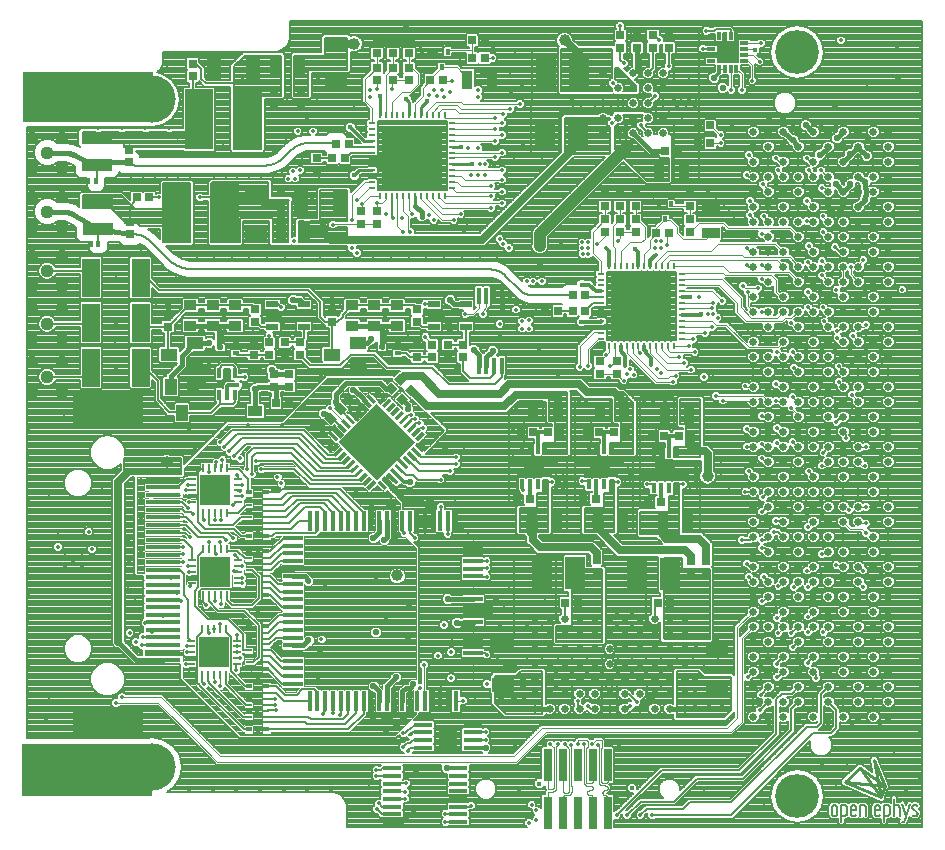
<source format=gtl>
G75*
%MOIN*%
%OFA0B0*%
%FSLAX25Y25*%
%IPPOS*%
%LPD*%
%AMOC8*
5,1,8,0,0,1.08239X$1,22.5*
%
%ADD10C,0.04409*%
%ADD11R,0.05906X0.12598*%
%ADD12R,0.04200X0.03500*%
%ADD13R,0.03000X0.02700*%
%ADD14R,0.01980X0.01402*%
%ADD15R,0.03937X0.02165*%
%ADD16R,0.04800X0.03600*%
%ADD17R,0.02700X0.03000*%
%ADD18R,0.01370X0.05709*%
%ADD19R,0.04800X0.07400*%
%ADD20R,0.03800X0.06000*%
%ADD21R,0.10000X0.04000*%
%ADD22R,0.09252X0.20079*%
%ADD23R,0.00984X0.02362*%
%ADD24R,0.20079X0.20079*%
%ADD25R,0.02362X0.00984*%
%ADD26R,0.05512X0.03937*%
%ADD27R,0.03937X0.05512*%
%ADD28R,0.07400X0.04800*%
%ADD29C,0.02500*%
%ADD30R,0.06500X0.11000*%
%ADD31R,0.01402X0.01980*%
%ADD32R,0.01378X0.02362*%
%ADD33C,0.15748*%
%ADD34R,0.43307X0.17717*%
%ADD35R,0.43504X0.16732*%
%ADD36R,0.23622X0.11024*%
%ADD37R,0.11811X0.01319*%
%ADD38R,0.06540X0.01700*%
%ADD39R,0.01700X0.06540*%
%ADD40R,0.01378X0.03346*%
%ADD41C,0.02480*%
%ADD42R,0.01969X0.00984*%
%ADD43R,0.01969X0.01673*%
%ADD44R,0.06890X0.05906*%
%ADD45R,0.04744X0.01102*%
%ADD46R,0.01181X0.03365*%
%ADD47R,0.18110X0.18110*%
%ADD48C,0.14600*%
%ADD49R,0.01200X0.02800*%
%ADD50R,0.02800X0.01200*%
%ADD51R,0.06500X0.06500*%
%ADD52R,0.02700X0.01155*%
%ADD53R,0.01155X0.02700*%
%ADD54R,0.09843X0.09843*%
%ADD55R,0.06000X0.03800*%
%ADD56R,0.02913X0.11024*%
%ADD57R,0.06299X0.01181*%
%ADD58R,0.06299X0.01575*%
%ADD59R,0.06181X0.07441*%
%ADD60C,0.01083*%
%ADD61C,0.00709*%
%ADD62C,0.00787*%
%ADD63C,0.01387*%
%ADD64C,0.01781*%
%ADD65C,0.02205*%
%ADD66C,0.01575*%
%ADD67C,0.01181*%
%ADD68C,0.00984*%
%ADD69C,0.00433*%
%ADD70C,0.00354*%
%ADD71C,0.03858*%
%ADD72C,0.01000*%
%ADD73C,0.00350*%
%ADD74C,0.00900*%
%ADD75C,0.00598*%
%ADD76C,0.03937*%
%ADD77C,0.02756*%
%ADD78C,0.00591*%
%ADD79C,0.00394*%
%ADD80C,0.01978*%
%ADD81C,0.00748*%
D10*
X0049543Y0187339D03*
X0054543Y0192339D03*
X0049543Y0197339D03*
X0049543Y0205055D03*
X0054543Y0210055D03*
X0049543Y0215055D03*
X0059543Y0215055D03*
X0059543Y0222772D03*
X0054543Y0227772D03*
X0049543Y0232772D03*
X0059543Y0232772D03*
X0049543Y0222772D03*
X0049543Y0242457D03*
X0054543Y0247457D03*
X0049543Y0252457D03*
X0059543Y0252457D03*
X0059543Y0262142D03*
X0054543Y0267142D03*
X0049543Y0272142D03*
X0059543Y0272142D03*
X0049543Y0262142D03*
X0059543Y0242457D03*
X0059543Y0205055D03*
X0059543Y0197339D03*
X0059543Y0187339D03*
D11*
X0069110Y0195488D03*
X0085646Y0195488D03*
X0085646Y0210449D03*
X0085646Y0225409D03*
X0069110Y0225409D03*
X0069110Y0210449D03*
D12*
X0102181Y0209411D03*
X0102181Y0216211D03*
X0109661Y0216211D03*
X0109661Y0209411D03*
X0117142Y0209411D03*
X0117142Y0216211D03*
X0156118Y0216211D03*
X0163598Y0216211D03*
X0163598Y0209411D03*
X0156118Y0209411D03*
X0171079Y0209411D03*
X0171079Y0216211D03*
D13*
X0177772Y0214911D03*
X0177772Y0210711D03*
X0177772Y0203100D03*
X0177772Y0198900D03*
X0182890Y0198900D03*
X0188008Y0198900D03*
X0193126Y0198900D03*
X0193126Y0203100D03*
X0188008Y0203100D03*
X0182890Y0203100D03*
X0149425Y0210711D03*
X0149425Y0214911D03*
X0138795Y0203887D03*
X0138795Y0199687D03*
X0133677Y0199687D03*
X0133677Y0203887D03*
X0128559Y0203887D03*
X0128559Y0199687D03*
X0123441Y0199687D03*
X0123441Y0203887D03*
X0123835Y0210711D03*
X0123835Y0214911D03*
X0130134Y0193257D03*
X0130134Y0189057D03*
X0135252Y0189057D03*
X0135252Y0193257D03*
X0094701Y0209136D03*
X0094701Y0213336D03*
X0082102Y0239845D03*
X0082102Y0244045D03*
X0081709Y0263861D03*
X0081709Y0268061D03*
X0102969Y0292601D03*
X0102969Y0296801D03*
X0130239Y0287160D03*
X0130239Y0282960D03*
X0138987Y0282962D03*
X0138987Y0287162D03*
X0164343Y0291261D03*
X0164343Y0295461D03*
X0164343Y0300261D03*
X0169662Y0300261D03*
X0169662Y0295461D03*
X0169662Y0291261D03*
X0175087Y0291261D03*
X0175087Y0295461D03*
X0175087Y0300261D03*
X0175087Y0304461D03*
X0169662Y0304461D03*
X0164343Y0304461D03*
X0144307Y0265305D03*
X0144307Y0261105D03*
X0132496Y0253887D03*
X0132496Y0249687D03*
X0159268Y0247588D03*
X0159268Y0243388D03*
X0164386Y0243388D03*
X0164386Y0247588D03*
X0238795Y0197588D03*
X0238795Y0193388D03*
X0244307Y0193388D03*
X0244307Y0197588D03*
X0245488Y0240632D03*
X0245488Y0244832D03*
X0245488Y0249294D03*
X0240370Y0249294D03*
X0240370Y0244832D03*
X0240370Y0240632D03*
X0250606Y0240632D03*
X0250606Y0244832D03*
X0250606Y0249294D03*
X0250606Y0253494D03*
X0245488Y0253494D03*
X0240370Y0253494D03*
X0268717Y0253494D03*
X0268717Y0249294D03*
X0268717Y0244832D03*
X0268717Y0240632D03*
X0261832Y0302141D03*
X0261832Y0306341D03*
X0256419Y0306341D03*
X0256419Y0302141D03*
X0251005Y0302141D03*
X0251005Y0306341D03*
X0245592Y0306341D03*
X0245592Y0302141D03*
X0237614Y0131446D03*
X0237614Y0127246D03*
X0269110Y0126853D03*
X0269110Y0131053D03*
X0274228Y0131053D03*
X0274228Y0126853D03*
D14*
X0171278Y0200181D03*
X0171278Y0204181D03*
X0166155Y0202181D03*
X0117341Y0200181D03*
X0117341Y0204181D03*
X0112218Y0202181D03*
D15*
X0129543Y0209071D03*
X0129543Y0212811D03*
X0129543Y0216551D03*
X0140173Y0216551D03*
X0140173Y0209071D03*
X0183480Y0209071D03*
X0183480Y0212811D03*
X0183480Y0216551D03*
X0194110Y0216551D03*
X0194110Y0209071D03*
D16*
X0123835Y0195094D03*
X0123835Y0180921D03*
D17*
X0130790Y0183677D03*
X0134990Y0183677D03*
G36*
X0147987Y0175393D02*
X0146078Y0173484D01*
X0143957Y0175605D01*
X0145866Y0177514D01*
X0147987Y0175393D01*
G37*
G36*
X0150957Y0178363D02*
X0149048Y0176454D01*
X0146927Y0178575D01*
X0148836Y0180484D01*
X0150957Y0178363D01*
G37*
G36*
X0150256Y0181905D02*
X0152165Y0183814D01*
X0154286Y0181693D01*
X0152377Y0179784D01*
X0150256Y0181905D01*
G37*
G36*
X0153226Y0184874D02*
X0155135Y0186783D01*
X0157256Y0184662D01*
X0155347Y0182753D01*
X0153226Y0184874D01*
G37*
G36*
X0171215Y0188385D02*
X0169306Y0186476D01*
X0167185Y0188597D01*
X0169094Y0190506D01*
X0171215Y0188385D01*
G37*
G36*
X0174185Y0191355D02*
X0172276Y0189446D01*
X0170155Y0191567D01*
X0172064Y0193476D01*
X0174185Y0191355D01*
G37*
G36*
X0177728Y0187812D02*
X0175819Y0185903D01*
X0173698Y0188024D01*
X0175607Y0189933D01*
X0177728Y0187812D01*
G37*
G36*
X0174758Y0184842D02*
X0172849Y0182933D01*
X0170728Y0185054D01*
X0172637Y0186963D01*
X0174758Y0184842D01*
G37*
X0212286Y0173835D03*
X0216486Y0173835D03*
X0221341Y0173835D03*
X0225541Y0173835D03*
X0234333Y0173835D03*
X0238533Y0173835D03*
X0243388Y0173835D03*
X0247588Y0173835D03*
X0255987Y0172654D03*
X0260187Y0172654D03*
X0265042Y0172654D03*
X0269242Y0172654D03*
X0259006Y0150606D03*
X0254806Y0150606D03*
X0237352Y0151787D03*
X0233152Y0151787D03*
X0215305Y0151787D03*
X0211105Y0151787D03*
X0227246Y0117142D03*
X0231446Y0117142D03*
X0257955Y0117142D03*
X0262155Y0117142D03*
X0233809Y0214386D03*
X0229609Y0214386D03*
X0224754Y0214386D03*
X0220554Y0214386D03*
X0229609Y0219504D03*
X0233809Y0219504D03*
X0257561Y0240370D03*
X0261761Y0240370D03*
X0260519Y0267725D03*
X0264719Y0267725D03*
X0271341Y0270291D03*
X0275541Y0270291D03*
X0275541Y0276197D03*
X0271341Y0276197D03*
X0200344Y0298638D03*
X0196144Y0298638D03*
X0196144Y0304543D03*
X0200344Y0304543D03*
X0186466Y0291354D03*
X0182266Y0291354D03*
X0154958Y0270096D03*
X0150758Y0270096D03*
X0149577Y0265175D03*
X0153777Y0265175D03*
X0088533Y0252181D03*
X0084333Y0252181D03*
D18*
X0198350Y0219307D03*
X0200909Y0219307D03*
X0203469Y0219307D03*
X0206028Y0219307D03*
X0206028Y0196079D03*
X0203469Y0196079D03*
X0200909Y0196079D03*
X0198350Y0196079D03*
D19*
X0151988Y0251000D03*
X0138988Y0251000D03*
X0123248Y0295488D03*
X0110248Y0295488D03*
D20*
X0130470Y0295198D03*
X0138670Y0295198D03*
X0194538Y0291453D03*
X0202738Y0291453D03*
X0258519Y0261229D03*
X0266719Y0261229D03*
X0268486Y0179740D03*
X0260286Y0179740D03*
X0246832Y0180921D03*
X0238632Y0180921D03*
X0224785Y0180921D03*
X0216585Y0180921D03*
X0216191Y0144701D03*
X0224391Y0144701D03*
X0238239Y0144701D03*
X0246439Y0144701D03*
X0259892Y0143520D03*
X0268092Y0143520D03*
X0140533Y0240370D03*
X0132333Y0240370D03*
D21*
X0071472Y0241776D03*
X0071472Y0250776D03*
X0071079Y0263035D03*
X0071079Y0272035D03*
D22*
X0105035Y0278165D03*
X0121374Y0278165D03*
X0113894Y0247063D03*
X0097555Y0247063D03*
D23*
X0165363Y0252766D03*
X0167331Y0252766D03*
X0169300Y0252766D03*
X0171268Y0252766D03*
X0173237Y0252766D03*
X0175205Y0252766D03*
X0177174Y0252766D03*
X0179142Y0252766D03*
X0181111Y0252766D03*
X0183080Y0252766D03*
X0185048Y0252766D03*
X0187017Y0252766D03*
X0187017Y0279538D03*
X0185048Y0279538D03*
X0183080Y0279538D03*
X0181111Y0279538D03*
X0179142Y0279538D03*
X0177174Y0279538D03*
X0175205Y0279538D03*
X0173237Y0279538D03*
X0171268Y0279538D03*
X0169300Y0279538D03*
X0167331Y0279538D03*
X0165363Y0279538D03*
X0241748Y0229346D03*
X0243717Y0229346D03*
X0245685Y0229346D03*
X0247654Y0229346D03*
X0249622Y0229346D03*
X0251591Y0229346D03*
X0253559Y0229346D03*
X0255528Y0229346D03*
X0257496Y0229346D03*
X0259465Y0229346D03*
X0261433Y0229346D03*
X0263402Y0229346D03*
X0263402Y0202575D03*
X0261433Y0202575D03*
X0259465Y0202575D03*
X0257496Y0202575D03*
X0255528Y0202575D03*
X0253559Y0202575D03*
X0251591Y0202575D03*
X0249622Y0202575D03*
X0247654Y0202575D03*
X0245685Y0202575D03*
X0243717Y0202575D03*
X0241748Y0202575D03*
D24*
X0252575Y0215961D03*
X0176190Y0266152D03*
D25*
X0189576Y0265168D03*
X0189576Y0263200D03*
X0189576Y0261231D03*
X0189576Y0259263D03*
X0189576Y0257294D03*
X0189576Y0255326D03*
X0189576Y0267137D03*
X0189576Y0269105D03*
X0189576Y0271074D03*
X0189576Y0273042D03*
X0189576Y0275011D03*
X0189576Y0276979D03*
X0162804Y0276979D03*
X0162804Y0275011D03*
X0162804Y0273042D03*
X0162804Y0271074D03*
X0162804Y0269105D03*
X0162804Y0267137D03*
X0162804Y0265168D03*
X0162804Y0263200D03*
X0162804Y0261231D03*
X0162804Y0259263D03*
X0162804Y0257294D03*
X0162804Y0255326D03*
X0239189Y0226787D03*
X0239189Y0224819D03*
X0239189Y0222850D03*
X0239189Y0220882D03*
X0239189Y0218913D03*
X0239189Y0216945D03*
X0239189Y0214976D03*
X0239189Y0213008D03*
X0239189Y0211039D03*
X0239189Y0209071D03*
X0239189Y0207102D03*
X0239189Y0205134D03*
X0265961Y0205134D03*
X0265961Y0207102D03*
X0265961Y0209071D03*
X0265961Y0211039D03*
X0265961Y0213008D03*
X0265961Y0214976D03*
X0265961Y0216945D03*
X0265961Y0218913D03*
X0265961Y0220882D03*
X0265961Y0222850D03*
X0265961Y0224819D03*
X0265961Y0226787D03*
D26*
X0158087Y0203559D03*
X0158087Y0196079D03*
X0149425Y0199819D03*
X0103756Y0203559D03*
X0103756Y0196079D03*
X0095094Y0199819D03*
D27*
X0095685Y0189091D03*
X0103165Y0189091D03*
X0099425Y0180429D03*
D28*
X0124228Y0239776D03*
X0124228Y0252776D03*
X0150896Y0289980D03*
X0150896Y0302980D03*
X0206512Y0102776D03*
X0206512Y0089776D03*
X0277772Y0088201D03*
X0277772Y0101201D03*
D29*
X0289917Y0099091D03*
X0289917Y0104091D03*
X0294917Y0104091D03*
X0294917Y0099091D03*
X0299917Y0099091D03*
X0299917Y0104091D03*
X0304917Y0104091D03*
X0309917Y0104091D03*
X0314917Y0104091D03*
X0319917Y0104091D03*
X0324917Y0104091D03*
X0329917Y0104091D03*
X0334917Y0104091D03*
X0334917Y0099091D03*
X0329917Y0099091D03*
X0324917Y0099091D03*
X0319917Y0099091D03*
X0314917Y0099091D03*
X0309917Y0099091D03*
X0304917Y0099091D03*
X0304917Y0094091D03*
X0299917Y0094091D03*
X0299917Y0089091D03*
X0304917Y0089091D03*
X0309917Y0089091D03*
X0309917Y0094091D03*
X0314917Y0094091D03*
X0319917Y0094091D03*
X0324917Y0094091D03*
X0329917Y0094091D03*
X0334917Y0094091D03*
X0334917Y0089091D03*
X0329917Y0089091D03*
X0324917Y0089091D03*
X0319917Y0089091D03*
X0314917Y0089091D03*
X0314917Y0084091D03*
X0309917Y0084091D03*
X0304917Y0084091D03*
X0299917Y0084091D03*
X0299917Y0079091D03*
X0304917Y0079091D03*
X0309917Y0079091D03*
X0314917Y0079091D03*
X0319917Y0079091D03*
X0319917Y0084091D03*
X0324917Y0084091D03*
X0329917Y0084091D03*
X0334917Y0084091D03*
X0334917Y0079091D03*
X0329917Y0079091D03*
X0324917Y0079091D03*
X0294917Y0079091D03*
X0294917Y0084091D03*
X0289917Y0084091D03*
X0289917Y0079091D03*
X0289917Y0089091D03*
X0289917Y0094091D03*
X0294917Y0094091D03*
X0294917Y0089091D03*
X0294917Y0109091D03*
X0294917Y0114091D03*
X0289917Y0114091D03*
X0289917Y0109091D03*
X0289917Y0119091D03*
X0289917Y0124091D03*
X0294917Y0124091D03*
X0294917Y0119091D03*
X0299917Y0119091D03*
X0299917Y0124091D03*
X0304917Y0124091D03*
X0309917Y0124091D03*
X0314917Y0124091D03*
X0319917Y0124091D03*
X0324917Y0124091D03*
X0329917Y0124091D03*
X0334917Y0124091D03*
X0334917Y0119091D03*
X0329917Y0119091D03*
X0324917Y0119091D03*
X0319917Y0119091D03*
X0314917Y0119091D03*
X0309917Y0119091D03*
X0304917Y0119091D03*
X0304917Y0114091D03*
X0299917Y0114091D03*
X0299917Y0109091D03*
X0304917Y0109091D03*
X0309917Y0109091D03*
X0309917Y0114091D03*
X0314917Y0114091D03*
X0319917Y0114091D03*
X0324917Y0114091D03*
X0329917Y0114091D03*
X0334917Y0114091D03*
X0334917Y0109091D03*
X0329917Y0109091D03*
X0324917Y0109091D03*
X0319917Y0109091D03*
X0314917Y0109091D03*
X0314917Y0129091D03*
X0314917Y0134091D03*
X0309917Y0134091D03*
X0304917Y0134091D03*
X0299917Y0134091D03*
X0299917Y0129091D03*
X0304917Y0129091D03*
X0309917Y0129091D03*
X0319917Y0129091D03*
X0319917Y0134091D03*
X0324917Y0134091D03*
X0329917Y0134091D03*
X0334917Y0134091D03*
X0334917Y0129091D03*
X0329917Y0129091D03*
X0324917Y0129091D03*
X0324917Y0139091D03*
X0324917Y0144091D03*
X0319917Y0144091D03*
X0314917Y0144091D03*
X0309917Y0144091D03*
X0304917Y0144091D03*
X0299917Y0144091D03*
X0299917Y0139091D03*
X0304917Y0139091D03*
X0309917Y0139091D03*
X0314917Y0139091D03*
X0319917Y0139091D03*
X0329917Y0139091D03*
X0329917Y0144091D03*
X0334917Y0144091D03*
X0334917Y0139091D03*
X0334917Y0149091D03*
X0334917Y0154091D03*
X0329917Y0154091D03*
X0324917Y0154091D03*
X0319917Y0154091D03*
X0314917Y0154091D03*
X0309917Y0154091D03*
X0304917Y0154091D03*
X0299917Y0154091D03*
X0299917Y0149091D03*
X0304917Y0149091D03*
X0309917Y0149091D03*
X0314917Y0149091D03*
X0319917Y0149091D03*
X0324917Y0149091D03*
X0329917Y0149091D03*
X0329917Y0159091D03*
X0329917Y0164091D03*
X0324917Y0164091D03*
X0319917Y0164091D03*
X0314917Y0164091D03*
X0309917Y0164091D03*
X0304917Y0164091D03*
X0299917Y0164091D03*
X0299917Y0159091D03*
X0304917Y0159091D03*
X0309917Y0159091D03*
X0314917Y0159091D03*
X0319917Y0159091D03*
X0324917Y0159091D03*
X0334917Y0159091D03*
X0334917Y0164091D03*
X0334917Y0169091D03*
X0334917Y0174091D03*
X0329917Y0174091D03*
X0324917Y0174091D03*
X0319917Y0174091D03*
X0314917Y0174091D03*
X0309917Y0174091D03*
X0304917Y0174091D03*
X0299917Y0174091D03*
X0299917Y0169091D03*
X0304917Y0169091D03*
X0309917Y0169091D03*
X0314917Y0169091D03*
X0319917Y0169091D03*
X0324917Y0169091D03*
X0329917Y0169091D03*
X0329917Y0179091D03*
X0329917Y0184091D03*
X0324917Y0184091D03*
X0319917Y0184091D03*
X0314917Y0184091D03*
X0309917Y0184091D03*
X0304917Y0184091D03*
X0299917Y0184091D03*
X0299917Y0179091D03*
X0304917Y0179091D03*
X0309917Y0179091D03*
X0314917Y0179091D03*
X0319917Y0179091D03*
X0324917Y0179091D03*
X0334917Y0179091D03*
X0334917Y0184091D03*
X0334917Y0189091D03*
X0334917Y0194091D03*
X0329917Y0194091D03*
X0324917Y0194091D03*
X0319917Y0194091D03*
X0314917Y0194091D03*
X0309917Y0194091D03*
X0304917Y0194091D03*
X0299917Y0194091D03*
X0299917Y0189091D03*
X0304917Y0189091D03*
X0309917Y0189091D03*
X0314917Y0189091D03*
X0319917Y0189091D03*
X0324917Y0189091D03*
X0329917Y0189091D03*
X0329917Y0199091D03*
X0329917Y0204091D03*
X0329917Y0209091D03*
X0324917Y0209091D03*
X0319917Y0209091D03*
X0314917Y0209091D03*
X0309917Y0209091D03*
X0304917Y0209091D03*
X0299917Y0209091D03*
X0299917Y0204091D03*
X0304917Y0204091D03*
X0309917Y0204091D03*
X0314917Y0204091D03*
X0319917Y0204091D03*
X0324917Y0204091D03*
X0324917Y0199091D03*
X0319917Y0199091D03*
X0314917Y0199091D03*
X0309917Y0199091D03*
X0304917Y0199091D03*
X0299917Y0199091D03*
X0294917Y0199091D03*
X0294917Y0204091D03*
X0294917Y0209091D03*
X0289917Y0209091D03*
X0289917Y0204091D03*
X0289917Y0199091D03*
X0289917Y0194091D03*
X0294917Y0194091D03*
X0294917Y0189091D03*
X0289917Y0189091D03*
X0289917Y0184091D03*
X0294917Y0184091D03*
X0294917Y0179091D03*
X0289917Y0179091D03*
X0289917Y0174091D03*
X0294917Y0174091D03*
X0294917Y0169091D03*
X0289917Y0169091D03*
X0289917Y0164091D03*
X0294917Y0164091D03*
X0294917Y0159091D03*
X0289917Y0159091D03*
X0289917Y0154091D03*
X0294917Y0154091D03*
X0294917Y0149091D03*
X0289917Y0149091D03*
X0289917Y0144091D03*
X0294917Y0144091D03*
X0294917Y0139091D03*
X0289917Y0139091D03*
X0289917Y0134091D03*
X0294917Y0134091D03*
X0294917Y0129091D03*
X0289917Y0129091D03*
X0334917Y0199091D03*
X0334917Y0204091D03*
X0334917Y0209091D03*
X0334917Y0214091D03*
X0334917Y0219091D03*
X0329917Y0219091D03*
X0324917Y0219091D03*
X0319917Y0219091D03*
X0314917Y0219091D03*
X0309917Y0219091D03*
X0304917Y0219091D03*
X0299917Y0219091D03*
X0299917Y0214091D03*
X0304917Y0214091D03*
X0309917Y0214091D03*
X0314917Y0214091D03*
X0319917Y0214091D03*
X0324917Y0214091D03*
X0329917Y0214091D03*
X0329917Y0224091D03*
X0329917Y0229091D03*
X0324917Y0229091D03*
X0319917Y0229091D03*
X0314917Y0229091D03*
X0309917Y0229091D03*
X0304917Y0229091D03*
X0299917Y0229091D03*
X0299917Y0224091D03*
X0304917Y0224091D03*
X0309917Y0224091D03*
X0314917Y0224091D03*
X0319917Y0224091D03*
X0324917Y0224091D03*
X0334917Y0224091D03*
X0334917Y0229091D03*
X0334917Y0234091D03*
X0334917Y0239091D03*
X0329917Y0239091D03*
X0324917Y0239091D03*
X0319917Y0239091D03*
X0314917Y0239091D03*
X0309917Y0239091D03*
X0304917Y0239091D03*
X0299917Y0239091D03*
X0299917Y0234091D03*
X0304917Y0234091D03*
X0309917Y0234091D03*
X0314917Y0234091D03*
X0319917Y0234091D03*
X0324917Y0234091D03*
X0329917Y0234091D03*
X0329917Y0244091D03*
X0329917Y0249091D03*
X0324917Y0249091D03*
X0319917Y0249091D03*
X0314917Y0249091D03*
X0309917Y0249091D03*
X0304917Y0249091D03*
X0299917Y0249091D03*
X0299917Y0244091D03*
X0304917Y0244091D03*
X0309917Y0244091D03*
X0314917Y0244091D03*
X0319917Y0244091D03*
X0324917Y0244091D03*
X0334917Y0244091D03*
X0334917Y0249091D03*
X0334917Y0254091D03*
X0334917Y0259091D03*
X0329917Y0259091D03*
X0324917Y0259091D03*
X0319917Y0259091D03*
X0314917Y0259091D03*
X0309917Y0259091D03*
X0304917Y0259091D03*
X0299917Y0259091D03*
X0299917Y0254091D03*
X0304917Y0254091D03*
X0309917Y0254091D03*
X0314917Y0254091D03*
X0319917Y0254091D03*
X0324917Y0254091D03*
X0329917Y0254091D03*
X0329917Y0264091D03*
X0329917Y0269091D03*
X0324917Y0269091D03*
X0319917Y0269091D03*
X0314917Y0269091D03*
X0309917Y0269091D03*
X0304917Y0269091D03*
X0299917Y0269091D03*
X0299917Y0264091D03*
X0304917Y0264091D03*
X0309917Y0264091D03*
X0314917Y0264091D03*
X0319917Y0264091D03*
X0324917Y0264091D03*
X0334917Y0264091D03*
X0334917Y0269091D03*
X0334917Y0274091D03*
X0329917Y0274091D03*
X0324917Y0274091D03*
X0319917Y0274091D03*
X0314917Y0274091D03*
X0309917Y0274091D03*
X0304917Y0274091D03*
X0299917Y0274091D03*
X0294917Y0274091D03*
X0289917Y0274091D03*
X0289917Y0269091D03*
X0294917Y0269091D03*
X0294917Y0264091D03*
X0289917Y0264091D03*
X0289917Y0259091D03*
X0294917Y0259091D03*
X0294917Y0254091D03*
X0289917Y0254091D03*
X0289917Y0249091D03*
X0294917Y0249091D03*
X0294917Y0244091D03*
X0289917Y0244091D03*
X0289917Y0239091D03*
X0294917Y0239091D03*
X0294917Y0234091D03*
X0289917Y0234091D03*
X0289917Y0229091D03*
X0294917Y0229091D03*
X0294917Y0224091D03*
X0289917Y0224091D03*
X0289917Y0219091D03*
X0294917Y0219091D03*
X0294917Y0214091D03*
X0289917Y0214091D03*
X0259824Y0273572D03*
X0259824Y0278572D03*
X0254824Y0278572D03*
X0249824Y0278572D03*
X0244824Y0278572D03*
X0239824Y0278572D03*
X0239824Y0273572D03*
X0244824Y0273572D03*
X0249824Y0273572D03*
X0254824Y0273572D03*
X0254824Y0283572D03*
X0254824Y0288572D03*
X0249824Y0288572D03*
X0244824Y0288572D03*
X0239824Y0288572D03*
X0239824Y0283572D03*
X0244824Y0283572D03*
X0249824Y0283572D03*
X0259824Y0283572D03*
X0259824Y0288572D03*
X0259824Y0293572D03*
X0254824Y0293572D03*
X0249824Y0293572D03*
X0244824Y0293572D03*
X0239824Y0293572D03*
D30*
X0231697Y0294307D03*
X0220697Y0294307D03*
X0220505Y0273139D03*
X0231505Y0273139D03*
X0230516Y0126984D03*
X0219516Y0126984D03*
X0251012Y0126591D03*
X0262012Y0126591D03*
D31*
X0260449Y0244896D03*
X0262449Y0250018D03*
X0258449Y0250018D03*
X0188039Y0300805D03*
X0184039Y0300805D03*
X0186039Y0295683D03*
D32*
X0070783Y0257693D03*
X0068224Y0257693D03*
X0069012Y0236827D03*
X0071571Y0236827D03*
D33*
X0089583Y0285055D03*
X0089583Y0062417D03*
D34*
X0067929Y0061433D03*
D35*
X0068028Y0285547D03*
D36*
X0074622Y0181709D03*
X0074622Y0076984D03*
D37*
X0093126Y0098096D03*
X0093126Y0100596D03*
X0093126Y0103096D03*
X0093126Y0105596D03*
X0093126Y0108096D03*
X0093126Y0110596D03*
X0093126Y0113096D03*
X0093126Y0115596D03*
X0093126Y0118096D03*
X0093126Y0120596D03*
X0093126Y0123096D03*
X0093126Y0125596D03*
X0093126Y0128096D03*
X0093126Y0130596D03*
X0093126Y0133096D03*
X0093126Y0135596D03*
X0093126Y0138096D03*
X0093126Y0140596D03*
X0093126Y0143096D03*
X0093126Y0145596D03*
X0093126Y0148096D03*
X0093126Y0150596D03*
X0093126Y0153096D03*
X0093126Y0155596D03*
X0093126Y0158096D03*
X0093126Y0160596D03*
D38*
X0136335Y0138697D03*
X0136335Y0136138D03*
X0136335Y0133579D03*
X0136335Y0131020D03*
X0136335Y0128461D03*
X0136335Y0125902D03*
X0136335Y0123343D03*
X0136335Y0120783D03*
X0136335Y0118224D03*
X0136335Y0115665D03*
X0136335Y0113106D03*
X0136335Y0110547D03*
X0136335Y0107988D03*
X0136335Y0105429D03*
X0136335Y0102870D03*
X0136335Y0100311D03*
X0136335Y0097752D03*
X0136335Y0095193D03*
X0136335Y0092634D03*
X0136335Y0090075D03*
X0196374Y0090075D03*
X0196374Y0092634D03*
X0196374Y0095193D03*
X0196374Y0097752D03*
X0196374Y0100311D03*
X0196374Y0102870D03*
X0196374Y0105429D03*
X0196374Y0107988D03*
X0196374Y0110547D03*
X0196374Y0113106D03*
X0196374Y0115665D03*
X0196374Y0118224D03*
X0196374Y0120783D03*
X0196374Y0123343D03*
X0196374Y0125902D03*
X0196374Y0128461D03*
X0196374Y0131020D03*
X0196374Y0133579D03*
X0196374Y0136138D03*
X0196374Y0138697D03*
D39*
X0190665Y0144406D03*
X0188106Y0144406D03*
X0185547Y0144406D03*
X0182988Y0144406D03*
X0180429Y0144406D03*
X0177870Y0144406D03*
X0175311Y0144406D03*
X0172752Y0144406D03*
X0170193Y0144406D03*
X0167634Y0144406D03*
X0165075Y0144406D03*
X0162516Y0144406D03*
X0159957Y0144406D03*
X0157398Y0144406D03*
X0154839Y0144406D03*
X0152280Y0144406D03*
X0149720Y0144406D03*
X0147161Y0144406D03*
X0144602Y0144406D03*
X0142043Y0144406D03*
X0142043Y0084366D03*
X0144602Y0084366D03*
X0147161Y0084366D03*
X0149720Y0084366D03*
X0152280Y0084366D03*
X0154839Y0084366D03*
X0157398Y0084366D03*
X0159957Y0084366D03*
X0162516Y0084366D03*
X0165075Y0084366D03*
X0167634Y0084366D03*
X0170193Y0084366D03*
X0172752Y0084366D03*
X0175311Y0084366D03*
X0177870Y0084366D03*
X0180429Y0084366D03*
X0182988Y0084366D03*
X0185547Y0084366D03*
X0188106Y0084366D03*
X0190665Y0084366D03*
D40*
X0212909Y0156610D03*
X0215469Y0156610D03*
X0218028Y0156610D03*
X0220587Y0156610D03*
X0220587Y0168224D03*
X0218028Y0168224D03*
X0215469Y0168224D03*
X0212909Y0168224D03*
X0234957Y0168224D03*
X0237516Y0168224D03*
X0240075Y0168224D03*
X0242634Y0168224D03*
X0242634Y0156610D03*
X0240075Y0156610D03*
X0237516Y0156610D03*
X0234957Y0156610D03*
X0256610Y0155429D03*
X0259169Y0155429D03*
X0261728Y0155429D03*
X0264287Y0155429D03*
X0264287Y0167043D03*
X0261728Y0167043D03*
X0259169Y0167043D03*
X0256610Y0167043D03*
X0116945Y0186433D03*
X0114386Y0186433D03*
X0111827Y0186433D03*
X0111827Y0193520D03*
X0114386Y0193520D03*
X0116945Y0193520D03*
D41*
X0216945Y0111669D03*
X0221945Y0111669D03*
X0226945Y0111669D03*
X0231945Y0111669D03*
X0236945Y0111669D03*
X0241945Y0111669D03*
X0246945Y0111669D03*
X0251945Y0111669D03*
X0256945Y0111669D03*
X0261945Y0111669D03*
X0266945Y0111669D03*
X0266945Y0106669D03*
X0266945Y0101669D03*
X0261945Y0101669D03*
X0256945Y0101669D03*
X0251945Y0101669D03*
X0246945Y0101669D03*
X0241945Y0101669D03*
X0236945Y0101669D03*
X0231945Y0101669D03*
X0226945Y0101669D03*
X0221945Y0101669D03*
X0216945Y0101669D03*
X0216945Y0106669D03*
X0221945Y0106669D03*
X0226945Y0106669D03*
X0231945Y0106669D03*
X0236945Y0106669D03*
X0241945Y0106669D03*
X0246945Y0106669D03*
X0251945Y0106669D03*
X0256945Y0106669D03*
X0261945Y0106669D03*
X0261945Y0096669D03*
X0261945Y0091669D03*
X0266945Y0091669D03*
X0266945Y0096669D03*
X0256945Y0096669D03*
X0256945Y0091669D03*
X0251945Y0091669D03*
X0246945Y0091669D03*
X0241945Y0091669D03*
X0236945Y0091669D03*
X0231945Y0091669D03*
X0226945Y0091669D03*
X0221945Y0091669D03*
X0216945Y0091669D03*
X0216945Y0096669D03*
X0221945Y0096669D03*
X0226945Y0096669D03*
X0231945Y0096669D03*
X0236945Y0096669D03*
X0241945Y0096669D03*
X0246945Y0096669D03*
X0251945Y0096669D03*
X0251945Y0086669D03*
X0251945Y0081669D03*
X0256945Y0081669D03*
X0261945Y0081669D03*
X0266945Y0081669D03*
X0266945Y0086669D03*
X0261945Y0086669D03*
X0256945Y0086669D03*
X0246945Y0086669D03*
X0246945Y0081669D03*
X0241945Y0081669D03*
X0236945Y0081669D03*
X0231945Y0081669D03*
X0226945Y0081669D03*
X0221945Y0081669D03*
X0216945Y0081669D03*
X0216945Y0086669D03*
X0221945Y0086669D03*
X0226945Y0086669D03*
X0231945Y0086669D03*
X0236945Y0086669D03*
X0241945Y0086669D03*
D42*
X0127575Y0087024D03*
X0127575Y0085055D03*
X0127575Y0083087D03*
X0127575Y0081118D03*
X0127575Y0079150D03*
X0127575Y0077181D03*
X0121669Y0077181D03*
X0121669Y0079150D03*
X0121669Y0081118D03*
X0121669Y0083087D03*
X0121669Y0085055D03*
X0121669Y0087024D03*
X0121669Y0097260D03*
X0121669Y0099228D03*
X0121669Y0101197D03*
X0121669Y0103165D03*
X0121669Y0105134D03*
X0121669Y0107102D03*
X0127575Y0107102D03*
X0127575Y0105134D03*
X0127575Y0103165D03*
X0127575Y0101197D03*
X0127575Y0099228D03*
X0127575Y0097260D03*
X0127575Y0122063D03*
X0127575Y0124031D03*
X0127575Y0126000D03*
X0127575Y0127969D03*
X0127575Y0129937D03*
X0127575Y0131906D03*
X0121669Y0131906D03*
X0121669Y0129937D03*
X0121669Y0127969D03*
X0121669Y0126000D03*
X0121669Y0124031D03*
X0121669Y0122063D03*
X0121669Y0141748D03*
X0121669Y0143717D03*
X0121669Y0145685D03*
X0121669Y0147654D03*
X0121669Y0149622D03*
X0121669Y0151591D03*
X0127575Y0151591D03*
X0127575Y0149622D03*
X0127575Y0147654D03*
X0127575Y0145685D03*
X0127575Y0143717D03*
X0127575Y0141748D03*
D43*
X0127575Y0139435D03*
X0127575Y0134219D03*
X0121669Y0134219D03*
X0121669Y0139435D03*
X0121669Y0153904D03*
X0127575Y0153904D03*
X0127575Y0119750D03*
X0121669Y0119750D03*
X0121669Y0109415D03*
X0127575Y0109415D03*
X0127575Y0094947D03*
X0127575Y0089337D03*
X0121669Y0089337D03*
X0121669Y0094947D03*
X0121669Y0074868D03*
X0127575Y0074868D03*
D44*
X0216748Y0162417D03*
X0238795Y0162417D03*
X0260449Y0161236D03*
D45*
X0266157Y0159957D03*
X0266157Y0162516D03*
X0254740Y0162516D03*
X0254740Y0159957D03*
X0244504Y0161138D03*
X0244504Y0163697D03*
X0233087Y0163697D03*
X0233087Y0161138D03*
X0222457Y0161138D03*
X0222457Y0163697D03*
X0211039Y0163697D03*
X0211039Y0161138D03*
D46*
G36*
X0180405Y0168027D02*
X0179571Y0167193D01*
X0177193Y0169571D01*
X0178027Y0170405D01*
X0180405Y0168027D01*
G37*
G36*
X0179013Y0166635D02*
X0178179Y0165801D01*
X0175801Y0168179D01*
X0176635Y0169013D01*
X0179013Y0166635D01*
G37*
G36*
X0177621Y0165243D02*
X0176787Y0164409D01*
X0174409Y0166787D01*
X0175243Y0167621D01*
X0177621Y0165243D01*
G37*
G36*
X0176229Y0163851D02*
X0175395Y0163017D01*
X0173017Y0165395D01*
X0173851Y0166229D01*
X0176229Y0163851D01*
G37*
G36*
X0174837Y0162459D02*
X0174003Y0161625D01*
X0171625Y0164003D01*
X0172459Y0164837D01*
X0174837Y0162459D01*
G37*
G36*
X0173445Y0161068D02*
X0172611Y0160234D01*
X0170233Y0162612D01*
X0171067Y0163446D01*
X0173445Y0161068D01*
G37*
G36*
X0172053Y0159676D02*
X0171219Y0158842D01*
X0168841Y0161220D01*
X0169675Y0162054D01*
X0172053Y0159676D01*
G37*
G36*
X0170662Y0158284D02*
X0169828Y0157450D01*
X0167450Y0159828D01*
X0168284Y0160662D01*
X0170662Y0158284D01*
G37*
G36*
X0169270Y0156892D02*
X0168436Y0156058D01*
X0166058Y0158436D01*
X0166892Y0159270D01*
X0169270Y0156892D01*
G37*
G36*
X0167878Y0155500D02*
X0167044Y0154666D01*
X0164666Y0157044D01*
X0165500Y0157878D01*
X0167878Y0155500D01*
G37*
G36*
X0161728Y0154666D02*
X0160894Y0155500D01*
X0163272Y0157878D01*
X0164106Y0157044D01*
X0161728Y0154666D01*
G37*
G36*
X0160336Y0156058D02*
X0159502Y0156892D01*
X0161880Y0159270D01*
X0162714Y0158436D01*
X0160336Y0156058D01*
G37*
G36*
X0158944Y0157450D02*
X0158110Y0158284D01*
X0160488Y0160662D01*
X0161322Y0159828D01*
X0158944Y0157450D01*
G37*
G36*
X0157552Y0158842D02*
X0156718Y0159676D01*
X0159096Y0162054D01*
X0159930Y0161220D01*
X0157552Y0158842D01*
G37*
G36*
X0156160Y0160234D02*
X0155326Y0161068D01*
X0157704Y0163446D01*
X0158538Y0162612D01*
X0156160Y0160234D01*
G37*
G36*
X0154768Y0161625D02*
X0153934Y0162459D01*
X0156312Y0164837D01*
X0157146Y0164003D01*
X0154768Y0161625D01*
G37*
G36*
X0153376Y0163017D02*
X0152542Y0163851D01*
X0154920Y0166229D01*
X0155754Y0165395D01*
X0153376Y0163017D01*
G37*
G36*
X0151984Y0164409D02*
X0151150Y0165243D01*
X0153528Y0167621D01*
X0154362Y0166787D01*
X0151984Y0164409D01*
G37*
G36*
X0150592Y0165801D02*
X0149758Y0166635D01*
X0152136Y0169013D01*
X0152970Y0168179D01*
X0150592Y0165801D01*
G37*
G36*
X0149201Y0167193D02*
X0148367Y0168027D01*
X0150745Y0170405D01*
X0151579Y0169571D01*
X0149201Y0167193D01*
G37*
G36*
X0151579Y0171799D02*
X0150745Y0170965D01*
X0148367Y0173343D01*
X0149201Y0174177D01*
X0151579Y0171799D01*
G37*
G36*
X0152970Y0173191D02*
X0152136Y0172357D01*
X0149758Y0174735D01*
X0150592Y0175569D01*
X0152970Y0173191D01*
G37*
G36*
X0154362Y0174583D02*
X0153528Y0173749D01*
X0151150Y0176127D01*
X0151984Y0176961D01*
X0154362Y0174583D01*
G37*
G36*
X0155754Y0175975D02*
X0154920Y0175141D01*
X0152542Y0177519D01*
X0153376Y0178353D01*
X0155754Y0175975D01*
G37*
G36*
X0157146Y0177367D02*
X0156312Y0176533D01*
X0153934Y0178911D01*
X0154768Y0179745D01*
X0157146Y0177367D01*
G37*
G36*
X0158538Y0178759D02*
X0157704Y0177925D01*
X0155326Y0180303D01*
X0156160Y0181137D01*
X0158538Y0178759D01*
G37*
G36*
X0159930Y0180150D02*
X0159096Y0179316D01*
X0156718Y0181694D01*
X0157552Y0182528D01*
X0159930Y0180150D01*
G37*
G36*
X0161322Y0181542D02*
X0160488Y0180708D01*
X0158110Y0183086D01*
X0158944Y0183920D01*
X0161322Y0181542D01*
G37*
G36*
X0162714Y0182934D02*
X0161880Y0182100D01*
X0159502Y0184478D01*
X0160336Y0185312D01*
X0162714Y0182934D01*
G37*
G36*
X0164106Y0184326D02*
X0163272Y0183492D01*
X0160894Y0185870D01*
X0161728Y0186704D01*
X0164106Y0184326D01*
G37*
G36*
X0165500Y0183492D02*
X0164666Y0184326D01*
X0167044Y0186704D01*
X0167878Y0185870D01*
X0165500Y0183492D01*
G37*
G36*
X0166892Y0182100D02*
X0166058Y0182934D01*
X0168436Y0185312D01*
X0169270Y0184478D01*
X0166892Y0182100D01*
G37*
G36*
X0168284Y0180708D02*
X0167450Y0181542D01*
X0169828Y0183920D01*
X0170662Y0183086D01*
X0168284Y0180708D01*
G37*
G36*
X0169675Y0179316D02*
X0168841Y0180150D01*
X0171219Y0182528D01*
X0172053Y0181694D01*
X0169675Y0179316D01*
G37*
G36*
X0171067Y0177925D02*
X0170233Y0178759D01*
X0172611Y0181137D01*
X0173445Y0180303D01*
X0171067Y0177925D01*
G37*
G36*
X0172459Y0176533D02*
X0171625Y0177367D01*
X0174003Y0179745D01*
X0174837Y0178911D01*
X0172459Y0176533D01*
G37*
G36*
X0173851Y0175141D02*
X0173017Y0175975D01*
X0175395Y0178353D01*
X0176229Y0177519D01*
X0173851Y0175141D01*
G37*
G36*
X0175243Y0173749D02*
X0174409Y0174583D01*
X0176787Y0176961D01*
X0177621Y0176127D01*
X0175243Y0173749D01*
G37*
G36*
X0176635Y0172357D02*
X0175801Y0173191D01*
X0178179Y0175569D01*
X0179013Y0174735D01*
X0176635Y0172357D01*
G37*
G36*
X0178027Y0170965D02*
X0177193Y0171799D01*
X0179571Y0174177D01*
X0180405Y0173343D01*
X0178027Y0170965D01*
G37*
D47*
G36*
X0164386Y0183490D02*
X0177191Y0170685D01*
X0164386Y0157880D01*
X0151581Y0170685D01*
X0164386Y0183490D01*
G37*
D48*
X0304417Y0300591D03*
X0304417Y0052591D03*
D49*
X0284268Y0295106D03*
X0282299Y0295106D03*
X0280331Y0295106D03*
X0278362Y0295106D03*
X0278362Y0306106D03*
X0280331Y0306106D03*
X0282299Y0306106D03*
X0284268Y0306106D03*
D50*
X0286815Y0303559D03*
X0286815Y0301591D03*
X0286815Y0299622D03*
X0286815Y0297654D03*
X0275815Y0297654D03*
X0275815Y0299622D03*
X0275815Y0301591D03*
X0275815Y0303559D03*
D51*
X0281315Y0300606D03*
D52*
X0118029Y0158426D03*
X0118029Y0156485D03*
X0118029Y0154543D03*
X0118029Y0152602D03*
X0118029Y0150661D03*
X0102869Y0150660D03*
X0102869Y0152602D03*
X0102869Y0154543D03*
X0102869Y0156485D03*
X0102869Y0158426D03*
X0102869Y0131261D03*
X0102869Y0129319D03*
X0102869Y0127378D03*
X0102869Y0125437D03*
X0102869Y0123495D03*
X0118029Y0123495D03*
X0118029Y0125437D03*
X0118029Y0127378D03*
X0118029Y0129319D03*
X0118029Y0131261D03*
X0117635Y0104489D03*
X0117635Y0102548D03*
X0117635Y0100606D03*
X0117635Y0098665D03*
X0117635Y0096724D03*
X0102475Y0096723D03*
X0102475Y0098665D03*
X0102475Y0100606D03*
X0102475Y0102548D03*
X0102475Y0104489D03*
D53*
X0106172Y0108187D03*
X0108113Y0108187D03*
X0110055Y0108187D03*
X0111996Y0108187D03*
X0113938Y0108187D03*
X0114332Y0119798D03*
X0112390Y0119798D03*
X0110449Y0119798D03*
X0108507Y0119798D03*
X0106566Y0119798D03*
X0106566Y0134958D03*
X0108507Y0134958D03*
X0110449Y0134958D03*
X0112390Y0134958D03*
X0114332Y0134958D03*
X0114332Y0146963D03*
X0112390Y0146963D03*
X0110449Y0146963D03*
X0108507Y0146963D03*
X0106566Y0146963D03*
X0106566Y0162124D03*
X0108507Y0162124D03*
X0110449Y0162124D03*
X0112390Y0162124D03*
X0114332Y0162124D03*
X0113938Y0093026D03*
X0111996Y0093026D03*
X0110055Y0093026D03*
X0108114Y0093026D03*
X0106172Y0093026D03*
D54*
X0110055Y0100606D03*
X0110449Y0127378D03*
X0110449Y0154543D03*
D55*
X0275803Y0240207D03*
X0275803Y0248407D03*
D56*
X0241315Y0062949D03*
X0236315Y0062949D03*
X0231315Y0062949D03*
X0226315Y0062949D03*
X0221315Y0062949D03*
X0221315Y0046925D03*
X0226315Y0046925D03*
X0231315Y0046925D03*
X0236315Y0046925D03*
X0241315Y0046925D03*
D57*
X0191551Y0046571D03*
X0191551Y0049130D03*
X0191551Y0051689D03*
X0191551Y0054248D03*
X0191551Y0056807D03*
X0191551Y0059366D03*
X0191551Y0061925D03*
X0169504Y0061925D03*
X0169504Y0059366D03*
X0169504Y0056807D03*
X0169504Y0054248D03*
X0169504Y0051689D03*
X0169504Y0049130D03*
X0169504Y0046571D03*
X0169504Y0044012D03*
X0191551Y0044012D03*
D58*
X0196276Y0068815D03*
X0196276Y0071374D03*
X0196276Y0073933D03*
X0196276Y0076492D03*
X0179740Y0076492D03*
X0179740Y0073933D03*
X0179740Y0071374D03*
X0179740Y0068815D03*
D59*
X0188008Y0072654D03*
D60*
X0320291Y0057299D02*
X0325409Y0062024D01*
X0332496Y0052181D01*
X0330134Y0064780D01*
X0333677Y0056118D01*
X0325409Y0062024D01*
X0320291Y0057299D02*
X0333677Y0056118D01*
X0332496Y0052181D01*
X0320291Y0057299D01*
D61*
X0320331Y0049583D02*
X0319150Y0049583D01*
X0319150Y0046118D01*
X0320331Y0046118D01*
X0320382Y0046120D01*
X0320432Y0046125D01*
X0320482Y0046134D01*
X0320531Y0046147D01*
X0320579Y0046163D01*
X0320626Y0046182D01*
X0320671Y0046205D01*
X0320714Y0046231D01*
X0320756Y0046259D01*
X0320795Y0046291D01*
X0320832Y0046326D01*
X0320867Y0046363D01*
X0320899Y0046402D01*
X0320927Y0046444D01*
X0320953Y0046487D01*
X0320976Y0046532D01*
X0320995Y0046579D01*
X0321011Y0046627D01*
X0321024Y0046676D01*
X0321033Y0046726D01*
X0321038Y0046776D01*
X0321040Y0046827D01*
X0321039Y0046827D02*
X0321039Y0048874D01*
X0321040Y0048874D02*
X0321038Y0048925D01*
X0321033Y0048975D01*
X0321024Y0049025D01*
X0321011Y0049074D01*
X0320995Y0049122D01*
X0320976Y0049169D01*
X0320953Y0049214D01*
X0320927Y0049257D01*
X0320899Y0049299D01*
X0320867Y0049338D01*
X0320832Y0049375D01*
X0320795Y0049410D01*
X0320756Y0049442D01*
X0320714Y0049470D01*
X0320671Y0049496D01*
X0320626Y0049519D01*
X0320579Y0049538D01*
X0320531Y0049554D01*
X0320482Y0049567D01*
X0320432Y0049576D01*
X0320382Y0049581D01*
X0320331Y0049583D01*
X0322339Y0048874D02*
X0322339Y0046827D01*
X0322338Y0046827D02*
X0322340Y0046776D01*
X0322345Y0046726D01*
X0322354Y0046676D01*
X0322367Y0046627D01*
X0322383Y0046579D01*
X0322402Y0046532D01*
X0322425Y0046487D01*
X0322451Y0046444D01*
X0322479Y0046402D01*
X0322511Y0046363D01*
X0322546Y0046326D01*
X0322583Y0046291D01*
X0322622Y0046259D01*
X0322664Y0046231D01*
X0322707Y0046205D01*
X0322752Y0046182D01*
X0322799Y0046163D01*
X0322847Y0046147D01*
X0322896Y0046134D01*
X0322946Y0046125D01*
X0322996Y0046120D01*
X0323047Y0046118D01*
X0323756Y0046118D01*
X0323787Y0046120D01*
X0323817Y0046125D01*
X0323847Y0046133D01*
X0323876Y0046145D01*
X0323903Y0046160D01*
X0323928Y0046178D01*
X0323951Y0046199D01*
X0323972Y0046222D01*
X0323990Y0046247D01*
X0324005Y0046274D01*
X0324017Y0046303D01*
X0324025Y0046333D01*
X0324030Y0046363D01*
X0324032Y0046394D01*
X0324228Y0047850D02*
X0322575Y0047850D01*
X0322338Y0048874D02*
X0322340Y0048925D01*
X0322345Y0048975D01*
X0322354Y0049025D01*
X0322367Y0049074D01*
X0322383Y0049122D01*
X0322402Y0049169D01*
X0322425Y0049214D01*
X0322451Y0049257D01*
X0322479Y0049299D01*
X0322511Y0049338D01*
X0322546Y0049375D01*
X0322583Y0049410D01*
X0322622Y0049442D01*
X0322664Y0049470D01*
X0322707Y0049496D01*
X0322752Y0049519D01*
X0322799Y0049538D01*
X0322847Y0049554D01*
X0322896Y0049567D01*
X0322946Y0049576D01*
X0322996Y0049581D01*
X0323047Y0049583D01*
X0323520Y0049583D01*
X0323571Y0049581D01*
X0323621Y0049576D01*
X0323671Y0049567D01*
X0323720Y0049554D01*
X0323768Y0049538D01*
X0323815Y0049519D01*
X0323860Y0049496D01*
X0323903Y0049470D01*
X0323945Y0049442D01*
X0323984Y0049410D01*
X0324021Y0049375D01*
X0324056Y0049338D01*
X0324088Y0049299D01*
X0324116Y0049257D01*
X0324142Y0049214D01*
X0324165Y0049169D01*
X0324184Y0049122D01*
X0324200Y0049074D01*
X0324213Y0049025D01*
X0324222Y0048975D01*
X0324227Y0048925D01*
X0324229Y0048874D01*
X0324228Y0048795D02*
X0324228Y0047850D01*
X0325567Y0046118D02*
X0325567Y0049583D01*
X0326748Y0049583D01*
X0326799Y0049581D01*
X0326849Y0049576D01*
X0326899Y0049567D01*
X0326948Y0049554D01*
X0326996Y0049538D01*
X0327043Y0049519D01*
X0327088Y0049496D01*
X0327131Y0049470D01*
X0327173Y0049442D01*
X0327212Y0049410D01*
X0327249Y0049375D01*
X0327284Y0049338D01*
X0327316Y0049299D01*
X0327344Y0049257D01*
X0327370Y0049214D01*
X0327393Y0049169D01*
X0327412Y0049122D01*
X0327428Y0049074D01*
X0327441Y0049025D01*
X0327450Y0048975D01*
X0327455Y0048925D01*
X0327457Y0048874D01*
X0327457Y0046118D01*
X0330291Y0046827D02*
X0330291Y0048874D01*
X0330293Y0048925D01*
X0330298Y0048975D01*
X0330307Y0049025D01*
X0330320Y0049074D01*
X0330336Y0049122D01*
X0330355Y0049169D01*
X0330378Y0049214D01*
X0330404Y0049257D01*
X0330432Y0049299D01*
X0330464Y0049338D01*
X0330499Y0049375D01*
X0330536Y0049410D01*
X0330575Y0049442D01*
X0330617Y0049470D01*
X0330660Y0049496D01*
X0330705Y0049519D01*
X0330752Y0049538D01*
X0330800Y0049554D01*
X0330849Y0049567D01*
X0330899Y0049576D01*
X0330949Y0049581D01*
X0331000Y0049583D01*
X0331472Y0049583D01*
X0331523Y0049581D01*
X0331573Y0049576D01*
X0331623Y0049567D01*
X0331672Y0049554D01*
X0331720Y0049538D01*
X0331767Y0049519D01*
X0331812Y0049496D01*
X0331855Y0049470D01*
X0331897Y0049442D01*
X0331936Y0049410D01*
X0331973Y0049375D01*
X0332008Y0049338D01*
X0332040Y0049299D01*
X0332068Y0049257D01*
X0332094Y0049214D01*
X0332117Y0049169D01*
X0332136Y0049122D01*
X0332152Y0049074D01*
X0332165Y0049025D01*
X0332174Y0048975D01*
X0332179Y0048925D01*
X0332181Y0048874D01*
X0332181Y0048795D02*
X0332181Y0047850D01*
X0330528Y0047850D01*
X0330291Y0046827D02*
X0330293Y0046776D01*
X0330298Y0046726D01*
X0330307Y0046676D01*
X0330320Y0046627D01*
X0330336Y0046579D01*
X0330355Y0046532D01*
X0330378Y0046487D01*
X0330404Y0046444D01*
X0330432Y0046402D01*
X0330464Y0046363D01*
X0330499Y0046326D01*
X0330536Y0046291D01*
X0330575Y0046259D01*
X0330617Y0046231D01*
X0330660Y0046205D01*
X0330705Y0046182D01*
X0330752Y0046163D01*
X0330800Y0046147D01*
X0330849Y0046134D01*
X0330899Y0046125D01*
X0330949Y0046120D01*
X0331000Y0046118D01*
X0331709Y0046118D01*
X0331740Y0046120D01*
X0331770Y0046125D01*
X0331800Y0046133D01*
X0331829Y0046145D01*
X0331856Y0046160D01*
X0331881Y0046178D01*
X0331904Y0046199D01*
X0331925Y0046222D01*
X0331943Y0046247D01*
X0331958Y0046274D01*
X0331970Y0046303D01*
X0331978Y0046333D01*
X0331983Y0046363D01*
X0331985Y0046394D01*
X0333441Y0046118D02*
X0333441Y0049583D01*
X0334622Y0049583D01*
X0334673Y0049581D01*
X0334723Y0049576D01*
X0334773Y0049567D01*
X0334822Y0049554D01*
X0334870Y0049538D01*
X0334917Y0049519D01*
X0334962Y0049496D01*
X0335005Y0049470D01*
X0335047Y0049442D01*
X0335086Y0049410D01*
X0335123Y0049375D01*
X0335158Y0049338D01*
X0335190Y0049299D01*
X0335218Y0049257D01*
X0335244Y0049214D01*
X0335267Y0049169D01*
X0335286Y0049122D01*
X0335302Y0049074D01*
X0335315Y0049025D01*
X0335324Y0048975D01*
X0335329Y0048925D01*
X0335331Y0048874D01*
X0335331Y0046827D01*
X0335329Y0046776D01*
X0335324Y0046726D01*
X0335315Y0046676D01*
X0335302Y0046627D01*
X0335286Y0046579D01*
X0335267Y0046532D01*
X0335244Y0046487D01*
X0335218Y0046444D01*
X0335190Y0046402D01*
X0335158Y0046363D01*
X0335123Y0046326D01*
X0335086Y0046291D01*
X0335047Y0046259D01*
X0335005Y0046231D01*
X0334962Y0046205D01*
X0334917Y0046182D01*
X0334870Y0046163D01*
X0334822Y0046147D01*
X0334773Y0046134D01*
X0334723Y0046125D01*
X0334673Y0046120D01*
X0334622Y0046118D01*
X0333441Y0046118D01*
X0333441Y0046079D02*
X0333441Y0044031D01*
X0336748Y0046157D02*
X0336748Y0051748D01*
X0337024Y0049583D02*
X0337929Y0049583D01*
X0337980Y0049581D01*
X0338030Y0049576D01*
X0338080Y0049567D01*
X0338129Y0049554D01*
X0338177Y0049538D01*
X0338224Y0049519D01*
X0338269Y0049496D01*
X0338312Y0049470D01*
X0338354Y0049442D01*
X0338393Y0049410D01*
X0338430Y0049375D01*
X0338465Y0049338D01*
X0338497Y0049299D01*
X0338525Y0049257D01*
X0338551Y0049214D01*
X0338574Y0049169D01*
X0338593Y0049122D01*
X0338609Y0049074D01*
X0338622Y0049025D01*
X0338631Y0048975D01*
X0338636Y0048925D01*
X0338638Y0048874D01*
X0338677Y0046118D01*
X0340843Y0046157D02*
X0339543Y0049937D01*
X0342063Y0049937D02*
X0340409Y0044622D01*
X0340370Y0044543D02*
X0340094Y0044150D01*
X0339740Y0044071D01*
X0339543Y0044071D01*
X0342969Y0046315D02*
X0342969Y0046394D01*
X0342969Y0046315D02*
X0343047Y0046197D01*
X0343244Y0046079D01*
X0343402Y0046000D01*
X0343441Y0046000D02*
X0343913Y0046000D01*
X0343964Y0046002D01*
X0344014Y0046007D01*
X0344064Y0046016D01*
X0344113Y0046029D01*
X0344161Y0046045D01*
X0344208Y0046064D01*
X0344253Y0046087D01*
X0344296Y0046113D01*
X0344338Y0046141D01*
X0344377Y0046173D01*
X0344414Y0046208D01*
X0344449Y0046245D01*
X0344481Y0046284D01*
X0344509Y0046326D01*
X0344535Y0046369D01*
X0344558Y0046414D01*
X0344577Y0046461D01*
X0344593Y0046509D01*
X0344606Y0046558D01*
X0344615Y0046608D01*
X0344620Y0046658D01*
X0344622Y0046709D01*
X0344622Y0046748D02*
X0344622Y0046945D01*
X0344583Y0047142D01*
X0344228Y0047496D01*
X0343598Y0047969D01*
X0343717Y0047890D02*
X0343087Y0048362D01*
X0342929Y0048598D01*
X0342890Y0048795D01*
X0342890Y0048992D01*
X0342889Y0049031D02*
X0342891Y0049082D01*
X0342896Y0049132D01*
X0342905Y0049182D01*
X0342918Y0049231D01*
X0342934Y0049279D01*
X0342953Y0049326D01*
X0342976Y0049371D01*
X0343002Y0049414D01*
X0343030Y0049456D01*
X0343062Y0049495D01*
X0343097Y0049532D01*
X0343134Y0049567D01*
X0343173Y0049599D01*
X0343215Y0049627D01*
X0343258Y0049653D01*
X0343303Y0049676D01*
X0343350Y0049695D01*
X0343398Y0049711D01*
X0343447Y0049724D01*
X0343497Y0049733D01*
X0343547Y0049738D01*
X0343598Y0049740D01*
X0344071Y0049740D01*
X0344110Y0049740D02*
X0344268Y0049661D01*
X0344465Y0049543D01*
X0344543Y0049425D01*
X0344543Y0049346D01*
X0319150Y0046079D02*
X0319150Y0044031D01*
X0317142Y0046118D02*
X0316669Y0046118D01*
X0316618Y0046120D01*
X0316568Y0046125D01*
X0316518Y0046134D01*
X0316469Y0046147D01*
X0316421Y0046163D01*
X0316374Y0046182D01*
X0316329Y0046205D01*
X0316286Y0046231D01*
X0316244Y0046259D01*
X0316205Y0046291D01*
X0316168Y0046326D01*
X0316133Y0046363D01*
X0316101Y0046402D01*
X0316073Y0046444D01*
X0316047Y0046487D01*
X0316024Y0046532D01*
X0316005Y0046579D01*
X0315989Y0046627D01*
X0315976Y0046676D01*
X0315967Y0046726D01*
X0315962Y0046776D01*
X0315960Y0046827D01*
X0315961Y0046827D02*
X0315961Y0048874D01*
X0315960Y0048874D02*
X0315962Y0048925D01*
X0315967Y0048975D01*
X0315976Y0049025D01*
X0315989Y0049074D01*
X0316005Y0049122D01*
X0316024Y0049169D01*
X0316047Y0049214D01*
X0316073Y0049257D01*
X0316101Y0049299D01*
X0316133Y0049338D01*
X0316168Y0049375D01*
X0316205Y0049410D01*
X0316244Y0049442D01*
X0316286Y0049470D01*
X0316329Y0049496D01*
X0316374Y0049519D01*
X0316421Y0049538D01*
X0316469Y0049554D01*
X0316518Y0049567D01*
X0316568Y0049576D01*
X0316618Y0049581D01*
X0316669Y0049583D01*
X0317142Y0049583D01*
X0317193Y0049581D01*
X0317243Y0049576D01*
X0317293Y0049567D01*
X0317342Y0049554D01*
X0317390Y0049538D01*
X0317437Y0049519D01*
X0317482Y0049496D01*
X0317525Y0049470D01*
X0317567Y0049442D01*
X0317606Y0049410D01*
X0317643Y0049375D01*
X0317678Y0049338D01*
X0317710Y0049299D01*
X0317738Y0049257D01*
X0317764Y0049214D01*
X0317787Y0049169D01*
X0317806Y0049122D01*
X0317822Y0049074D01*
X0317835Y0049025D01*
X0317844Y0048975D01*
X0317849Y0048925D01*
X0317851Y0048874D01*
X0317850Y0048874D02*
X0317850Y0046827D01*
X0317851Y0046827D02*
X0317849Y0046776D01*
X0317844Y0046726D01*
X0317835Y0046676D01*
X0317822Y0046627D01*
X0317806Y0046579D01*
X0317787Y0046532D01*
X0317764Y0046487D01*
X0317738Y0046444D01*
X0317710Y0046402D01*
X0317678Y0046363D01*
X0317643Y0046326D01*
X0317606Y0046291D01*
X0317567Y0046259D01*
X0317525Y0046231D01*
X0317482Y0046205D01*
X0317437Y0046182D01*
X0317390Y0046163D01*
X0317342Y0046147D01*
X0317293Y0046134D01*
X0317243Y0046125D01*
X0317193Y0046120D01*
X0317142Y0046118D01*
X0116945Y0183874D02*
X0116354Y0183283D01*
X0112024Y0183283D01*
X0109169Y0180429D01*
X0099425Y0180429D01*
X0099327Y0180528D01*
X0095094Y0180528D01*
X0091454Y0184775D01*
X0091454Y0190861D01*
X0085646Y0196669D01*
X0085646Y0196669D01*
X0085646Y0195488D01*
X0086039Y0195882D01*
X0086039Y0198244D01*
X0085646Y0197850D01*
X0085646Y0196669D01*
X0094701Y0199819D02*
X0094701Y0209136D01*
X0101776Y0216211D01*
X0102181Y0216211D01*
X0109661Y0216211D01*
X0110843Y0216211D01*
X0117142Y0216211D01*
X0122928Y0216211D01*
X0123835Y0214911D01*
X0123835Y0210711D02*
X0125869Y0209071D01*
X0129543Y0209071D01*
X0145488Y0212417D02*
X0145488Y0217339D01*
X0141551Y0221276D01*
X0091748Y0221276D01*
X0087614Y0225409D01*
X0085646Y0225409D01*
X0094625Y0231784D02*
X0088527Y0237883D01*
X0083790Y0239845D02*
X0082102Y0239845D01*
X0083790Y0239845D02*
X0083954Y0239843D01*
X0084119Y0239837D01*
X0084283Y0239827D01*
X0084447Y0239813D01*
X0084610Y0239795D01*
X0084773Y0239772D01*
X0084935Y0239746D01*
X0085097Y0239716D01*
X0085258Y0239682D01*
X0085418Y0239644D01*
X0085577Y0239602D01*
X0085735Y0239557D01*
X0085891Y0239507D01*
X0086047Y0239453D01*
X0086201Y0239396D01*
X0086354Y0239335D01*
X0086505Y0239270D01*
X0086654Y0239202D01*
X0086802Y0239130D01*
X0086948Y0239054D01*
X0087092Y0238975D01*
X0087234Y0238892D01*
X0087374Y0238806D01*
X0087512Y0238716D01*
X0087647Y0238623D01*
X0087781Y0238527D01*
X0087911Y0238427D01*
X0088040Y0238324D01*
X0088166Y0238219D01*
X0088289Y0238110D01*
X0088409Y0237998D01*
X0088527Y0237883D01*
X0094625Y0231785D02*
X0094842Y0231573D01*
X0095064Y0231367D01*
X0095291Y0231166D01*
X0095523Y0230971D01*
X0095760Y0230781D01*
X0096002Y0230598D01*
X0096247Y0230420D01*
X0096497Y0230248D01*
X0096752Y0230083D01*
X0097010Y0229924D01*
X0097272Y0229771D01*
X0097537Y0229625D01*
X0097807Y0229485D01*
X0098079Y0229352D01*
X0098355Y0229226D01*
X0098634Y0229107D01*
X0098915Y0228994D01*
X0099199Y0228888D01*
X0099486Y0228790D01*
X0099775Y0228698D01*
X0100066Y0228614D01*
X0100360Y0228536D01*
X0100655Y0228466D01*
X0100951Y0228403D01*
X0101250Y0228348D01*
X0101549Y0228300D01*
X0101849Y0228259D01*
X0102151Y0228225D01*
X0102453Y0228199D01*
X0102756Y0228181D01*
X0103059Y0228170D01*
X0103362Y0228166D01*
X0103362Y0228165D02*
X0202418Y0228165D01*
X0207262Y0226159D02*
X0211915Y0221506D01*
X0216748Y0219504D02*
X0229609Y0219504D01*
X0233809Y0219504D02*
X0233809Y0218913D01*
X0239189Y0218913D01*
X0239189Y0216945D02*
X0236368Y0216945D01*
X0233809Y0214386D01*
X0229609Y0214386D02*
X0224754Y0214386D01*
X0220554Y0214386D02*
X0217535Y0214386D01*
X0207261Y0226159D02*
X0207141Y0226276D01*
X0207018Y0226391D01*
X0206892Y0226502D01*
X0206763Y0226610D01*
X0206632Y0226715D01*
X0206498Y0226817D01*
X0206362Y0226916D01*
X0206223Y0227011D01*
X0206082Y0227102D01*
X0205939Y0227191D01*
X0205794Y0227275D01*
X0205647Y0227356D01*
X0205497Y0227434D01*
X0205346Y0227507D01*
X0205193Y0227577D01*
X0205039Y0227644D01*
X0204883Y0227706D01*
X0204725Y0227765D01*
X0204566Y0227819D01*
X0204406Y0227870D01*
X0204245Y0227917D01*
X0204082Y0227960D01*
X0203919Y0227999D01*
X0203754Y0228033D01*
X0203589Y0228064D01*
X0203423Y0228091D01*
X0203256Y0228113D01*
X0203089Y0228132D01*
X0202922Y0228146D01*
X0202754Y0228157D01*
X0202586Y0228163D01*
X0202418Y0228165D01*
X0211915Y0221506D02*
X0212035Y0221389D01*
X0212158Y0221275D01*
X0212284Y0221163D01*
X0212412Y0221055D01*
X0212543Y0220951D01*
X0212676Y0220849D01*
X0212812Y0220751D01*
X0212951Y0220656D01*
X0213091Y0220564D01*
X0213234Y0220476D01*
X0213379Y0220392D01*
X0213526Y0220311D01*
X0213675Y0220234D01*
X0213826Y0220160D01*
X0213978Y0220090D01*
X0214132Y0220024D01*
X0214288Y0219962D01*
X0214445Y0219904D01*
X0214604Y0219849D01*
X0214764Y0219798D01*
X0214925Y0219752D01*
X0215087Y0219709D01*
X0215250Y0219670D01*
X0215415Y0219635D01*
X0215579Y0219605D01*
X0215745Y0219578D01*
X0215911Y0219555D01*
X0216078Y0219537D01*
X0216245Y0219523D01*
X0216413Y0219512D01*
X0216580Y0219506D01*
X0216748Y0219504D01*
X0183480Y0209071D02*
X0179412Y0209071D01*
X0177772Y0210711D01*
X0177772Y0214911D02*
X0176865Y0216211D01*
X0171866Y0216211D01*
X0171079Y0216211D02*
X0176472Y0216211D01*
X0176542Y0216209D01*
X0176613Y0216203D01*
X0176682Y0216194D01*
X0176751Y0216181D01*
X0176820Y0216164D01*
X0176887Y0216143D01*
X0176953Y0216119D01*
X0177018Y0216091D01*
X0177081Y0216060D01*
X0177142Y0216025D01*
X0177202Y0215987D01*
X0177259Y0215946D01*
X0177314Y0215902D01*
X0177366Y0215855D01*
X0177416Y0215805D01*
X0177463Y0215753D01*
X0177507Y0215698D01*
X0177548Y0215641D01*
X0177586Y0215581D01*
X0177621Y0215520D01*
X0177652Y0215457D01*
X0177680Y0215392D01*
X0177704Y0215326D01*
X0177725Y0215259D01*
X0177742Y0215190D01*
X0177755Y0215121D01*
X0177764Y0215052D01*
X0177770Y0214981D01*
X0177772Y0214911D01*
X0171079Y0216211D02*
X0163598Y0216211D01*
X0156118Y0216211D01*
X0153040Y0213133D01*
X0153040Y0212489D01*
X0151262Y0210711D01*
X0149425Y0210711D01*
X0147194Y0210711D01*
X0145488Y0212417D01*
X0148913Y0210198D02*
X0149425Y0210711D01*
X0149425Y0199819D01*
X0149425Y0199819D01*
X0116945Y0186433D02*
X0116945Y0183874D01*
X0112024Y0183283D02*
X0112024Y0186236D01*
X0111827Y0186433D01*
X0094701Y0209136D02*
X0085646Y0209136D01*
X0085646Y0210449D01*
X0094701Y0209136D02*
X0095228Y0209663D01*
X0069110Y0210449D02*
X0068717Y0210055D01*
X0054543Y0210055D01*
X0069110Y0225409D02*
X0069110Y0225409D01*
X0066748Y0227772D01*
X0054543Y0227772D01*
X0069110Y0195488D02*
X0069110Y0195488D01*
X0069110Y0192339D01*
X0054543Y0192339D01*
X0144307Y0259661D02*
X0145882Y0258087D01*
X0144307Y0259661D02*
X0144307Y0261105D01*
X0141551Y0270291D02*
X0141341Y0270288D01*
X0141131Y0270281D01*
X0140922Y0270268D01*
X0140713Y0270250D01*
X0140504Y0270227D01*
X0140296Y0270198D01*
X0140089Y0270165D01*
X0139882Y0270127D01*
X0139677Y0270083D01*
X0139473Y0270035D01*
X0139270Y0269981D01*
X0139068Y0269923D01*
X0138868Y0269859D01*
X0138669Y0269791D01*
X0138472Y0269718D01*
X0138278Y0269640D01*
X0138085Y0269557D01*
X0137894Y0269470D01*
X0137705Y0269378D01*
X0137519Y0269281D01*
X0137335Y0269180D01*
X0137153Y0269074D01*
X0136975Y0268964D01*
X0136799Y0268849D01*
X0136626Y0268731D01*
X0136455Y0268608D01*
X0136288Y0268481D01*
X0136124Y0268349D01*
X0135964Y0268214D01*
X0135806Y0268075D01*
X0135653Y0267932D01*
X0135502Y0267786D01*
X0133095Y0265378D01*
X0126897Y0262811D02*
X0084243Y0262811D01*
X0084126Y0262813D01*
X0084009Y0262819D01*
X0083892Y0262828D01*
X0083775Y0262842D01*
X0083659Y0262859D01*
X0083544Y0262880D01*
X0083429Y0262905D01*
X0083315Y0262933D01*
X0083203Y0262965D01*
X0083091Y0263001D01*
X0082981Y0263041D01*
X0082871Y0263084D01*
X0082764Y0263130D01*
X0082658Y0263181D01*
X0082554Y0263234D01*
X0082451Y0263291D01*
X0082350Y0263351D01*
X0082252Y0263415D01*
X0082155Y0263482D01*
X0082061Y0263552D01*
X0081969Y0263625D01*
X0081880Y0263700D01*
X0081793Y0263779D01*
X0081709Y0263861D01*
X0126897Y0262811D02*
X0127112Y0262814D01*
X0127327Y0262822D01*
X0127542Y0262835D01*
X0127756Y0262853D01*
X0127970Y0262877D01*
X0128183Y0262906D01*
X0128396Y0262940D01*
X0128607Y0262979D01*
X0128818Y0263024D01*
X0129027Y0263074D01*
X0129235Y0263129D01*
X0129442Y0263188D01*
X0129647Y0263253D01*
X0129850Y0263323D01*
X0130052Y0263398D01*
X0130252Y0263478D01*
X0130449Y0263563D01*
X0130645Y0263653D01*
X0130838Y0263747D01*
X0131029Y0263846D01*
X0131218Y0263950D01*
X0131404Y0264058D01*
X0131587Y0264171D01*
X0131767Y0264288D01*
X0131945Y0264410D01*
X0132119Y0264536D01*
X0132290Y0264666D01*
X0132458Y0264801D01*
X0132623Y0264939D01*
X0132784Y0265082D01*
X0132942Y0265228D01*
X0133095Y0265378D01*
X0141551Y0270291D02*
X0150563Y0270291D01*
X0150758Y0270096D01*
X0154958Y0270096D02*
X0154958Y0269105D01*
X0162804Y0269105D01*
X0162804Y0267137D02*
X0155738Y0267137D01*
X0153777Y0265175D01*
X0149577Y0265175D02*
X0144437Y0265175D01*
X0144307Y0265305D01*
D62*
X0142020Y0265557D02*
X0137115Y0265557D01*
X0137041Y0265483D02*
X0137423Y0265865D01*
X0137997Y0266368D01*
X0139317Y0267130D01*
X0140789Y0267525D01*
X0141551Y0267575D01*
X0147089Y0267575D01*
X0147551Y0267113D01*
X0147439Y0267001D01*
X0147439Y0266317D01*
X0146594Y0266317D01*
X0146594Y0266981D01*
X0146133Y0267442D01*
X0142481Y0267442D01*
X0142020Y0266981D01*
X0142020Y0263629D01*
X0142481Y0263167D01*
X0146133Y0263167D01*
X0146594Y0263629D01*
X0146594Y0264033D01*
X0147439Y0264033D01*
X0147439Y0263349D01*
X0147901Y0262888D01*
X0151253Y0262888D01*
X0151677Y0263312D01*
X0152101Y0262888D01*
X0155453Y0262888D01*
X0155914Y0263349D01*
X0155914Y0265698D01*
X0156211Y0265995D01*
X0161159Y0265995D01*
X0161297Y0265857D01*
X0164311Y0265857D01*
X0164772Y0266318D01*
X0164772Y0267955D01*
X0164606Y0268121D01*
X0164772Y0268287D01*
X0164772Y0269923D01*
X0164606Y0270089D01*
X0164772Y0270255D01*
X0164772Y0271892D01*
X0164606Y0272058D01*
X0164772Y0272224D01*
X0164772Y0273860D01*
X0164606Y0274026D01*
X0164772Y0274192D01*
X0164772Y0275829D01*
X0164606Y0275995D01*
X0164772Y0276161D01*
X0164772Y0277570D01*
X0166181Y0277570D01*
X0166347Y0277736D01*
X0166513Y0277570D01*
X0168150Y0277570D01*
X0168316Y0277736D01*
X0168482Y0277570D01*
X0170118Y0277570D01*
X0170284Y0277736D01*
X0170450Y0277570D01*
X0172087Y0277570D01*
X0172253Y0277736D01*
X0172419Y0277570D01*
X0174055Y0277570D01*
X0174221Y0277736D01*
X0174387Y0277570D01*
X0176024Y0277570D01*
X0176190Y0277736D01*
X0176356Y0277570D01*
X0177992Y0277570D01*
X0178158Y0277736D01*
X0178324Y0277570D01*
X0179961Y0277570D01*
X0180127Y0277736D01*
X0180293Y0277570D01*
X0181929Y0277570D01*
X0182095Y0277736D01*
X0182261Y0277570D01*
X0183898Y0277570D01*
X0184064Y0277736D01*
X0184230Y0277570D01*
X0185866Y0277570D01*
X0186032Y0277736D01*
X0186198Y0277570D01*
X0187607Y0277570D01*
X0187607Y0276161D01*
X0187773Y0275995D01*
X0187607Y0275829D01*
X0187607Y0274192D01*
X0187773Y0274026D01*
X0187607Y0273860D01*
X0187607Y0272224D01*
X0187773Y0272058D01*
X0187607Y0271892D01*
X0187607Y0270255D01*
X0187773Y0270089D01*
X0187607Y0269923D01*
X0187607Y0268287D01*
X0187773Y0268121D01*
X0187607Y0267955D01*
X0187607Y0266318D01*
X0187773Y0266152D01*
X0187607Y0265986D01*
X0187607Y0264350D01*
X0187773Y0264184D01*
X0187607Y0264018D01*
X0187607Y0262381D01*
X0187773Y0262215D01*
X0187607Y0262049D01*
X0187607Y0260413D01*
X0187773Y0260247D01*
X0187607Y0260081D01*
X0187607Y0258444D01*
X0187773Y0258278D01*
X0187607Y0258112D01*
X0187607Y0256476D01*
X0187773Y0256310D01*
X0187607Y0256144D01*
X0187607Y0254735D01*
X0186198Y0254735D01*
X0186032Y0254569D01*
X0185866Y0254735D01*
X0184230Y0254735D01*
X0184064Y0254569D01*
X0183898Y0254735D01*
X0182261Y0254735D01*
X0182095Y0254569D01*
X0181929Y0254735D01*
X0180293Y0254735D01*
X0180127Y0254569D01*
X0179961Y0254735D01*
X0178324Y0254735D01*
X0178158Y0254569D01*
X0177992Y0254735D01*
X0176356Y0254735D01*
X0176190Y0254569D01*
X0176024Y0254735D01*
X0174387Y0254735D01*
X0174221Y0254569D01*
X0174055Y0254735D01*
X0172419Y0254735D01*
X0172253Y0254569D01*
X0172087Y0254735D01*
X0170450Y0254735D01*
X0170284Y0254569D01*
X0170118Y0254735D01*
X0168482Y0254735D01*
X0168316Y0254569D01*
X0168150Y0254735D01*
X0166513Y0254735D01*
X0166347Y0254569D01*
X0166181Y0254735D01*
X0164772Y0254735D01*
X0164772Y0256144D01*
X0164606Y0256310D01*
X0164772Y0256476D01*
X0164772Y0258112D01*
X0164311Y0258574D01*
X0161297Y0258574D01*
X0160987Y0258264D01*
X0160049Y0258264D01*
X0155724Y0253939D01*
X0155724Y0255033D01*
X0155033Y0255724D01*
X0144999Y0255724D01*
X0144307Y0255033D01*
X0144307Y0245488D01*
X0137912Y0245488D01*
X0137220Y0244796D01*
X0137220Y0239202D01*
X0136169Y0239202D01*
X0136039Y0239072D01*
X0136039Y0250511D01*
X0136433Y0250904D01*
X0136433Y0251883D01*
X0135741Y0252575D01*
X0129346Y0252575D01*
X0129346Y0257788D01*
X0128655Y0258480D01*
X0109172Y0258480D01*
X0108778Y0258087D01*
X0108087Y0257395D01*
X0108087Y0253362D01*
X0106395Y0253362D01*
X0105988Y0253768D01*
X0104673Y0253768D01*
X0103743Y0252839D01*
X0103743Y0251524D01*
X0104673Y0250594D01*
X0105988Y0250594D01*
X0106395Y0251000D01*
X0108087Y0251000D01*
X0108087Y0236731D01*
X0108778Y0236039D01*
X0119206Y0236039D01*
X0119898Y0236731D01*
X0119898Y0244307D01*
X0128559Y0244307D01*
X0128559Y0236731D01*
X0129251Y0236039D01*
X0135347Y0236039D01*
X0135752Y0236444D01*
X0136169Y0236027D01*
X0137484Y0236027D01*
X0137705Y0236247D01*
X0137912Y0236039D01*
X0147938Y0236039D01*
X0148135Y0235843D01*
X0154531Y0235843D01*
X0154531Y0234594D01*
X0155461Y0233665D01*
X0156106Y0233665D01*
X0156106Y0232993D01*
X0157035Y0232063D01*
X0158350Y0232063D01*
X0159280Y0232993D01*
X0159280Y0234308D01*
X0158350Y0235238D01*
X0157705Y0235238D01*
X0157705Y0235843D01*
X0200322Y0235843D01*
X0201591Y0237111D01*
X0230039Y0265560D01*
X0240403Y0265560D01*
X0216380Y0241537D01*
X0215961Y0240525D01*
X0215961Y0236762D01*
X0215894Y0236601D01*
X0215894Y0235478D01*
X0216323Y0234440D01*
X0217118Y0233646D01*
X0218155Y0233217D01*
X0219278Y0233217D01*
X0220316Y0233646D01*
X0221110Y0234440D01*
X0221539Y0235478D01*
X0221539Y0236601D01*
X0221472Y0236762D01*
X0221472Y0238835D01*
X0246602Y0263964D01*
X0253362Y0257204D01*
X0254054Y0256512D01*
X0262119Y0256512D01*
X0262811Y0257204D01*
X0262811Y0272749D01*
X0262119Y0273441D01*
X0261861Y0273441D01*
X0261861Y0274416D01*
X0260668Y0275609D01*
X0258980Y0275609D01*
X0257787Y0274416D01*
X0257787Y0273441D01*
X0256861Y0273441D01*
X0256861Y0274416D01*
X0255668Y0275609D01*
X0254457Y0275609D01*
X0254150Y0275916D01*
X0254150Y0276534D01*
X0255668Y0276534D01*
X0256861Y0277728D01*
X0256861Y0279416D01*
X0255668Y0280609D01*
X0253980Y0280609D01*
X0253875Y0280504D01*
X0253458Y0280921D01*
X0243424Y0280921D01*
X0242732Y0280229D01*
X0242732Y0279538D01*
X0242439Y0279831D01*
X0241446Y0279831D01*
X0240668Y0280609D01*
X0238980Y0280609D01*
X0238203Y0279831D01*
X0226500Y0279831D01*
X0225808Y0279140D01*
X0225808Y0267453D01*
X0198528Y0240173D01*
X0176997Y0240173D01*
X0176997Y0241421D01*
X0176067Y0242351D01*
X0175745Y0242351D01*
X0175745Y0245085D01*
X0176847Y0245085D01*
X0177555Y0245793D01*
X0177555Y0245039D01*
X0178600Y0243994D01*
X0180078Y0243994D01*
X0180912Y0244827D01*
X0181051Y0244688D01*
X0181696Y0244688D01*
X0181696Y0244043D01*
X0182626Y0243113D01*
X0183941Y0243113D01*
X0184871Y0244043D01*
X0184871Y0244505D01*
X0185640Y0243736D01*
X0188696Y0243736D01*
X0189319Y0243113D01*
X0190634Y0243113D01*
X0191564Y0244043D01*
X0191564Y0245199D01*
X0191681Y0245082D01*
X0192996Y0245082D01*
X0193926Y0246012D01*
X0193926Y0247327D01*
X0193580Y0247673D01*
X0201294Y0247673D01*
X0201917Y0247050D01*
X0203232Y0247050D01*
X0204162Y0247980D01*
X0204162Y0249248D01*
X0204838Y0249248D01*
X0205461Y0248625D01*
X0206776Y0248625D01*
X0207705Y0249555D01*
X0207705Y0250870D01*
X0206776Y0251800D01*
X0205461Y0251800D01*
X0204838Y0251177D01*
X0203422Y0251177D01*
X0204162Y0251917D01*
X0204162Y0253185D01*
X0204838Y0253185D01*
X0205461Y0252562D01*
X0206776Y0252562D01*
X0207705Y0253492D01*
X0207705Y0254807D01*
X0206776Y0255737D01*
X0205461Y0255737D01*
X0204838Y0255114D01*
X0203816Y0255114D01*
X0204162Y0255461D01*
X0204162Y0256776D01*
X0203816Y0257122D01*
X0204838Y0257122D01*
X0205461Y0256499D01*
X0206776Y0256499D01*
X0207705Y0257429D01*
X0207705Y0258744D01*
X0206788Y0259661D01*
X0207705Y0260579D01*
X0207705Y0261894D01*
X0206776Y0262824D01*
X0205461Y0262824D01*
X0204838Y0262201D01*
X0201648Y0262201D01*
X0201990Y0262542D01*
X0201990Y0263857D01*
X0201244Y0264602D01*
X0202476Y0264602D01*
X0203098Y0263980D01*
X0204413Y0263980D01*
X0205343Y0264909D01*
X0205343Y0265672D01*
X0205461Y0265554D01*
X0206776Y0265554D01*
X0207705Y0266484D01*
X0207705Y0267799D01*
X0206776Y0268729D01*
X0205461Y0268729D01*
X0204838Y0268106D01*
X0199831Y0268106D01*
X0199831Y0269374D01*
X0199091Y0270114D01*
X0202476Y0270114D01*
X0203098Y0269491D01*
X0204413Y0269491D01*
X0205343Y0270421D01*
X0205343Y0271577D01*
X0205461Y0271460D01*
X0206776Y0271460D01*
X0207705Y0272390D01*
X0207705Y0273705D01*
X0206776Y0274635D01*
X0205461Y0274635D01*
X0205343Y0274517D01*
X0205343Y0275514D01*
X0205461Y0275397D01*
X0206776Y0275397D01*
X0207705Y0276327D01*
X0207705Y0277642D01*
X0206988Y0278359D01*
X0207169Y0278359D01*
X0208099Y0279289D01*
X0208099Y0280239D01*
X0208216Y0280121D01*
X0209532Y0280121D01*
X0210461Y0281051D01*
X0210461Y0282319D01*
X0210743Y0282319D01*
X0211366Y0281696D01*
X0212681Y0281696D01*
X0213611Y0282626D01*
X0213611Y0283941D01*
X0212681Y0284871D01*
X0211366Y0284871D01*
X0210743Y0284248D01*
X0199091Y0284248D01*
X0199831Y0284988D01*
X0199831Y0286303D01*
X0199308Y0286827D01*
X0199831Y0287350D01*
X0199831Y0288665D01*
X0198902Y0289595D01*
X0197587Y0289595D01*
X0197225Y0289234D01*
X0197225Y0294779D01*
X0196764Y0295240D01*
X0192770Y0295240D01*
X0191362Y0296648D01*
X0187528Y0296648D01*
X0187528Y0296999D01*
X0187066Y0297461D01*
X0185012Y0297461D01*
X0184551Y0296999D01*
X0184551Y0295381D01*
X0182812Y0293642D01*
X0180590Y0293642D01*
X0180129Y0293180D01*
X0180129Y0290572D01*
X0179040Y0289475D01*
X0178759Y0289195D01*
X0178759Y0289193D01*
X0178758Y0289192D01*
X0178759Y0288794D01*
X0178759Y0286233D01*
X0176485Y0283959D01*
X0176485Y0284497D01*
X0176005Y0284977D01*
X0176005Y0285691D01*
X0175440Y0286256D01*
X0175809Y0286256D01*
X0179130Y0289577D01*
X0179130Y0293597D01*
X0177375Y0295352D01*
X0177375Y0297137D01*
X0176914Y0297598D01*
X0176052Y0297598D01*
X0176052Y0298124D01*
X0176914Y0298124D01*
X0177375Y0298585D01*
X0177375Y0301937D01*
X0176914Y0302398D01*
X0173261Y0302398D01*
X0172800Y0301937D01*
X0172800Y0298585D01*
X0173261Y0298124D01*
X0174123Y0298124D01*
X0174123Y0297598D01*
X0173261Y0297598D01*
X0172800Y0297137D01*
X0172800Y0293785D01*
X0173224Y0293361D01*
X0172800Y0292937D01*
X0172800Y0292265D01*
X0171950Y0292265D01*
X0171950Y0292937D01*
X0171526Y0293361D01*
X0171950Y0293785D01*
X0171950Y0297137D01*
X0171488Y0297598D01*
X0170627Y0297598D01*
X0170627Y0298124D01*
X0171488Y0298124D01*
X0171950Y0298585D01*
X0171950Y0301937D01*
X0171488Y0302398D01*
X0167836Y0302398D01*
X0167375Y0301937D01*
X0167375Y0298585D01*
X0167836Y0298124D01*
X0168698Y0298124D01*
X0168698Y0297598D01*
X0167836Y0297598D01*
X0167375Y0297137D01*
X0167375Y0294538D01*
X0166932Y0294095D01*
X0166932Y0294095D01*
X0166631Y0293794D01*
X0166631Y0297137D01*
X0166169Y0297598D01*
X0165308Y0297598D01*
X0165308Y0298124D01*
X0166169Y0298124D01*
X0166631Y0298585D01*
X0166631Y0301937D01*
X0166169Y0302398D01*
X0162517Y0302398D01*
X0162056Y0301937D01*
X0162056Y0298585D01*
X0162517Y0298124D01*
X0163379Y0298124D01*
X0163379Y0297598D01*
X0162517Y0297598D01*
X0162056Y0297137D01*
X0162056Y0294538D01*
X0160049Y0292531D01*
X0159484Y0291966D01*
X0159484Y0284065D01*
X0160049Y0283500D01*
X0161839Y0281710D01*
X0161839Y0278259D01*
X0161297Y0278259D01*
X0160835Y0277797D01*
X0160835Y0276161D01*
X0161001Y0275995D01*
X0160835Y0275829D01*
X0160835Y0274192D01*
X0161001Y0274026D01*
X0160835Y0273860D01*
X0160835Y0272361D01*
X0160483Y0272361D01*
X0157305Y0275539D01*
X0157305Y0276242D01*
X0156259Y0277287D01*
X0154781Y0277287D01*
X0153736Y0276242D01*
X0153736Y0274764D01*
X0154781Y0273718D01*
X0155484Y0273718D01*
X0158956Y0270247D01*
X0157095Y0270247D01*
X0157095Y0271923D01*
X0156634Y0272384D01*
X0154470Y0272384D01*
X0154470Y0272575D01*
X0153086Y0273959D01*
X0148429Y0273959D01*
X0147479Y0273008D01*
X0144150Y0273008D01*
X0144713Y0273571D01*
X0144713Y0274886D01*
X0143784Y0275816D01*
X0142468Y0275816D01*
X0141539Y0274886D01*
X0141539Y0273571D01*
X0142102Y0273008D01*
X0140067Y0273008D01*
X0137201Y0272240D01*
X0134631Y0270756D01*
X0134631Y0270756D01*
X0133581Y0269707D01*
X0133199Y0269325D01*
X0133199Y0269325D01*
X0131174Y0267299D01*
X0130579Y0266778D01*
X0129212Y0265988D01*
X0127686Y0265579D01*
X0126897Y0265528D01*
X0085571Y0265528D01*
X0085571Y0266189D01*
X0084224Y0267535D01*
X0099886Y0267535D01*
X0100083Y0267339D01*
X0109988Y0267339D01*
X0110449Y0267800D01*
X0110449Y0288531D01*
X0109988Y0288992D01*
X0104150Y0288992D01*
X0104150Y0290463D01*
X0104795Y0290463D01*
X0105165Y0290834D01*
X0105407Y0290592D01*
X0106910Y0289089D01*
X0115567Y0289089D01*
X0115567Y0267834D01*
X0116259Y0267142D01*
X0126292Y0267142D01*
X0126984Y0267834D01*
X0126984Y0284858D01*
X0132985Y0284858D01*
X0133677Y0285550D01*
X0133677Y0299914D01*
X0132985Y0300606D01*
X0119802Y0300606D01*
X0116259Y0297063D01*
X0115567Y0296371D01*
X0115567Y0291451D01*
X0107889Y0291451D01*
X0107078Y0292262D01*
X0107078Y0295411D01*
X0105331Y0297159D01*
X0105256Y0297233D01*
X0105256Y0298477D01*
X0104795Y0298938D01*
X0101142Y0298938D01*
X0100681Y0298477D01*
X0100681Y0295125D01*
X0101105Y0294701D01*
X0100681Y0294277D01*
X0100681Y0290925D01*
X0101142Y0290463D01*
X0101787Y0290463D01*
X0101787Y0288992D01*
X0100083Y0288992D01*
X0099622Y0288531D01*
X0099622Y0275409D01*
X0065702Y0275409D01*
X0064780Y0274487D01*
X0064780Y0269639D01*
X0065580Y0268839D01*
X0065511Y0268875D01*
X0064173Y0269573D01*
X0061243Y0270291D01*
X0057852Y0270291D01*
X0057130Y0271013D01*
X0055452Y0271709D01*
X0053635Y0271709D01*
X0051956Y0271013D01*
X0050672Y0269729D01*
X0049976Y0268050D01*
X0049976Y0266233D01*
X0050672Y0264555D01*
X0051956Y0263270D01*
X0053635Y0262575D01*
X0055452Y0262575D01*
X0057130Y0263270D01*
X0057852Y0263992D01*
X0059734Y0263992D01*
X0060476Y0263947D01*
X0061918Y0263594D01*
X0062597Y0263290D01*
X0063717Y0262706D01*
X0063717Y0260057D01*
X0065100Y0258673D01*
X0067732Y0258673D01*
X0067732Y0255533D01*
X0069116Y0254150D01*
X0072451Y0254150D01*
X0073835Y0255533D01*
X0073835Y0258673D01*
X0077057Y0258673D01*
X0078441Y0260057D01*
X0078441Y0260711D01*
X0078668Y0260711D01*
X0079230Y0260148D01*
X0082859Y0260148D01*
X0082989Y0260094D01*
X0128408Y0260094D01*
X0131329Y0260877D01*
X0133947Y0262389D01*
X0134634Y0263075D01*
X0137041Y0265483D01*
X0137041Y0265483D01*
X0136330Y0264771D02*
X0142020Y0264771D01*
X0142020Y0263985D02*
X0135544Y0263985D01*
X0134758Y0263199D02*
X0142449Y0263199D01*
X0140383Y0261894D02*
X0139453Y0262824D01*
X0138138Y0262824D01*
X0137417Y0262103D01*
X0137091Y0262430D01*
X0135776Y0262430D01*
X0134846Y0261500D01*
X0134846Y0260185D01*
X0134963Y0260068D01*
X0134201Y0260068D01*
X0133271Y0259138D01*
X0133271Y0257823D01*
X0134201Y0256893D01*
X0135516Y0256893D01*
X0136039Y0257416D01*
X0136563Y0256893D01*
X0137878Y0256893D01*
X0138808Y0257823D01*
X0138808Y0259138D01*
X0138297Y0259649D01*
X0139453Y0259649D01*
X0140383Y0260579D01*
X0140383Y0261894D01*
X0140383Y0261628D02*
X0157218Y0261628D01*
X0156933Y0261342D02*
X0156159Y0261342D01*
X0155114Y0260297D01*
X0155114Y0258819D01*
X0156159Y0257774D01*
X0157637Y0257774D01*
X0158683Y0258819D01*
X0158683Y0259592D01*
X0159084Y0259994D01*
X0161255Y0259994D01*
X0161297Y0259952D01*
X0164311Y0259952D01*
X0164772Y0260413D01*
X0164772Y0262049D01*
X0164311Y0262511D01*
X0161297Y0262511D01*
X0161255Y0262468D01*
X0158059Y0262468D01*
X0156933Y0261342D01*
X0155659Y0260842D02*
X0140383Y0260842D01*
X0139860Y0260056D02*
X0155114Y0260056D01*
X0155114Y0259270D02*
X0138676Y0259270D01*
X0138808Y0258484D02*
X0155449Y0258484D01*
X0158348Y0258484D02*
X0161207Y0258484D01*
X0159484Y0257698D02*
X0138683Y0257698D01*
X0137897Y0256912D02*
X0158698Y0256912D01*
X0157912Y0256126D02*
X0129346Y0256126D01*
X0129346Y0255340D02*
X0144615Y0255340D01*
X0144307Y0254554D02*
X0129346Y0254554D01*
X0129346Y0253769D02*
X0144307Y0253769D01*
X0144307Y0252983D02*
X0129346Y0252983D01*
X0128165Y0252983D02*
X0109268Y0252983D01*
X0109268Y0253769D02*
X0128165Y0253769D01*
X0128165Y0254554D02*
X0109268Y0254554D01*
X0109268Y0255340D02*
X0128165Y0255340D01*
X0128165Y0256126D02*
X0109268Y0256126D01*
X0109268Y0256906D02*
X0109661Y0257299D01*
X0128165Y0257299D01*
X0128165Y0251394D01*
X0135252Y0251394D01*
X0134858Y0251000D01*
X0134858Y0237220D01*
X0129740Y0237220D01*
X0129740Y0245488D01*
X0118717Y0245488D01*
X0118717Y0237220D01*
X0109268Y0237220D01*
X0109268Y0256906D01*
X0109274Y0256912D02*
X0128165Y0256912D01*
X0129346Y0256912D02*
X0134181Y0256912D01*
X0133396Y0257698D02*
X0129346Y0257698D01*
X0131197Y0260842D02*
X0134846Y0260842D01*
X0134973Y0261628D02*
X0132629Y0261628D01*
X0131329Y0260877D02*
X0131329Y0260877D01*
X0133403Y0259270D02*
X0077654Y0259270D01*
X0078440Y0260056D02*
X0134189Y0260056D01*
X0133271Y0258484D02*
X0073835Y0258484D01*
X0073835Y0257698D02*
X0092248Y0257698D01*
X0091945Y0257395D02*
X0091945Y0253768D01*
X0091078Y0253768D01*
X0090672Y0253362D01*
X0090670Y0253362D01*
X0090670Y0254007D01*
X0090209Y0254468D01*
X0086857Y0254468D01*
X0086433Y0254045D01*
X0086009Y0254468D01*
X0082657Y0254468D01*
X0082196Y0254007D01*
X0082196Y0251396D01*
X0080134Y0253458D01*
X0079442Y0254150D01*
X0065865Y0254150D01*
X0065173Y0253458D01*
X0065173Y0249048D01*
X0064367Y0249514D01*
X0064367Y0249514D01*
X0063713Y0249891D01*
X0061043Y0250606D01*
X0057852Y0250606D01*
X0057130Y0251328D01*
X0055452Y0252024D01*
X0053635Y0252024D01*
X0051956Y0251328D01*
X0050672Y0250044D01*
X0049976Y0248365D01*
X0049976Y0246548D01*
X0050672Y0244870D01*
X0051956Y0243585D01*
X0053635Y0242890D01*
X0055452Y0242890D01*
X0057130Y0243585D01*
X0057852Y0244307D01*
X0059661Y0244307D01*
X0060209Y0244271D01*
X0061268Y0243988D01*
X0061760Y0243745D01*
X0064110Y0242388D01*
X0064110Y0238797D01*
X0065494Y0237413D01*
X0068520Y0237413D01*
X0068520Y0234667D01*
X0069903Y0233283D01*
X0073238Y0233283D01*
X0074622Y0234667D01*
X0074622Y0237413D01*
X0077451Y0237413D01*
X0077515Y0237477D01*
X0078449Y0237307D01*
X0079624Y0236133D01*
X0084581Y0236133D01*
X0085227Y0236779D01*
X0086002Y0236457D01*
X0086606Y0235962D01*
X0092322Y0230246D01*
X0092322Y0230246D01*
X0092704Y0229864D01*
X0094107Y0228460D01*
X0094107Y0228460D01*
X0097544Y0226476D01*
X0097544Y0226476D01*
X0101378Y0225449D01*
X0202418Y0225449D01*
X0203225Y0225369D01*
X0204714Y0224752D01*
X0205341Y0224238D01*
X0205648Y0223931D01*
X0205723Y0223856D01*
X0209612Y0219967D01*
X0209618Y0219961D01*
X0210376Y0219203D01*
X0210376Y0219203D01*
X0211338Y0218242D01*
X0214848Y0216787D01*
X0226135Y0216787D01*
X0226249Y0216673D01*
X0223077Y0216673D01*
X0222616Y0216212D01*
X0222616Y0212560D01*
X0223077Y0212098D01*
X0226430Y0212098D01*
X0226891Y0212560D01*
X0226891Y0213244D01*
X0227471Y0213244D01*
X0227471Y0212560D01*
X0227933Y0212098D01*
X0231285Y0212098D01*
X0231709Y0212522D01*
X0231729Y0212502D01*
X0230705Y0211478D01*
X0230705Y0210000D01*
X0231750Y0208955D01*
X0233228Y0208955D01*
X0233634Y0209361D01*
X0239760Y0209361D01*
X0240159Y0209760D01*
X0240696Y0209760D01*
X0241157Y0210221D01*
X0241157Y0211858D01*
X0240696Y0212319D01*
X0239858Y0212319D01*
X0239760Y0212417D01*
X0238618Y0212417D01*
X0238520Y0212319D01*
X0237682Y0212319D01*
X0237480Y0212117D01*
X0235503Y0212117D01*
X0235946Y0212560D01*
X0235946Y0214909D01*
X0236841Y0215803D01*
X0237544Y0215803D01*
X0237682Y0215665D01*
X0240696Y0215665D01*
X0241157Y0216127D01*
X0241157Y0217763D01*
X0240991Y0217929D01*
X0241157Y0218095D01*
X0241157Y0219732D01*
X0240991Y0219898D01*
X0241157Y0220064D01*
X0241157Y0221700D01*
X0240991Y0221866D01*
X0241157Y0222032D01*
X0241157Y0223669D01*
X0240991Y0223835D01*
X0241157Y0224001D01*
X0241157Y0225637D01*
X0240991Y0225803D01*
X0241157Y0225969D01*
X0241157Y0227378D01*
X0242566Y0227378D01*
X0242732Y0227544D01*
X0242898Y0227378D01*
X0244535Y0227378D01*
X0244701Y0227544D01*
X0244867Y0227378D01*
X0246503Y0227378D01*
X0246669Y0227544D01*
X0246835Y0227378D01*
X0248472Y0227378D01*
X0248638Y0227544D01*
X0248804Y0227378D01*
X0250440Y0227378D01*
X0250606Y0227544D01*
X0250772Y0227378D01*
X0252409Y0227378D01*
X0252575Y0227544D01*
X0252741Y0227378D01*
X0254377Y0227378D01*
X0254543Y0227544D01*
X0254709Y0227378D01*
X0256346Y0227378D01*
X0256512Y0227544D01*
X0256678Y0227378D01*
X0258314Y0227378D01*
X0258480Y0227544D01*
X0258646Y0227378D01*
X0260283Y0227378D01*
X0260449Y0227544D01*
X0260615Y0227378D01*
X0262251Y0227378D01*
X0262417Y0227544D01*
X0262583Y0227378D01*
X0263992Y0227378D01*
X0263992Y0225969D01*
X0264158Y0225803D01*
X0263992Y0225637D01*
X0263992Y0224001D01*
X0264158Y0223835D01*
X0263992Y0223669D01*
X0263992Y0222032D01*
X0264158Y0221866D01*
X0263992Y0221700D01*
X0263992Y0220064D01*
X0264158Y0219898D01*
X0263992Y0219732D01*
X0263992Y0218095D01*
X0264158Y0217929D01*
X0263992Y0217763D01*
X0263992Y0216127D01*
X0264158Y0215961D01*
X0263992Y0215795D01*
X0263992Y0214158D01*
X0264158Y0213992D01*
X0263992Y0213826D01*
X0263992Y0212190D01*
X0264158Y0212024D01*
X0263992Y0211858D01*
X0263992Y0210221D01*
X0264158Y0210055D01*
X0263992Y0209889D01*
X0263992Y0208253D01*
X0264158Y0208087D01*
X0263992Y0207921D01*
X0263992Y0206284D01*
X0264158Y0206118D01*
X0263992Y0205952D01*
X0263992Y0204543D01*
X0262583Y0204543D01*
X0262417Y0204377D01*
X0262251Y0204543D01*
X0260615Y0204543D01*
X0260449Y0204377D01*
X0260283Y0204543D01*
X0258646Y0204543D01*
X0258480Y0204377D01*
X0258314Y0204543D01*
X0256678Y0204543D01*
X0256512Y0204377D01*
X0256346Y0204543D01*
X0254709Y0204543D01*
X0254543Y0204377D01*
X0254377Y0204543D01*
X0252741Y0204543D01*
X0252575Y0204377D01*
X0252409Y0204543D01*
X0250772Y0204543D01*
X0250606Y0204377D01*
X0250440Y0204543D01*
X0248804Y0204543D01*
X0248638Y0204377D01*
X0248472Y0204543D01*
X0246835Y0204543D01*
X0246669Y0204377D01*
X0246503Y0204543D01*
X0244867Y0204543D01*
X0244701Y0204377D01*
X0244535Y0204543D01*
X0242898Y0204543D01*
X0242732Y0204377D01*
X0242566Y0204543D01*
X0241157Y0204543D01*
X0241157Y0205952D01*
X0240991Y0206118D01*
X0241157Y0206284D01*
X0241157Y0207921D01*
X0240696Y0208382D01*
X0237682Y0208382D01*
X0237564Y0208264D01*
X0236427Y0208264D01*
X0231703Y0203539D01*
X0231138Y0202974D01*
X0231138Y0196958D01*
X0230515Y0196335D01*
X0230515Y0195020D01*
X0231445Y0194091D01*
X0232760Y0194091D01*
X0233582Y0194913D01*
X0234201Y0194294D01*
X0235516Y0194294D01*
X0236446Y0195224D01*
X0236446Y0196539D01*
X0235823Y0197162D01*
X0235823Y0201388D01*
X0238289Y0203854D01*
X0240469Y0203854D01*
X0240469Y0201275D01*
X0240237Y0201275D01*
X0239307Y0200345D01*
X0239307Y0199726D01*
X0236969Y0199726D01*
X0236508Y0199264D01*
X0236508Y0195912D01*
X0236932Y0195488D01*
X0236508Y0195064D01*
X0236508Y0191712D01*
X0236969Y0191251D01*
X0240621Y0191251D01*
X0241083Y0191712D01*
X0241083Y0192424D01*
X0242020Y0192424D01*
X0242020Y0191712D01*
X0242481Y0191251D01*
X0245080Y0191251D01*
X0245082Y0191249D01*
X0245082Y0190500D01*
X0246012Y0189570D01*
X0247327Y0189570D01*
X0248257Y0190500D01*
X0248257Y0191730D01*
X0248304Y0191730D01*
X0248729Y0192155D01*
X0249351Y0191533D01*
X0250666Y0191533D01*
X0251596Y0192463D01*
X0251596Y0193778D01*
X0250666Y0194708D01*
X0250415Y0194708D01*
X0250415Y0195550D01*
X0249485Y0196480D01*
X0248840Y0196480D01*
X0248840Y0196731D01*
X0248631Y0196941D01*
X0248631Y0198147D01*
X0256413Y0190364D01*
X0256978Y0189799D01*
X0261924Y0189799D01*
X0262547Y0189176D01*
X0263862Y0189176D01*
X0264792Y0190106D01*
X0264792Y0191287D01*
X0265580Y0192075D01*
X0265580Y0193390D01*
X0265157Y0193812D01*
X0267830Y0193812D01*
X0268453Y0193189D01*
X0269768Y0193189D01*
X0270698Y0194119D01*
X0270698Y0195434D01*
X0269768Y0196364D01*
X0268453Y0196364D01*
X0267830Y0195741D01*
X0267671Y0195741D01*
X0268335Y0196405D01*
X0268335Y0197721D01*
X0267406Y0198650D01*
X0266761Y0198650D01*
X0266761Y0199642D01*
X0269011Y0199642D01*
X0269634Y0199019D01*
X0270949Y0199019D01*
X0271879Y0199949D01*
X0271879Y0201264D01*
X0270949Y0202194D01*
X0269910Y0202194D01*
X0269910Y0203232D01*
X0269793Y0203350D01*
X0270555Y0203350D01*
X0271485Y0204279D01*
X0271485Y0205595D01*
X0271139Y0205941D01*
X0272554Y0205941D01*
X0273177Y0205318D01*
X0274492Y0205318D01*
X0275422Y0206248D01*
X0275422Y0207404D01*
X0275539Y0207287D01*
X0276854Y0207287D01*
X0277784Y0208216D01*
X0277784Y0208697D01*
X0280522Y0208697D01*
X0287437Y0201782D01*
X0288002Y0201217D01*
X0296263Y0201217D01*
X0296263Y0200626D01*
X0295761Y0201128D01*
X0294073Y0201128D01*
X0292880Y0199934D01*
X0292880Y0198247D01*
X0294073Y0197053D01*
X0295761Y0197053D01*
X0296955Y0198247D01*
X0296955Y0199257D01*
X0297193Y0199019D01*
X0297880Y0199019D01*
X0297880Y0198247D01*
X0299073Y0197053D01*
X0300761Y0197053D01*
X0301955Y0198247D01*
X0301955Y0199375D01*
X0302311Y0199019D01*
X0302880Y0199019D01*
X0302880Y0198247D01*
X0304073Y0197053D01*
X0305761Y0197053D01*
X0306955Y0198247D01*
X0306955Y0199934D01*
X0305761Y0201128D01*
X0304556Y0201128D01*
X0304556Y0201264D01*
X0303626Y0202194D01*
X0302311Y0202194D01*
X0301381Y0201264D01*
X0301381Y0200508D01*
X0300761Y0201128D01*
X0299438Y0201128D01*
X0299438Y0201264D01*
X0298946Y0201755D01*
X0298972Y0201782D01*
X0299244Y0202053D01*
X0300761Y0202053D01*
X0301955Y0203247D01*
X0301955Y0204934D01*
X0300761Y0206128D01*
X0299073Y0206128D01*
X0297880Y0204934D01*
X0297880Y0203417D01*
X0297608Y0203146D01*
X0291854Y0203146D01*
X0291955Y0203247D01*
X0291955Y0204934D01*
X0290761Y0206128D01*
X0289073Y0206128D01*
X0287880Y0204934D01*
X0287880Y0204067D01*
X0281321Y0210626D01*
X0278814Y0210626D01*
X0279549Y0211361D01*
X0279549Y0212676D01*
X0278619Y0213606D01*
X0278178Y0213606D01*
X0278178Y0213862D01*
X0277654Y0214386D01*
X0277784Y0214516D01*
X0277784Y0215831D01*
X0277654Y0215961D01*
X0278178Y0216484D01*
X0278178Y0216883D01*
X0278901Y0216160D01*
X0280216Y0216160D01*
X0281146Y0217090D01*
X0281146Y0218405D01*
X0280216Y0219335D01*
X0279335Y0219335D01*
X0276626Y0222043D01*
X0267929Y0222043D01*
X0267929Y0222083D01*
X0278160Y0222083D01*
X0283500Y0216742D01*
X0283500Y0213593D01*
X0286624Y0210468D01*
X0287189Y0209903D01*
X0292880Y0209903D01*
X0292880Y0208247D01*
X0294073Y0207053D01*
X0295761Y0207053D01*
X0296955Y0208247D01*
X0296955Y0209903D01*
X0299825Y0209903D01*
X0300981Y0211059D01*
X0300987Y0211059D01*
X0300987Y0209791D01*
X0301917Y0208861D01*
X0302798Y0208861D01*
X0302880Y0208780D01*
X0302880Y0208247D01*
X0304073Y0207053D01*
X0305761Y0207053D01*
X0306955Y0208247D01*
X0306955Y0209934D01*
X0305761Y0211128D01*
X0304141Y0211128D01*
X0303592Y0211677D01*
X0304021Y0212106D01*
X0304073Y0212053D01*
X0305761Y0212053D01*
X0306955Y0213247D01*
X0306955Y0214454D01*
X0307429Y0213980D01*
X0307880Y0213980D01*
X0307880Y0213247D01*
X0309073Y0212053D01*
X0310761Y0212053D01*
X0311955Y0213247D01*
X0311955Y0214572D01*
X0312547Y0213980D01*
X0312880Y0213980D01*
X0312880Y0213247D01*
X0313697Y0212430D01*
X0312941Y0212430D01*
X0312011Y0211500D01*
X0312011Y0210185D01*
X0312880Y0209316D01*
X0312880Y0208247D01*
X0314073Y0207053D01*
X0315761Y0207053D01*
X0316342Y0207634D01*
X0316342Y0207035D01*
X0316865Y0206512D01*
X0316342Y0205988D01*
X0316342Y0204673D01*
X0317272Y0203743D01*
X0317880Y0203743D01*
X0317880Y0203247D01*
X0319073Y0202053D01*
X0320761Y0202053D01*
X0321955Y0203247D01*
X0321955Y0204934D01*
X0320761Y0206128D01*
X0319377Y0206128D01*
X0318993Y0206512D01*
X0319517Y0207035D01*
X0319517Y0207053D01*
X0320761Y0207053D01*
X0321955Y0208247D01*
X0321955Y0209934D01*
X0320761Y0211128D01*
X0319073Y0211128D01*
X0317880Y0209934D01*
X0317880Y0209280D01*
X0317272Y0209280D01*
X0316955Y0208963D01*
X0316955Y0209934D01*
X0315761Y0211128D01*
X0315186Y0211128D01*
X0315186Y0211500D01*
X0314633Y0212053D01*
X0315761Y0212053D01*
X0316955Y0213247D01*
X0316955Y0214934D01*
X0315761Y0216128D01*
X0314792Y0216128D01*
X0314792Y0216224D01*
X0313862Y0217154D01*
X0312547Y0217154D01*
X0311617Y0216224D01*
X0311617Y0215272D01*
X0310761Y0216128D01*
X0309674Y0216128D01*
X0309674Y0216224D01*
X0308744Y0217154D01*
X0307429Y0217154D01*
X0306499Y0216224D01*
X0306499Y0215390D01*
X0305761Y0216128D01*
X0304073Y0216128D01*
X0302880Y0214934D01*
X0302880Y0213693D01*
X0302175Y0212988D01*
X0301696Y0212988D01*
X0301955Y0213247D01*
X0301955Y0214934D01*
X0300761Y0216128D01*
X0299073Y0216128D01*
X0297880Y0214934D01*
X0297880Y0213614D01*
X0297254Y0212988D01*
X0296696Y0212988D01*
X0296955Y0213247D01*
X0296955Y0214934D01*
X0295761Y0216128D01*
X0294073Y0216128D01*
X0293457Y0215512D01*
X0293390Y0215580D01*
X0292075Y0215580D01*
X0291692Y0215197D01*
X0290761Y0216128D01*
X0289244Y0216128D01*
X0288972Y0216400D01*
X0288972Y0217154D01*
X0289073Y0217053D01*
X0290761Y0217053D01*
X0291955Y0218247D01*
X0291955Y0219934D01*
X0291610Y0220279D01*
X0292209Y0220279D01*
X0293139Y0221209D01*
X0293139Y0222524D01*
X0292234Y0223428D01*
X0292880Y0223428D01*
X0292880Y0223247D01*
X0294073Y0222053D01*
X0295761Y0222053D01*
X0296492Y0222784D01*
X0296492Y0220285D01*
X0297880Y0218898D01*
X0297880Y0218247D01*
X0299073Y0217053D01*
X0300761Y0217053D01*
X0301955Y0218247D01*
X0301955Y0219934D01*
X0300761Y0221128D01*
X0299073Y0221128D01*
X0298726Y0220780D01*
X0298421Y0221085D01*
X0298421Y0225022D01*
X0297094Y0226349D01*
X0301452Y0226349D01*
X0302880Y0224921D01*
X0302880Y0223247D01*
X0304073Y0222053D01*
X0305761Y0222053D01*
X0306955Y0223247D01*
X0306955Y0224934D01*
X0305761Y0226128D01*
X0304401Y0226128D01*
X0302817Y0227713D01*
X0302252Y0228278D01*
X0301955Y0228278D01*
X0301955Y0229934D01*
X0300761Y0231128D01*
X0299402Y0231128D01*
X0299181Y0231349D01*
X0301571Y0231349D01*
X0302932Y0229987D01*
X0302880Y0229934D01*
X0302880Y0228247D01*
X0304073Y0227053D01*
X0305761Y0227053D01*
X0306955Y0228247D01*
X0306955Y0229415D01*
X0307429Y0228940D01*
X0307880Y0228940D01*
X0307880Y0228247D01*
X0309073Y0227053D01*
X0310761Y0227053D01*
X0311955Y0228247D01*
X0311955Y0229533D01*
X0312153Y0229334D01*
X0312880Y0229334D01*
X0312880Y0228247D01*
X0313342Y0227784D01*
X0312153Y0227784D01*
X0311224Y0226854D01*
X0311224Y0225539D01*
X0312153Y0224609D01*
X0312880Y0224609D01*
X0312880Y0223247D01*
X0314073Y0222053D01*
X0315761Y0222053D01*
X0316955Y0223247D01*
X0316955Y0224934D01*
X0315761Y0226128D01*
X0314398Y0226128D01*
X0314398Y0226854D01*
X0314200Y0227053D01*
X0315761Y0227053D01*
X0316955Y0228247D01*
X0316955Y0229934D01*
X0315761Y0231128D01*
X0314398Y0231128D01*
X0314398Y0231579D01*
X0313469Y0232509D01*
X0312153Y0232509D01*
X0311224Y0231579D01*
X0311224Y0230666D01*
X0310761Y0231128D01*
X0309674Y0231128D01*
X0309674Y0231185D01*
X0308744Y0232115D01*
X0307429Y0232115D01*
X0306499Y0231185D01*
X0306499Y0230390D01*
X0305761Y0231128D01*
X0304520Y0231128D01*
X0302370Y0233278D01*
X0301955Y0233278D01*
X0301955Y0234934D01*
X0300761Y0236128D01*
X0299126Y0236128D01*
X0298231Y0237022D01*
X0297666Y0237587D01*
X0296295Y0237587D01*
X0296955Y0238247D01*
X0296955Y0239934D01*
X0295909Y0240980D01*
X0301782Y0240980D01*
X0302398Y0240364D01*
X0302668Y0240094D01*
X0302880Y0239866D01*
X0302880Y0238247D01*
X0304073Y0237053D01*
X0305761Y0237053D01*
X0306955Y0238247D01*
X0306955Y0239934D01*
X0305761Y0241128D01*
X0304362Y0241128D01*
X0304057Y0241433D01*
X0303797Y0241713D01*
X0303776Y0241714D01*
X0303762Y0241728D01*
X0302581Y0242909D01*
X0301618Y0242909D01*
X0301955Y0243247D01*
X0301955Y0244934D01*
X0300761Y0246128D01*
X0299073Y0246128D01*
X0297880Y0244934D01*
X0297880Y0243247D01*
X0298217Y0242909D01*
X0296618Y0242909D01*
X0296955Y0243247D01*
X0296955Y0244934D01*
X0295761Y0246128D01*
X0295107Y0246128D01*
X0295107Y0246539D01*
X0294177Y0247469D01*
X0292862Y0247469D01*
X0291932Y0246539D01*
X0291932Y0245224D01*
X0292862Y0244294D01*
X0292880Y0244294D01*
X0292880Y0243247D01*
X0293217Y0242909D01*
X0291618Y0242909D01*
X0291955Y0243247D01*
X0291955Y0244934D01*
X0290761Y0246128D01*
X0290383Y0246128D01*
X0290383Y0246933D01*
X0290263Y0247053D01*
X0290761Y0247053D01*
X0291955Y0248247D01*
X0291955Y0249934D01*
X0290761Y0251128D01*
X0290383Y0251128D01*
X0290383Y0251658D01*
X0289453Y0252587D01*
X0288138Y0252587D01*
X0287208Y0251658D01*
X0287208Y0250342D01*
X0287880Y0249670D01*
X0287880Y0248247D01*
X0288264Y0247863D01*
X0288138Y0247863D01*
X0287208Y0246933D01*
X0287208Y0245618D01*
X0287886Y0244940D01*
X0287880Y0244934D01*
X0287880Y0243247D01*
X0288217Y0242909D01*
X0281714Y0242909D01*
X0280705Y0243919D01*
X0280140Y0244484D01*
X0271204Y0244484D01*
X0271004Y0244284D01*
X0271004Y0246508D01*
X0270543Y0246970D01*
X0269681Y0246970D01*
X0269681Y0247156D01*
X0270543Y0247156D01*
X0271004Y0247618D01*
X0271004Y0250970D01*
X0270543Y0251431D01*
X0266890Y0251431D01*
X0266429Y0250970D01*
X0266429Y0250258D01*
X0263937Y0250258D01*
X0263937Y0251334D01*
X0263476Y0251795D01*
X0261422Y0251795D01*
X0260961Y0251334D01*
X0260961Y0248701D01*
X0261422Y0248240D01*
X0263476Y0248240D01*
X0263565Y0248329D01*
X0266429Y0248329D01*
X0266429Y0247618D01*
X0266890Y0247156D01*
X0267752Y0247156D01*
X0267752Y0246970D01*
X0266890Y0246970D01*
X0266429Y0246508D01*
X0266429Y0243156D01*
X0266853Y0242732D01*
X0266429Y0242308D01*
X0266429Y0239691D01*
X0265350Y0240770D01*
X0265350Y0242738D01*
X0264785Y0243303D01*
X0263185Y0244903D01*
X0263185Y0244903D01*
X0262620Y0245468D01*
X0261937Y0245468D01*
X0261937Y0246212D01*
X0261476Y0246673D01*
X0259422Y0246673D01*
X0258961Y0246212D01*
X0258961Y0244772D01*
X0257162Y0242973D01*
X0256847Y0242657D01*
X0255885Y0242657D01*
X0255424Y0242196D01*
X0255424Y0239597D01*
X0254720Y0238893D01*
X0254720Y0242738D01*
X0254155Y0243303D01*
X0252894Y0244565D01*
X0252894Y0246508D01*
X0252432Y0246970D01*
X0251571Y0246970D01*
X0251571Y0247156D01*
X0252432Y0247156D01*
X0252894Y0247618D01*
X0252894Y0250970D01*
X0252432Y0251431D01*
X0248780Y0251431D01*
X0248319Y0250970D01*
X0248319Y0247618D01*
X0248780Y0247156D01*
X0249642Y0247156D01*
X0249642Y0246970D01*
X0248780Y0246970D01*
X0248319Y0246508D01*
X0248319Y0243156D01*
X0248743Y0242732D01*
X0248319Y0242308D01*
X0248319Y0241597D01*
X0247776Y0241597D01*
X0247776Y0242308D01*
X0247352Y0242732D01*
X0247776Y0243156D01*
X0247776Y0246508D01*
X0247314Y0246970D01*
X0246453Y0246970D01*
X0246453Y0247156D01*
X0247314Y0247156D01*
X0247776Y0247618D01*
X0247776Y0250970D01*
X0247314Y0251431D01*
X0243662Y0251431D01*
X0243201Y0250970D01*
X0243201Y0247618D01*
X0243662Y0247156D01*
X0244524Y0247156D01*
X0244524Y0246970D01*
X0243662Y0246970D01*
X0243201Y0246508D01*
X0243201Y0244171D01*
X0242726Y0243697D01*
X0242657Y0243628D01*
X0242657Y0246508D01*
X0242196Y0246970D01*
X0241335Y0246970D01*
X0241335Y0247156D01*
X0242196Y0247156D01*
X0242657Y0247618D01*
X0242657Y0250970D01*
X0242196Y0251431D01*
X0238544Y0251431D01*
X0238083Y0250970D01*
X0238083Y0247618D01*
X0238544Y0247156D01*
X0239406Y0247156D01*
X0239406Y0246970D01*
X0238544Y0246970D01*
X0238083Y0246508D01*
X0238083Y0243909D01*
X0235935Y0241761D01*
X0235370Y0241196D01*
X0235370Y0238808D01*
X0234201Y0238808D01*
X0233874Y0238481D01*
X0233547Y0238808D01*
X0232232Y0238808D01*
X0231302Y0237878D01*
X0231302Y0236563D01*
X0231629Y0236236D01*
X0231302Y0235909D01*
X0231302Y0234594D01*
X0231628Y0234269D01*
X0231394Y0234034D01*
X0231394Y0232719D01*
X0232324Y0231789D01*
X0233639Y0231789D01*
X0233873Y0232024D01*
X0234201Y0231696D01*
X0235516Y0231696D01*
X0236283Y0232463D01*
X0238224Y0230522D01*
X0238224Y0228067D01*
X0237682Y0228067D01*
X0237220Y0227606D01*
X0237220Y0225969D01*
X0237386Y0225803D01*
X0237220Y0225637D01*
X0237220Y0224001D01*
X0237386Y0223835D01*
X0237220Y0223669D01*
X0237220Y0223008D01*
X0235710Y0224518D01*
X0233831Y0224518D01*
X0233425Y0224925D01*
X0231947Y0224925D01*
X0230902Y0223880D01*
X0230902Y0223366D01*
X0227280Y0223366D01*
X0226135Y0222220D01*
X0216748Y0222220D01*
X0215945Y0222300D01*
X0215066Y0222664D01*
X0215370Y0222968D01*
X0215697Y0222641D01*
X0217012Y0222641D01*
X0217929Y0223558D01*
X0218846Y0222641D01*
X0220161Y0222641D01*
X0221091Y0223571D01*
X0221091Y0224886D01*
X0220161Y0225816D01*
X0218846Y0225816D01*
X0217929Y0224898D01*
X0217012Y0225816D01*
X0215697Y0225816D01*
X0215370Y0225489D01*
X0215043Y0225816D01*
X0213728Y0225816D01*
X0212798Y0224886D01*
X0212798Y0224464D01*
X0209565Y0227698D01*
X0209490Y0227772D01*
X0208800Y0228462D01*
X0207837Y0229426D01*
X0204321Y0230882D01*
X0103362Y0230882D01*
X0102104Y0230964D01*
X0099673Y0231616D01*
X0097494Y0232874D01*
X0096546Y0233705D01*
X0096529Y0233722D01*
X0094212Y0236039D01*
X0102670Y0236039D01*
X0103362Y0236731D01*
X0103362Y0257395D01*
X0102670Y0258087D01*
X0092637Y0258087D01*
X0091945Y0257395D01*
X0091945Y0256912D02*
X0073835Y0256912D01*
X0073835Y0256126D02*
X0091945Y0256126D01*
X0091945Y0255340D02*
X0073642Y0255340D01*
X0072856Y0254554D02*
X0091945Y0254554D01*
X0091945Y0253769D02*
X0090670Y0253769D01*
X0091735Y0252181D02*
X0088533Y0252181D01*
X0084333Y0252181D02*
X0082102Y0248769D01*
X0082102Y0244045D01*
X0080528Y0243913D02*
X0075803Y0248638D01*
X0066354Y0248638D01*
X0066354Y0252969D01*
X0078953Y0252969D01*
X0083677Y0248244D01*
X0093126Y0248244D01*
X0093126Y0251327D01*
X0093323Y0251524D01*
X0093323Y0252839D01*
X0093126Y0253035D01*
X0093126Y0256906D01*
X0102181Y0256906D01*
X0102181Y0237220D01*
X0093126Y0237220D01*
X0093126Y0242339D01*
X0092732Y0242732D01*
X0085406Y0242732D01*
X0084581Y0243557D01*
X0080528Y0243557D01*
X0080528Y0243913D01*
X0080103Y0244338D02*
X0102181Y0244338D01*
X0102181Y0245123D02*
X0079317Y0245123D01*
X0078532Y0245909D02*
X0102181Y0245909D01*
X0102181Y0246695D02*
X0077746Y0246695D01*
X0076960Y0247481D02*
X0102181Y0247481D01*
X0102181Y0248267D02*
X0093126Y0248267D01*
X0093126Y0249053D02*
X0102181Y0249053D01*
X0102181Y0249839D02*
X0093126Y0249839D01*
X0093126Y0250625D02*
X0102181Y0250625D01*
X0102181Y0251411D02*
X0093210Y0251411D01*
X0093323Y0252197D02*
X0102181Y0252197D01*
X0102181Y0252983D02*
X0093179Y0252983D01*
X0093126Y0253769D02*
X0102181Y0253769D01*
X0102181Y0254554D02*
X0093126Y0254554D01*
X0093126Y0255340D02*
X0102181Y0255340D01*
X0102181Y0256126D02*
X0093126Y0256126D01*
X0082196Y0253769D02*
X0079823Y0253769D01*
X0080609Y0252983D02*
X0082196Y0252983D01*
X0082196Y0252197D02*
X0081395Y0252197D01*
X0082181Y0251411D02*
X0082196Y0251411D01*
X0081296Y0250625D02*
X0066354Y0250625D01*
X0066354Y0251411D02*
X0080510Y0251411D01*
X0079725Y0252197D02*
X0066354Y0252197D01*
X0065173Y0252197D02*
X0047707Y0252197D01*
X0047707Y0252983D02*
X0065173Y0252983D01*
X0065484Y0253769D02*
X0047707Y0253769D01*
X0047707Y0254554D02*
X0068711Y0254554D01*
X0067925Y0255340D02*
X0047707Y0255340D01*
X0047707Y0256126D02*
X0067732Y0256126D01*
X0067732Y0256912D02*
X0047707Y0256912D01*
X0047707Y0257698D02*
X0067732Y0257698D01*
X0067732Y0258484D02*
X0047707Y0258484D01*
X0047707Y0259270D02*
X0064504Y0259270D01*
X0063718Y0260056D02*
X0047707Y0260056D01*
X0047707Y0260842D02*
X0063717Y0260842D01*
X0063717Y0261628D02*
X0047707Y0261628D01*
X0047707Y0262414D02*
X0063717Y0262414D01*
X0062771Y0263199D02*
X0056960Y0263199D01*
X0057846Y0263985D02*
X0059846Y0263985D01*
X0064173Y0269573D02*
X0064173Y0269573D01*
X0064338Y0269487D02*
X0064932Y0269487D01*
X0064780Y0270273D02*
X0061319Y0270273D01*
X0064780Y0271059D02*
X0057021Y0271059D01*
X0052066Y0271059D02*
X0047707Y0271059D01*
X0047707Y0271845D02*
X0064780Y0271845D01*
X0064780Y0272630D02*
X0047707Y0272630D01*
X0047707Y0273416D02*
X0064780Y0273416D01*
X0064780Y0274202D02*
X0047707Y0274202D01*
X0047707Y0274988D02*
X0065281Y0274988D01*
X0066354Y0273835D02*
X0066354Y0270291D01*
X0080134Y0270291D01*
X0080134Y0269110D01*
X0108874Y0269110D01*
X0108874Y0273835D01*
X0096171Y0273835D01*
X0095871Y0273535D01*
X0094318Y0273535D01*
X0094018Y0273835D01*
X0088297Y0273835D01*
X0087997Y0273535D01*
X0086444Y0273535D01*
X0086144Y0273835D01*
X0080423Y0273835D01*
X0080123Y0273535D01*
X0078570Y0273535D01*
X0078270Y0273835D01*
X0072549Y0273835D01*
X0072249Y0273535D01*
X0070696Y0273535D01*
X0070396Y0273835D01*
X0066354Y0273835D01*
X0066354Y0273416D02*
X0108874Y0273416D01*
X0108874Y0272630D02*
X0066354Y0272630D01*
X0066354Y0271845D02*
X0108874Y0271845D01*
X0108874Y0271059D02*
X0066354Y0271059D01*
X0080134Y0270273D02*
X0108874Y0270273D01*
X0108874Y0269487D02*
X0080134Y0269487D01*
X0084631Y0267129D02*
X0130980Y0267129D01*
X0131790Y0267915D02*
X0126984Y0267915D01*
X0126984Y0268701D02*
X0132576Y0268701D01*
X0133362Y0269487D02*
X0126984Y0269487D01*
X0126984Y0270273D02*
X0134147Y0270273D01*
X0133581Y0269707D02*
X0133581Y0269707D01*
X0135155Y0271059D02*
X0126984Y0271059D01*
X0126984Y0271845D02*
X0136516Y0271845D01*
X0137201Y0272240D02*
X0137201Y0272240D01*
X0137350Y0272641D02*
X0138665Y0272641D01*
X0139595Y0273571D01*
X0139595Y0274886D01*
X0138665Y0275816D01*
X0137350Y0275816D01*
X0136420Y0274886D01*
X0136420Y0273571D01*
X0137350Y0272641D01*
X0136575Y0273416D02*
X0126984Y0273416D01*
X0126984Y0272630D02*
X0138659Y0272630D01*
X0139441Y0273416D02*
X0141693Y0273416D01*
X0141539Y0274202D02*
X0139595Y0274202D01*
X0139493Y0274988D02*
X0141641Y0274988D01*
X0142427Y0275774D02*
X0138707Y0275774D01*
X0137309Y0275774D02*
X0126984Y0275774D01*
X0126984Y0274988D02*
X0136523Y0274988D01*
X0136420Y0274202D02*
X0126984Y0274202D01*
X0125803Y0274202D02*
X0116748Y0274202D01*
X0116748Y0273416D02*
X0125803Y0273416D01*
X0125803Y0272630D02*
X0116748Y0272630D01*
X0116748Y0271845D02*
X0125803Y0271845D01*
X0125803Y0271059D02*
X0116748Y0271059D01*
X0116748Y0270273D02*
X0125803Y0270273D01*
X0125803Y0269487D02*
X0116748Y0269487D01*
X0116748Y0268701D02*
X0125803Y0268701D01*
X0125803Y0268323D02*
X0125803Y0286039D01*
X0132496Y0286039D01*
X0132496Y0299425D01*
X0120291Y0299425D01*
X0116748Y0295882D01*
X0116748Y0268323D01*
X0125803Y0268323D01*
X0127349Y0265557D02*
X0085571Y0265557D01*
X0085417Y0266343D02*
X0129827Y0266343D01*
X0133947Y0262389D02*
X0133947Y0262389D01*
X0133972Y0262414D02*
X0135759Y0262414D01*
X0134634Y0263075D02*
X0134634Y0263075D01*
X0137107Y0262414D02*
X0137728Y0262414D01*
X0139863Y0262414D02*
X0158004Y0262414D01*
X0155765Y0263199D02*
X0187607Y0263199D01*
X0187607Y0262414D02*
X0164408Y0262414D01*
X0164772Y0261628D02*
X0187607Y0261628D01*
X0187607Y0260842D02*
X0164772Y0260842D01*
X0164415Y0260056D02*
X0187607Y0260056D01*
X0187607Y0259270D02*
X0158683Y0259270D01*
X0157126Y0255340D02*
X0155417Y0255340D01*
X0155724Y0254554D02*
X0156340Y0254554D01*
X0154543Y0254543D02*
X0154543Y0245371D01*
X0154531Y0245358D01*
X0154531Y0244251D01*
X0150939Y0244251D01*
X0150476Y0244713D01*
X0149161Y0244713D01*
X0148231Y0243784D01*
X0148231Y0242468D01*
X0149161Y0241539D01*
X0150476Y0241539D01*
X0151347Y0242409D01*
X0154543Y0242409D01*
X0154543Y0237220D01*
X0138414Y0237220D01*
X0138414Y0238272D01*
X0138402Y0238284D01*
X0138402Y0244307D01*
X0140067Y0244307D01*
X0140252Y0244122D01*
X0141906Y0244122D01*
X0142091Y0244307D01*
X0145488Y0244307D01*
X0145488Y0254543D01*
X0154543Y0254543D01*
X0154543Y0253769D02*
X0145488Y0253769D01*
X0145488Y0252983D02*
X0154543Y0252983D01*
X0154543Y0252197D02*
X0145488Y0252197D01*
X0145488Y0251411D02*
X0154543Y0251411D01*
X0154543Y0250625D02*
X0145488Y0250625D01*
X0145488Y0249839D02*
X0154543Y0249839D01*
X0154543Y0249053D02*
X0145488Y0249053D01*
X0145488Y0248267D02*
X0154543Y0248267D01*
X0154543Y0247481D02*
X0145488Y0247481D01*
X0145488Y0246695D02*
X0154543Y0246695D01*
X0154543Y0245909D02*
X0145488Y0245909D01*
X0145488Y0245123D02*
X0154531Y0245123D01*
X0154531Y0244338D02*
X0150852Y0244338D01*
X0148786Y0244338D02*
X0145488Y0244338D01*
X0144307Y0245909D02*
X0136039Y0245909D01*
X0136039Y0245123D02*
X0137548Y0245123D01*
X0137220Y0244338D02*
X0136039Y0244338D01*
X0136039Y0243552D02*
X0137220Y0243552D01*
X0137220Y0242766D02*
X0136039Y0242766D01*
X0136039Y0241980D02*
X0137220Y0241980D01*
X0137220Y0241194D02*
X0136039Y0241194D01*
X0136039Y0240408D02*
X0137220Y0240408D01*
X0137220Y0239622D02*
X0136039Y0239622D01*
X0134858Y0239622D02*
X0129740Y0239622D01*
X0129740Y0238836D02*
X0134858Y0238836D01*
X0134858Y0238050D02*
X0129740Y0238050D01*
X0129740Y0237264D02*
X0134858Y0237264D01*
X0134858Y0240408D02*
X0129740Y0240408D01*
X0129740Y0241194D02*
X0134858Y0241194D01*
X0134858Y0241980D02*
X0129740Y0241980D01*
X0129740Y0242766D02*
X0134858Y0242766D01*
X0134858Y0243552D02*
X0129740Y0243552D01*
X0129740Y0244338D02*
X0134858Y0244338D01*
X0134858Y0245123D02*
X0129740Y0245123D01*
X0128559Y0243552D02*
X0119898Y0243552D01*
X0119898Y0242766D02*
X0128559Y0242766D01*
X0128559Y0241980D02*
X0119898Y0241980D01*
X0119898Y0241194D02*
X0128559Y0241194D01*
X0128559Y0240408D02*
X0119898Y0240408D01*
X0119898Y0239622D02*
X0128559Y0239622D01*
X0128559Y0238836D02*
X0119898Y0238836D01*
X0119898Y0238050D02*
X0128559Y0238050D01*
X0128559Y0237264D02*
X0119898Y0237264D01*
X0119645Y0236478D02*
X0128812Y0236478D01*
X0138414Y0237264D02*
X0154543Y0237264D01*
X0154543Y0238050D02*
X0138414Y0238050D01*
X0138402Y0238836D02*
X0154543Y0238836D01*
X0154543Y0239622D02*
X0138402Y0239622D01*
X0138402Y0240408D02*
X0154543Y0240408D01*
X0154543Y0241194D02*
X0138402Y0241194D01*
X0138402Y0241980D02*
X0148720Y0241980D01*
X0148231Y0242766D02*
X0138402Y0242766D01*
X0138402Y0243552D02*
X0148231Y0243552D01*
X0150918Y0241980D02*
X0154543Y0241980D01*
X0154531Y0235693D02*
X0094559Y0235693D01*
X0095345Y0234907D02*
X0154531Y0234907D01*
X0155004Y0234121D02*
X0096130Y0234121D01*
X0096968Y0233335D02*
X0156106Y0233335D01*
X0156550Y0232549D02*
X0098057Y0232549D01*
X0099418Y0231763D02*
X0234134Y0231763D01*
X0235583Y0231763D02*
X0236983Y0231763D01*
X0237769Y0230977D02*
X0102057Y0230977D01*
X0098345Y0226262D02*
X0089386Y0226262D01*
X0089386Y0227047D02*
X0096555Y0227047D01*
X0095193Y0227833D02*
X0089386Y0227833D01*
X0089386Y0228619D02*
X0093948Y0228619D01*
X0093162Y0229405D02*
X0089386Y0229405D01*
X0089386Y0230191D02*
X0092377Y0230191D01*
X0091591Y0230977D02*
X0089386Y0230977D01*
X0089386Y0231763D02*
X0090805Y0231763D01*
X0090019Y0232549D02*
X0047707Y0232549D01*
X0047707Y0233335D02*
X0069852Y0233335D01*
X0069066Y0234121D02*
X0047707Y0234121D01*
X0047707Y0234907D02*
X0068520Y0234907D01*
X0068520Y0235693D02*
X0047707Y0235693D01*
X0047707Y0236478D02*
X0068520Y0236478D01*
X0068520Y0237264D02*
X0047707Y0237264D01*
X0047707Y0238050D02*
X0064857Y0238050D01*
X0064110Y0238836D02*
X0047707Y0238836D01*
X0047707Y0239622D02*
X0064110Y0239622D01*
X0064110Y0240408D02*
X0047707Y0240408D01*
X0047707Y0241194D02*
X0064110Y0241194D01*
X0064110Y0241980D02*
X0047707Y0241980D01*
X0047707Y0242766D02*
X0063457Y0242766D01*
X0062095Y0243552D02*
X0057050Y0243552D01*
X0052037Y0243552D02*
X0047707Y0243552D01*
X0047707Y0244338D02*
X0051204Y0244338D01*
X0050567Y0245123D02*
X0047707Y0245123D01*
X0047707Y0245909D02*
X0050241Y0245909D01*
X0049976Y0246695D02*
X0047707Y0246695D01*
X0047707Y0247481D02*
X0049976Y0247481D01*
X0049976Y0248267D02*
X0047707Y0248267D01*
X0047707Y0249053D02*
X0050261Y0249053D01*
X0050587Y0249839D02*
X0047707Y0249839D01*
X0047707Y0250625D02*
X0051253Y0250625D01*
X0052155Y0251411D02*
X0047707Y0251411D01*
X0056931Y0251411D02*
X0065173Y0251411D01*
X0065173Y0250625D02*
X0057834Y0250625D01*
X0063803Y0249839D02*
X0065173Y0249839D01*
X0065165Y0249053D02*
X0065173Y0249053D01*
X0066354Y0249053D02*
X0082868Y0249053D01*
X0082082Y0249839D02*
X0066354Y0249839D01*
X0076174Y0248267D02*
X0083654Y0248267D01*
X0084586Y0243552D02*
X0102181Y0243552D01*
X0102181Y0242766D02*
X0085372Y0242766D01*
X0088102Y0241551D02*
X0091945Y0241551D01*
X0091945Y0238306D01*
X0090065Y0240186D01*
X0089123Y0241128D01*
X0088102Y0241551D01*
X0088964Y0241194D02*
X0091945Y0241194D01*
X0091945Y0240408D02*
X0089843Y0240408D01*
X0090065Y0240186D02*
X0090065Y0240186D01*
X0090629Y0239622D02*
X0091945Y0239622D01*
X0091945Y0238836D02*
X0091415Y0238836D01*
X0093126Y0238836D02*
X0102181Y0238836D01*
X0102181Y0238050D02*
X0093126Y0238050D01*
X0093126Y0237264D02*
X0102181Y0237264D01*
X0103362Y0237264D02*
X0108087Y0237264D01*
X0108087Y0238050D02*
X0103362Y0238050D01*
X0103362Y0238836D02*
X0108087Y0238836D01*
X0108087Y0239622D02*
X0103362Y0239622D01*
X0103362Y0240408D02*
X0108087Y0240408D01*
X0108087Y0241194D02*
X0103362Y0241194D01*
X0103362Y0241980D02*
X0108087Y0241980D01*
X0108087Y0242766D02*
X0103362Y0242766D01*
X0103362Y0243552D02*
X0108087Y0243552D01*
X0108087Y0244338D02*
X0103362Y0244338D01*
X0103362Y0245123D02*
X0108087Y0245123D01*
X0108087Y0245909D02*
X0103362Y0245909D01*
X0103362Y0246695D02*
X0108087Y0246695D01*
X0108087Y0247481D02*
X0103362Y0247481D01*
X0103362Y0248267D02*
X0108087Y0248267D01*
X0108087Y0249053D02*
X0103362Y0249053D01*
X0103362Y0249839D02*
X0108087Y0249839D01*
X0108087Y0250625D02*
X0106019Y0250625D01*
X0104642Y0250625D02*
X0103362Y0250625D01*
X0103362Y0251411D02*
X0103856Y0251411D01*
X0103743Y0252197D02*
X0103362Y0252197D01*
X0103362Y0252983D02*
X0103887Y0252983D01*
X0103362Y0253769D02*
X0108087Y0253769D01*
X0108087Y0254554D02*
X0103362Y0254554D01*
X0103362Y0255340D02*
X0108087Y0255340D01*
X0108087Y0256126D02*
X0103362Y0256126D01*
X0103362Y0256912D02*
X0108087Y0256912D01*
X0108390Y0257698D02*
X0103059Y0257698D01*
X0108778Y0258087D02*
X0108778Y0258087D01*
X0108776Y0252181D02*
X0105331Y0252181D01*
X0108776Y0252181D02*
X0113894Y0247063D01*
X0109268Y0246695D02*
X0134858Y0246695D01*
X0134858Y0245909D02*
X0109268Y0245909D01*
X0109268Y0245123D02*
X0118717Y0245123D01*
X0118717Y0244338D02*
X0109268Y0244338D01*
X0109268Y0243552D02*
X0118717Y0243552D01*
X0118717Y0242766D02*
X0109268Y0242766D01*
X0109268Y0241980D02*
X0118717Y0241980D01*
X0118717Y0241194D02*
X0109268Y0241194D01*
X0109268Y0240408D02*
X0118717Y0240408D01*
X0118717Y0239622D02*
X0109268Y0239622D01*
X0109268Y0238836D02*
X0118717Y0238836D01*
X0118717Y0238050D02*
X0109268Y0238050D01*
X0109268Y0237264D02*
X0118717Y0237264D01*
X0108339Y0236478D02*
X0103109Y0236478D01*
X0102181Y0239622D02*
X0093126Y0239622D01*
X0093126Y0240408D02*
X0102181Y0240408D01*
X0102181Y0241194D02*
X0093126Y0241194D01*
X0093126Y0241980D02*
X0102181Y0241980D01*
X0109268Y0247481D02*
X0134858Y0247481D01*
X0134858Y0248267D02*
X0109268Y0248267D01*
X0109268Y0249053D02*
X0134858Y0249053D01*
X0134858Y0249839D02*
X0109268Y0249839D01*
X0109268Y0250625D02*
X0134858Y0250625D01*
X0136153Y0250625D02*
X0144307Y0250625D01*
X0144307Y0251411D02*
X0136433Y0251411D01*
X0136119Y0252197D02*
X0144307Y0252197D01*
X0144307Y0249839D02*
X0136039Y0249839D01*
X0136039Y0249053D02*
X0144307Y0249053D01*
X0144307Y0248267D02*
X0136039Y0248267D01*
X0136039Y0247481D02*
X0144307Y0247481D01*
X0144307Y0246695D02*
X0136039Y0246695D01*
X0128165Y0251411D02*
X0109268Y0251411D01*
X0109268Y0252197D02*
X0128165Y0252197D01*
X0135535Y0256912D02*
X0136544Y0256912D01*
X0137968Y0266343D02*
X0142020Y0266343D01*
X0142168Y0267129D02*
X0139315Y0267129D01*
X0146446Y0267129D02*
X0147534Y0267129D01*
X0147439Y0266343D02*
X0146594Y0266343D01*
X0146594Y0263985D02*
X0147439Y0263985D01*
X0147589Y0263199D02*
X0146165Y0263199D01*
X0151565Y0263199D02*
X0151789Y0263199D01*
X0155914Y0263985D02*
X0187607Y0263985D01*
X0187607Y0264771D02*
X0155914Y0264771D01*
X0155914Y0265557D02*
X0187607Y0265557D01*
X0187607Y0266343D02*
X0164772Y0266343D01*
X0164772Y0267129D02*
X0187607Y0267129D01*
X0187607Y0267915D02*
X0164772Y0267915D01*
X0164772Y0268701D02*
X0187607Y0268701D01*
X0187607Y0269487D02*
X0164772Y0269487D01*
X0164772Y0270273D02*
X0187607Y0270273D01*
X0187607Y0271059D02*
X0164772Y0271059D01*
X0164772Y0271845D02*
X0187607Y0271845D01*
X0187607Y0272630D02*
X0164772Y0272630D01*
X0164772Y0273416D02*
X0187607Y0273416D01*
X0187607Y0274202D02*
X0164772Y0274202D01*
X0164772Y0274988D02*
X0187607Y0274988D01*
X0187607Y0275774D02*
X0164772Y0275774D01*
X0164772Y0276560D02*
X0187607Y0276560D01*
X0187607Y0277346D02*
X0164772Y0277346D01*
X0161839Y0278918D02*
X0126984Y0278918D01*
X0126984Y0279704D02*
X0161839Y0279704D01*
X0161839Y0280490D02*
X0126984Y0280490D01*
X0126984Y0281275D02*
X0161839Y0281275D01*
X0161488Y0282061D02*
X0126984Y0282061D01*
X0126984Y0282847D02*
X0160702Y0282847D01*
X0159916Y0283633D02*
X0126984Y0283633D01*
X0126984Y0284419D02*
X0159484Y0284419D01*
X0159484Y0285205D02*
X0142387Y0285205D01*
X0142732Y0285550D02*
X0142732Y0293520D01*
X0155033Y0293520D01*
X0155724Y0294212D01*
X0155724Y0300796D01*
X0156344Y0300539D01*
X0157467Y0300539D01*
X0158505Y0300969D01*
X0159299Y0301763D01*
X0159728Y0302801D01*
X0159728Y0303924D01*
X0159299Y0304961D01*
X0158505Y0305755D01*
X0157467Y0306185D01*
X0156344Y0306185D01*
X0155648Y0305897D01*
X0155033Y0306512D01*
X0146574Y0306512D01*
X0145882Y0305820D01*
X0145882Y0304841D01*
X0145882Y0300606D01*
X0136338Y0300606D01*
X0135646Y0299914D01*
X0135646Y0285550D01*
X0136338Y0284858D01*
X0142040Y0284858D01*
X0142732Y0285550D01*
X0142732Y0285991D02*
X0159484Y0285991D01*
X0159484Y0286777D02*
X0142732Y0286777D01*
X0142732Y0287563D02*
X0159484Y0287563D01*
X0159484Y0288349D02*
X0142732Y0288349D01*
X0142732Y0289135D02*
X0159484Y0289135D01*
X0159484Y0289920D02*
X0142732Y0289920D01*
X0142732Y0290706D02*
X0159484Y0290706D01*
X0159484Y0291492D02*
X0142732Y0291492D01*
X0142732Y0292278D02*
X0159796Y0292278D01*
X0160582Y0293064D02*
X0142732Y0293064D01*
X0141551Y0293064D02*
X0136827Y0293064D01*
X0136827Y0292278D02*
X0141551Y0292278D01*
X0141551Y0291492D02*
X0136827Y0291492D01*
X0136827Y0290706D02*
X0141551Y0290706D01*
X0141551Y0289920D02*
X0136827Y0289920D01*
X0136827Y0289135D02*
X0141551Y0289135D01*
X0141551Y0288349D02*
X0136827Y0288349D01*
X0136827Y0287563D02*
X0141551Y0287563D01*
X0141551Y0286777D02*
X0136827Y0286777D01*
X0136827Y0286039D02*
X0136827Y0299425D01*
X0147063Y0299425D01*
X0147063Y0305331D01*
X0154543Y0305331D01*
X0154543Y0294701D01*
X0141551Y0294701D01*
X0141551Y0286039D01*
X0136827Y0286039D01*
X0135991Y0285205D02*
X0133332Y0285205D01*
X0133677Y0285991D02*
X0135646Y0285991D01*
X0135646Y0286777D02*
X0133677Y0286777D01*
X0133677Y0287563D02*
X0135646Y0287563D01*
X0135646Y0288349D02*
X0133677Y0288349D01*
X0133677Y0289135D02*
X0135646Y0289135D01*
X0135646Y0289920D02*
X0133677Y0289920D01*
X0133677Y0290706D02*
X0135646Y0290706D01*
X0135646Y0291492D02*
X0133677Y0291492D01*
X0133677Y0292278D02*
X0135646Y0292278D01*
X0135646Y0293064D02*
X0133677Y0293064D01*
X0133677Y0293850D02*
X0135646Y0293850D01*
X0135646Y0294636D02*
X0133677Y0294636D01*
X0133677Y0295422D02*
X0135646Y0295422D01*
X0135646Y0296208D02*
X0133677Y0296208D01*
X0133677Y0296994D02*
X0135646Y0296994D01*
X0135646Y0297780D02*
X0133677Y0297780D01*
X0133677Y0298566D02*
X0135646Y0298566D01*
X0135646Y0299351D02*
X0133677Y0299351D01*
X0133454Y0300137D02*
X0135869Y0300137D01*
X0136827Y0299351D02*
X0154543Y0299351D01*
X0154543Y0298566D02*
X0136827Y0298566D01*
X0136827Y0297780D02*
X0154543Y0297780D01*
X0154543Y0296994D02*
X0136827Y0296994D01*
X0136827Y0296208D02*
X0154543Y0296208D01*
X0154543Y0295422D02*
X0136827Y0295422D01*
X0136827Y0294636D02*
X0141551Y0294636D01*
X0141551Y0293850D02*
X0136827Y0293850D01*
X0132496Y0293850D02*
X0116748Y0293850D01*
X0116748Y0293064D02*
X0132496Y0293064D01*
X0132496Y0292278D02*
X0116748Y0292278D01*
X0116748Y0291492D02*
X0132496Y0291492D01*
X0132496Y0290706D02*
X0116748Y0290706D01*
X0116748Y0289920D02*
X0132496Y0289920D01*
X0132496Y0289135D02*
X0116748Y0289135D01*
X0116748Y0288349D02*
X0132496Y0288349D01*
X0132496Y0287563D02*
X0116748Y0287563D01*
X0116748Y0286777D02*
X0132496Y0286777D01*
X0125803Y0285991D02*
X0116748Y0285991D01*
X0116748Y0285205D02*
X0125803Y0285205D01*
X0125803Y0284419D02*
X0116748Y0284419D01*
X0116748Y0283633D02*
X0125803Y0283633D01*
X0125803Y0282847D02*
X0116748Y0282847D01*
X0116748Y0282061D02*
X0125803Y0282061D01*
X0125803Y0281275D02*
X0116748Y0281275D01*
X0116748Y0280490D02*
X0125803Y0280490D01*
X0125803Y0279704D02*
X0116748Y0279704D01*
X0116748Y0278918D02*
X0125803Y0278918D01*
X0125803Y0278132D02*
X0116748Y0278132D01*
X0116748Y0277346D02*
X0125803Y0277346D01*
X0125803Y0276560D02*
X0116748Y0276560D01*
X0116748Y0275774D02*
X0125803Y0275774D01*
X0125803Y0274988D02*
X0116748Y0274988D01*
X0115567Y0274988D02*
X0110449Y0274988D01*
X0110449Y0274202D02*
X0115567Y0274202D01*
X0115567Y0273416D02*
X0110449Y0273416D01*
X0110449Y0272630D02*
X0115567Y0272630D01*
X0115567Y0271845D02*
X0110449Y0271845D01*
X0110449Y0271059D02*
X0115567Y0271059D01*
X0115567Y0270273D02*
X0110449Y0270273D01*
X0110449Y0269487D02*
X0115567Y0269487D01*
X0115567Y0268701D02*
X0110449Y0268701D01*
X0110449Y0267915D02*
X0115567Y0267915D01*
X0115567Y0275774D02*
X0110449Y0275774D01*
X0110449Y0276560D02*
X0115567Y0276560D01*
X0115567Y0277346D02*
X0110449Y0277346D01*
X0110449Y0278132D02*
X0115567Y0278132D01*
X0115567Y0278918D02*
X0110449Y0278918D01*
X0110449Y0279704D02*
X0115567Y0279704D01*
X0115567Y0280490D02*
X0110449Y0280490D01*
X0110449Y0281275D02*
X0115567Y0281275D01*
X0115567Y0282061D02*
X0110449Y0282061D01*
X0110449Y0282847D02*
X0115567Y0282847D01*
X0115567Y0283633D02*
X0110449Y0283633D01*
X0110449Y0284419D02*
X0115567Y0284419D01*
X0115567Y0285205D02*
X0110449Y0285205D01*
X0110449Y0285991D02*
X0115567Y0285991D01*
X0115567Y0286777D02*
X0110449Y0286777D01*
X0110449Y0287563D02*
X0115567Y0287563D01*
X0115567Y0288349D02*
X0110449Y0288349D01*
X0107400Y0290270D02*
X0105897Y0291773D01*
X0105897Y0294922D01*
X0104150Y0296669D01*
X0103100Y0296669D01*
X0102969Y0296801D01*
X0102969Y0296620D01*
X0100681Y0296994D02*
X0092982Y0296994D01*
X0092982Y0296783D02*
X0092982Y0300750D01*
X0131202Y0300750D01*
X0133175Y0301567D01*
X0134685Y0303077D01*
X0135502Y0305050D01*
X0135502Y0310986D01*
X0346026Y0310986D01*
X0346026Y0042195D01*
X0243559Y0042195D01*
X0243559Y0044766D01*
X0243650Y0044676D01*
X0244965Y0044676D01*
X0245894Y0045605D01*
X0245894Y0046180D01*
X0246263Y0046549D01*
X0246263Y0045618D01*
X0247193Y0044688D01*
X0248508Y0044688D01*
X0249438Y0045618D01*
X0249438Y0046193D01*
X0252867Y0049622D01*
X0263891Y0049622D01*
X0271568Y0057299D01*
X0286922Y0057299D01*
X0303756Y0074133D01*
X0303756Y0081259D01*
X0304550Y0082053D01*
X0305761Y0082053D01*
X0306955Y0083247D01*
X0306955Y0084934D01*
X0305761Y0086128D01*
X0304073Y0086128D01*
X0302880Y0084934D01*
X0302880Y0083723D01*
X0301394Y0082237D01*
X0301394Y0080495D01*
X0300761Y0081128D01*
X0299073Y0081128D01*
X0298638Y0080692D01*
X0298638Y0082489D01*
X0299073Y0082053D01*
X0300761Y0082053D01*
X0301955Y0083247D01*
X0301955Y0084934D01*
X0301243Y0085646D01*
X0303143Y0085646D01*
X0303835Y0086338D01*
X0304550Y0087053D01*
X0305761Y0087053D01*
X0306955Y0088247D01*
X0306955Y0089934D01*
X0305761Y0091128D01*
X0304073Y0091128D01*
X0302880Y0089934D01*
X0302880Y0088723D01*
X0302164Y0088008D01*
X0298936Y0088008D01*
X0296409Y0085481D01*
X0295761Y0086128D01*
X0294073Y0086128D01*
X0293926Y0085980D01*
X0293926Y0086350D01*
X0294629Y0087053D01*
X0295761Y0087053D01*
X0296955Y0088247D01*
X0296955Y0089934D01*
X0295761Y0091128D01*
X0294073Y0091128D01*
X0292880Y0089934D01*
X0292880Y0088645D01*
X0292256Y0088020D01*
X0291681Y0088020D01*
X0290751Y0087091D01*
X0290751Y0085776D01*
X0291681Y0084846D01*
X0292880Y0084846D01*
X0292880Y0083566D01*
X0292078Y0082765D01*
X0291504Y0082765D01*
X0290574Y0081835D01*
X0290574Y0081128D01*
X0289073Y0081128D01*
X0287880Y0079934D01*
X0287880Y0078247D01*
X0289073Y0077053D01*
X0290761Y0077053D01*
X0291955Y0078247D01*
X0291955Y0079590D01*
X0292819Y0079590D01*
X0293749Y0080520D01*
X0293749Y0081094D01*
X0294708Y0082053D01*
X0295761Y0082053D01*
X0296276Y0082568D01*
X0296276Y0073930D01*
X0284763Y0062417D01*
X0258791Y0062417D01*
X0251209Y0054836D01*
X0251209Y0056057D01*
X0250164Y0057102D01*
X0248686Y0057102D01*
X0247641Y0056057D01*
X0247641Y0054579D01*
X0248686Y0053534D01*
X0249908Y0053534D01*
X0244224Y0047850D01*
X0243650Y0047850D01*
X0243559Y0047760D01*
X0243559Y0052763D01*
X0243098Y0053224D01*
X0241791Y0053224D01*
X0241653Y0053464D01*
X0241653Y0053464D01*
X0241653Y0053464D01*
X0241225Y0053710D01*
X0241810Y0054048D01*
X0241810Y0054048D01*
X0241810Y0054048D01*
X0242280Y0054861D01*
X0242280Y0055844D01*
X0241882Y0056532D01*
X0241955Y0056650D01*
X0243098Y0056650D01*
X0243559Y0057111D01*
X0243559Y0068787D01*
X0243098Y0069248D01*
X0240547Y0069248D01*
X0240547Y0071154D01*
X0240078Y0071968D01*
X0240078Y0071968D01*
X0240078Y0071968D01*
X0239265Y0072437D01*
X0237459Y0072437D01*
X0237423Y0072401D01*
X0236954Y0072206D01*
X0236903Y0072206D01*
X0236302Y0071606D01*
X0235421Y0071606D01*
X0235392Y0071576D01*
X0235166Y0071968D01*
X0235166Y0071968D01*
X0235166Y0071968D01*
X0234353Y0072437D01*
X0231633Y0072437D01*
X0230820Y0071968D01*
X0230820Y0071968D01*
X0230383Y0071210D01*
X0230176Y0071003D01*
X0229882Y0071297D01*
X0228567Y0071297D01*
X0228198Y0070929D01*
X0227642Y0071485D01*
X0226327Y0071485D01*
X0225803Y0070961D01*
X0225280Y0071485D01*
X0223965Y0071485D01*
X0223441Y0070961D01*
X0222917Y0071485D01*
X0221602Y0071485D01*
X0220672Y0070555D01*
X0220672Y0069248D01*
X0219532Y0069248D01*
X0219071Y0068787D01*
X0219071Y0058543D01*
X0217831Y0058543D01*
X0216786Y0057498D01*
X0216786Y0056020D01*
X0217831Y0054975D01*
X0219309Y0054975D01*
X0220350Y0056016D01*
X0220350Y0055255D01*
X0220761Y0054543D01*
X0220350Y0053832D01*
X0220350Y0053224D01*
X0219532Y0053224D01*
X0219071Y0052763D01*
X0219071Y0048560D01*
X0218193Y0049438D01*
X0217548Y0049438D01*
X0217548Y0050476D01*
X0216618Y0051406D01*
X0215303Y0051406D01*
X0214373Y0050476D01*
X0214373Y0049161D01*
X0215303Y0048231D01*
X0215948Y0048231D01*
X0215948Y0047193D01*
X0216865Y0046276D01*
X0215948Y0045358D01*
X0215948Y0045146D01*
X0215831Y0045263D01*
X0214516Y0045263D01*
X0213586Y0044334D01*
X0213586Y0043018D01*
X0214409Y0042195D01*
X0154400Y0042195D01*
X0154400Y0049706D01*
X0153582Y0051679D01*
X0152072Y0053189D01*
X0150099Y0054006D01*
X0094322Y0054006D01*
X0096523Y0055477D01*
X0098651Y0058661D01*
X0099398Y0062417D01*
X0099398Y0062417D01*
X0098651Y0066174D01*
X0096523Y0069358D01*
X0093339Y0071486D01*
X0089583Y0072233D01*
X0089583Y0072233D01*
X0087739Y0071866D01*
X0047707Y0071866D01*
X0047707Y0275803D01*
X0088364Y0275803D01*
X0089583Y0275561D01*
X0093141Y0276269D01*
X0096157Y0278284D01*
X0098172Y0281300D01*
X0098172Y0281300D01*
X0098880Y0284858D01*
X0098172Y0288416D01*
X0096157Y0291433D01*
X0093141Y0293448D01*
X0093141Y0293448D01*
X0091191Y0293836D01*
X0092165Y0294810D01*
X0092982Y0296783D01*
X0092744Y0296208D02*
X0100681Y0296208D01*
X0100681Y0295422D02*
X0092419Y0295422D01*
X0092165Y0294810D02*
X0092165Y0294810D01*
X0091991Y0294636D02*
X0101040Y0294636D01*
X0100681Y0293850D02*
X0091205Y0293850D01*
X0093715Y0293064D02*
X0100681Y0293064D01*
X0100681Y0292278D02*
X0094891Y0292278D01*
X0096067Y0291492D02*
X0100681Y0291492D01*
X0100899Y0290706D02*
X0096642Y0290706D01*
X0096157Y0291433D02*
X0096157Y0291433D01*
X0096157Y0291433D01*
X0097167Y0289920D02*
X0101787Y0289920D01*
X0101787Y0289135D02*
X0097692Y0289135D01*
X0098172Y0288416D02*
X0098172Y0288416D01*
X0098186Y0288349D02*
X0099622Y0288349D01*
X0099622Y0287563D02*
X0098342Y0287563D01*
X0098498Y0286777D02*
X0099622Y0286777D01*
X0099622Y0285991D02*
X0098655Y0285991D01*
X0098811Y0285205D02*
X0099622Y0285205D01*
X0099622Y0284419D02*
X0098793Y0284419D01*
X0098636Y0283633D02*
X0099622Y0283633D01*
X0099622Y0282847D02*
X0098480Y0282847D01*
X0098324Y0282061D02*
X0099622Y0282061D01*
X0099622Y0281275D02*
X0098156Y0281275D01*
X0097631Y0280490D02*
X0099622Y0280490D01*
X0099622Y0279704D02*
X0097106Y0279704D01*
X0096580Y0278918D02*
X0099622Y0278918D01*
X0099622Y0278132D02*
X0095929Y0278132D01*
X0096157Y0278284D02*
X0096157Y0278284D01*
X0096157Y0278284D01*
X0094753Y0277346D02*
X0099622Y0277346D01*
X0099622Y0276560D02*
X0093577Y0276560D01*
X0093141Y0276269D02*
X0093141Y0276269D01*
X0090655Y0275774D02*
X0099622Y0275774D01*
X0103756Y0277870D02*
X0105035Y0278165D01*
X0103756Y0277870D02*
X0103756Y0279740D01*
X0103362Y0280134D01*
X0103362Y0281709D01*
X0102969Y0282102D01*
X0102969Y0292601D01*
X0105038Y0290706D02*
X0105293Y0290706D01*
X0106078Y0289920D02*
X0104150Y0289920D01*
X0104150Y0289135D02*
X0106864Y0289135D01*
X0107400Y0290270D02*
X0118030Y0290270D01*
X0123248Y0295488D01*
X0119432Y0298566D02*
X0132496Y0298566D01*
X0132496Y0299351D02*
X0120218Y0299351D01*
X0119333Y0300137D02*
X0092982Y0300137D01*
X0092982Y0299351D02*
X0118547Y0299351D01*
X0117761Y0298566D02*
X0105167Y0298566D01*
X0105256Y0297780D02*
X0116975Y0297780D01*
X0116190Y0296994D02*
X0105495Y0296994D01*
X0106281Y0296208D02*
X0115567Y0296208D01*
X0115567Y0295422D02*
X0107067Y0295422D01*
X0107078Y0294636D02*
X0115567Y0294636D01*
X0115567Y0293850D02*
X0107078Y0293850D01*
X0107078Y0293064D02*
X0115567Y0293064D01*
X0115567Y0292278D02*
X0107078Y0292278D01*
X0107847Y0291492D02*
X0115567Y0291492D01*
X0116748Y0294636D02*
X0132496Y0294636D01*
X0132496Y0295422D02*
X0116748Y0295422D01*
X0117074Y0296208D02*
X0132496Y0296208D01*
X0132496Y0296994D02*
X0117860Y0296994D01*
X0118646Y0297780D02*
X0132496Y0297780D01*
X0131202Y0300750D02*
X0131202Y0300750D01*
X0131620Y0300923D02*
X0145882Y0300923D01*
X0145882Y0301709D02*
X0133317Y0301709D01*
X0134102Y0302495D02*
X0145882Y0302495D01*
X0145882Y0303281D02*
X0134769Y0303281D01*
X0134685Y0303077D02*
X0134685Y0303077D01*
X0135095Y0304067D02*
X0145882Y0304067D01*
X0145882Y0304853D02*
X0135420Y0304853D01*
X0135502Y0305639D02*
X0145882Y0305639D01*
X0146487Y0306425D02*
X0135502Y0306425D01*
X0135502Y0307211D02*
X0226047Y0307211D01*
X0226423Y0307366D02*
X0225385Y0306936D01*
X0224591Y0306142D01*
X0224161Y0305105D01*
X0224161Y0303982D01*
X0224591Y0302944D01*
X0224940Y0302595D01*
X0224622Y0302277D01*
X0224622Y0287125D01*
X0225314Y0286433D01*
X0243222Y0286433D01*
X0243273Y0286484D01*
X0243429Y0286328D01*
X0251298Y0286328D01*
X0251989Y0287019D01*
X0251989Y0289966D01*
X0250422Y0291534D01*
X0250668Y0291534D01*
X0251861Y0292728D01*
X0251861Y0293382D01*
X0252580Y0294100D01*
X0252580Y0300004D01*
X0252831Y0300004D01*
X0253293Y0300465D01*
X0253293Y0303817D01*
X0252831Y0304278D01*
X0249179Y0304278D01*
X0248718Y0303817D01*
X0248718Y0300465D01*
X0249179Y0300004D01*
X0249430Y0300004D01*
X0249430Y0295609D01*
X0248980Y0295609D01*
X0247787Y0294416D01*
X0247787Y0294169D01*
X0246684Y0295272D01*
X0247529Y0295272D01*
X0248459Y0296202D01*
X0248459Y0297517D01*
X0247529Y0298446D01*
X0246954Y0298446D01*
X0246773Y0298628D01*
X0246773Y0300004D01*
X0247418Y0300004D01*
X0247879Y0300465D01*
X0247879Y0303817D01*
X0247455Y0304241D01*
X0247879Y0304665D01*
X0247879Y0308017D01*
X0247418Y0308478D01*
X0246944Y0308478D01*
X0247076Y0308610D01*
X0247076Y0309925D01*
X0246146Y0310855D01*
X0244831Y0310855D01*
X0243901Y0309925D01*
X0243901Y0308610D01*
X0244033Y0308478D01*
X0243766Y0308478D01*
X0243304Y0308017D01*
X0243304Y0304665D01*
X0243728Y0304241D01*
X0243304Y0303817D01*
X0243304Y0302886D01*
X0243222Y0302968D01*
X0231621Y0302968D01*
X0229807Y0304783D01*
X0229807Y0305105D01*
X0229377Y0306142D01*
X0228583Y0306936D01*
X0227546Y0307366D01*
X0226423Y0307366D01*
X0227921Y0307211D02*
X0243304Y0307211D01*
X0243304Y0307996D02*
X0135502Y0307996D01*
X0135502Y0308782D02*
X0243901Y0308782D01*
X0243901Y0309568D02*
X0135502Y0309568D01*
X0135502Y0310354D02*
X0244330Y0310354D01*
X0245488Y0309268D02*
X0245592Y0309164D01*
X0245592Y0306341D01*
X0247879Y0306425D02*
X0254131Y0306425D01*
X0254175Y0306425D02*
X0249031Y0306425D01*
X0249031Y0307211D02*
X0254175Y0307211D01*
X0254131Y0307211D02*
X0247879Y0307211D01*
X0247879Y0307996D02*
X0254131Y0307996D01*
X0254131Y0308017D02*
X0254131Y0304665D01*
X0254555Y0304241D01*
X0254131Y0303817D01*
X0254131Y0300465D01*
X0254592Y0300004D01*
X0255237Y0300004D01*
X0255237Y0295655D01*
X0255191Y0295609D01*
X0253980Y0295609D01*
X0252787Y0294416D01*
X0252787Y0292728D01*
X0253980Y0291534D01*
X0255668Y0291534D01*
X0256861Y0292728D01*
X0256861Y0293939D01*
X0257600Y0294677D01*
X0257600Y0300004D01*
X0258245Y0300004D01*
X0258706Y0300465D01*
X0258706Y0302993D01*
X0259175Y0302993D01*
X0259545Y0303363D01*
X0259545Y0300465D01*
X0260006Y0300004D01*
X0260449Y0300004D01*
X0260449Y0296946D01*
X0260043Y0296539D01*
X0260043Y0295609D01*
X0258980Y0295609D01*
X0257787Y0294416D01*
X0257787Y0292728D01*
X0258980Y0291534D01*
X0260668Y0291534D01*
X0261861Y0292728D01*
X0261861Y0294294D01*
X0262287Y0294294D01*
X0263217Y0295224D01*
X0263217Y0296539D01*
X0262811Y0296946D01*
X0262811Y0300004D01*
X0263658Y0300004D01*
X0264119Y0300465D01*
X0264119Y0303817D01*
X0263658Y0304278D01*
X0260105Y0304278D01*
X0260105Y0305238D01*
X0259175Y0306168D01*
X0258706Y0306168D01*
X0258706Y0308017D01*
X0258245Y0308478D01*
X0254592Y0308478D01*
X0254131Y0308017D01*
X0254175Y0307999D02*
X0254175Y0304683D01*
X0254314Y0304543D01*
X0249031Y0304543D01*
X0249031Y0308480D01*
X0271866Y0308480D01*
X0271866Y0302851D01*
X0271460Y0302445D01*
X0271460Y0301130D01*
X0272390Y0300200D01*
X0273705Y0300200D01*
X0273898Y0300394D01*
X0274089Y0300203D01*
X0277541Y0300203D01*
X0278002Y0300664D01*
X0278002Y0302517D01*
X0277541Y0302978D01*
X0274102Y0302978D01*
X0273705Y0303375D01*
X0272390Y0303375D01*
X0271460Y0302445D01*
X0271460Y0301130D01*
X0271866Y0300724D01*
X0271866Y0257693D01*
X0263598Y0257693D01*
X0263598Y0276591D01*
X0257299Y0276591D01*
X0257299Y0284445D01*
X0257863Y0284445D01*
X0258793Y0285375D01*
X0258793Y0286690D01*
X0257863Y0287620D01*
X0256753Y0287620D01*
X0256861Y0287728D01*
X0256861Y0289416D01*
X0255668Y0290609D01*
X0253980Y0290609D01*
X0252787Y0289416D01*
X0252787Y0287728D01*
X0253980Y0286534D01*
X0255619Y0286534D01*
X0255619Y0286115D01*
X0255112Y0285609D01*
X0253980Y0285609D01*
X0252787Y0284416D01*
X0252787Y0282728D01*
X0253980Y0281534D01*
X0255668Y0281534D01*
X0256861Y0282728D01*
X0256861Y0284017D01*
X0257289Y0284445D01*
X0257863Y0284445D01*
X0258793Y0285375D01*
X0258793Y0286690D01*
X0257863Y0287620D01*
X0257299Y0287620D01*
X0257299Y0291157D01*
X0263598Y0291157D01*
X0263598Y0300047D01*
X0263640Y0300047D01*
X0264076Y0300483D01*
X0264076Y0303799D01*
X0263640Y0304235D01*
X0263598Y0304235D01*
X0263598Y0304543D01*
X0260105Y0304543D01*
X0260105Y0305238D01*
X0259175Y0306168D01*
X0258662Y0306168D01*
X0258662Y0307999D01*
X0258227Y0308435D01*
X0254610Y0308435D01*
X0254175Y0307999D01*
X0254175Y0307996D02*
X0249031Y0307996D01*
X0247076Y0308782D02*
X0273073Y0308782D01*
X0272641Y0308350D02*
X0272641Y0307035D01*
X0273571Y0306106D01*
X0274886Y0306106D01*
X0275292Y0306512D01*
X0276975Y0306512D01*
X0276975Y0304380D01*
X0277436Y0303919D01*
X0279288Y0303919D01*
X0279750Y0304380D01*
X0279750Y0307069D01*
X0280912Y0307069D01*
X0280912Y0304380D01*
X0281373Y0303919D01*
X0283225Y0303919D01*
X0283687Y0304380D01*
X0283687Y0307832D01*
X0283480Y0308039D01*
X0283480Y0308379D01*
X0282788Y0309071D01*
X0282428Y0309431D01*
X0276965Y0309431D01*
X0276408Y0308874D01*
X0275292Y0308874D01*
X0274886Y0309280D01*
X0273571Y0309280D01*
X0272641Y0308350D01*
X0272641Y0307996D02*
X0258706Y0307996D01*
X0258662Y0307996D02*
X0271866Y0307996D01*
X0271866Y0307211D02*
X0258662Y0307211D01*
X0258706Y0307211D02*
X0272641Y0307211D01*
X0273252Y0306425D02*
X0258706Y0306425D01*
X0258662Y0306425D02*
X0271866Y0306425D01*
X0271866Y0305639D02*
X0259704Y0305639D01*
X0276975Y0305639D01*
X0276975Y0306425D02*
X0275205Y0306425D01*
X0274228Y0307693D02*
X0276897Y0307693D01*
X0277454Y0308250D01*
X0281939Y0308250D01*
X0282299Y0307890D01*
X0282299Y0306106D01*
X0280912Y0306425D02*
X0279750Y0306425D01*
X0280331Y0306106D02*
X0280331Y0303362D01*
X0280134Y0303559D01*
X0275815Y0303559D01*
X0277288Y0304067D02*
X0263869Y0304067D01*
X0263808Y0304067D02*
X0271866Y0304067D01*
X0271866Y0304853D02*
X0260105Y0304853D01*
X0276975Y0304853D01*
X0278002Y0302495D02*
X0284628Y0302495D01*
X0284628Y0302517D02*
X0284628Y0300664D01*
X0284686Y0300606D01*
X0284628Y0300548D01*
X0284628Y0298696D01*
X0284686Y0298638D01*
X0284628Y0298580D01*
X0284628Y0297294D01*
X0283342Y0297294D01*
X0283283Y0297236D01*
X0283225Y0297294D01*
X0281373Y0297294D01*
X0281315Y0297236D01*
X0281257Y0297294D01*
X0279405Y0297294D01*
X0279346Y0297236D01*
X0279288Y0297294D01*
X0278002Y0297294D01*
X0278002Y0298580D01*
X0277541Y0299041D01*
X0274089Y0299041D01*
X0273628Y0298580D01*
X0273628Y0296727D01*
X0274089Y0296266D01*
X0276975Y0296266D01*
X0276975Y0294275D01*
X0276835Y0294135D01*
X0275961Y0294135D01*
X0274791Y0292966D01*
X0274791Y0291313D01*
X0275961Y0290143D01*
X0277614Y0290143D01*
X0278783Y0291313D01*
X0278783Y0292187D01*
X0279516Y0292919D01*
X0281257Y0292919D01*
X0281315Y0292977D01*
X0281373Y0292919D01*
X0281531Y0292919D01*
X0281531Y0289827D01*
X0280567Y0290791D01*
X0278913Y0290791D01*
X0277744Y0289622D01*
X0277744Y0287968D01*
X0278913Y0286799D01*
X0280567Y0286799D01*
X0281013Y0287246D01*
X0281839Y0286420D01*
X0283154Y0286420D01*
X0284083Y0287350D01*
X0284083Y0288665D01*
X0283461Y0289288D01*
X0283461Y0292919D01*
X0285075Y0292919D01*
X0285075Y0289288D01*
X0284452Y0288665D01*
X0284452Y0287350D01*
X0285382Y0286420D01*
X0286697Y0286420D01*
X0287627Y0287350D01*
X0287627Y0288665D01*
X0287004Y0289288D01*
X0287004Y0293734D01*
X0286439Y0294299D01*
X0285655Y0295083D01*
X0285655Y0296266D01*
X0288228Y0296266D01*
X0288618Y0295876D01*
X0288618Y0292438D01*
X0287995Y0291815D01*
X0287995Y0290500D01*
X0288925Y0289570D01*
X0290240Y0289570D01*
X0291170Y0290500D01*
X0291170Y0291815D01*
X0290547Y0292438D01*
X0290547Y0296609D01*
X0291287Y0295869D01*
X0292602Y0295869D01*
X0293532Y0296799D01*
X0293532Y0298114D01*
X0292602Y0299044D01*
X0291719Y0299044D01*
X0291213Y0299549D01*
X0292115Y0300451D01*
X0292115Y0301929D01*
X0292072Y0301972D01*
X0293114Y0301972D01*
X0294044Y0302902D01*
X0294044Y0304217D01*
X0293114Y0305146D01*
X0291799Y0305146D01*
X0291176Y0304524D01*
X0288964Y0304524D01*
X0288541Y0304946D01*
X0285089Y0304946D01*
X0284628Y0304485D01*
X0284628Y0302633D01*
X0284686Y0302575D01*
X0284628Y0302517D01*
X0284628Y0303281D02*
X0273799Y0303281D01*
X0272296Y0303281D02*
X0264119Y0303281D01*
X0264076Y0303281D02*
X0271866Y0303281D01*
X0271510Y0302495D02*
X0264076Y0302495D01*
X0264119Y0302495D02*
X0271510Y0302495D01*
X0271460Y0301709D02*
X0264119Y0301709D01*
X0264076Y0301709D02*
X0271460Y0301709D01*
X0271666Y0300923D02*
X0264119Y0300923D01*
X0264076Y0300923D02*
X0271666Y0300923D01*
X0271866Y0300137D02*
X0263730Y0300137D01*
X0263792Y0300137D02*
X0284628Y0300137D01*
X0284628Y0299351D02*
X0262811Y0299351D01*
X0262811Y0298566D02*
X0273628Y0298566D01*
X0273628Y0297780D02*
X0262811Y0297780D01*
X0262811Y0296994D02*
X0273628Y0296994D01*
X0271866Y0296994D02*
X0263598Y0296994D01*
X0263598Y0297780D02*
X0271866Y0297780D01*
X0271866Y0298566D02*
X0263598Y0298566D01*
X0263598Y0299351D02*
X0271866Y0299351D01*
X0273244Y0301591D02*
X0273047Y0301787D01*
X0273244Y0301591D02*
X0275815Y0301591D01*
X0275815Y0299622D02*
X0280331Y0299622D01*
X0280921Y0300213D01*
X0280331Y0300803D01*
X0280331Y0303362D01*
X0281225Y0304067D02*
X0279436Y0304067D01*
X0279750Y0304853D02*
X0280912Y0304853D01*
X0280912Y0305639D02*
X0279750Y0305639D01*
X0283687Y0305639D02*
X0297133Y0305639D01*
X0297658Y0306425D02*
X0283687Y0306425D01*
X0284268Y0306106D02*
X0284268Y0303559D01*
X0281315Y0300606D01*
X0280921Y0300213D01*
X0278002Y0300923D02*
X0284628Y0300923D01*
X0284628Y0301709D02*
X0278002Y0301709D01*
X0278002Y0298566D02*
X0284628Y0298566D01*
X0284628Y0297780D02*
X0278002Y0297780D01*
X0276975Y0296208D02*
X0263217Y0296208D01*
X0263598Y0296208D02*
X0271866Y0296208D01*
X0271866Y0295422D02*
X0263598Y0295422D01*
X0263217Y0295422D02*
X0276975Y0295422D01*
X0276975Y0294636D02*
X0262629Y0294636D01*
X0263598Y0294636D02*
X0271866Y0294636D01*
X0271866Y0293850D02*
X0263598Y0293850D01*
X0263598Y0293064D02*
X0271866Y0293064D01*
X0271866Y0292278D02*
X0263598Y0292278D01*
X0263598Y0291492D02*
X0271866Y0291492D01*
X0271866Y0290706D02*
X0257299Y0290706D01*
X0257299Y0289920D02*
X0271866Y0289920D01*
X0271866Y0289135D02*
X0257299Y0289135D01*
X0256861Y0289135D02*
X0277744Y0289135D01*
X0277744Y0288349D02*
X0256861Y0288349D01*
X0257299Y0288349D02*
X0271866Y0288349D01*
X0271866Y0287563D02*
X0257920Y0287563D01*
X0278150Y0287563D01*
X0278043Y0289920D02*
X0256356Y0289920D01*
X0256412Y0292278D02*
X0258236Y0292278D01*
X0257787Y0293064D02*
X0256861Y0293064D01*
X0256861Y0293850D02*
X0257787Y0293850D01*
X0258007Y0294636D02*
X0257559Y0294636D01*
X0257600Y0295422D02*
X0258793Y0295422D01*
X0257600Y0296208D02*
X0260043Y0296208D01*
X0260449Y0296994D02*
X0257600Y0296994D01*
X0257600Y0297780D02*
X0260449Y0297780D01*
X0260449Y0298566D02*
X0257600Y0298566D01*
X0257600Y0299351D02*
X0260449Y0299351D01*
X0259872Y0300137D02*
X0258379Y0300137D01*
X0258706Y0300923D02*
X0259545Y0300923D01*
X0259545Y0301709D02*
X0258706Y0301709D01*
X0258706Y0302495D02*
X0259545Y0302495D01*
X0259545Y0303281D02*
X0259463Y0303281D01*
X0258517Y0304580D02*
X0256757Y0306341D01*
X0256419Y0306341D01*
X0254175Y0305639D02*
X0249031Y0305639D01*
X0249031Y0304853D02*
X0254175Y0304853D01*
X0254131Y0304853D02*
X0247879Y0304853D01*
X0247879Y0305639D02*
X0254131Y0305639D01*
X0254381Y0304067D02*
X0253043Y0304067D01*
X0253293Y0303281D02*
X0254131Y0303281D01*
X0254131Y0302495D02*
X0253293Y0302495D01*
X0253293Y0301709D02*
X0254131Y0301709D01*
X0254131Y0300923D02*
X0253293Y0300923D01*
X0252965Y0300137D02*
X0254459Y0300137D01*
X0255237Y0299351D02*
X0252580Y0299351D01*
X0252580Y0298566D02*
X0255237Y0298566D01*
X0255237Y0297780D02*
X0252580Y0297780D01*
X0252580Y0296994D02*
X0255237Y0296994D01*
X0255237Y0296208D02*
X0252580Y0296208D01*
X0252580Y0295422D02*
X0253793Y0295422D01*
X0253007Y0294636D02*
X0252580Y0294636D01*
X0252787Y0293850D02*
X0252330Y0293850D01*
X0252787Y0293064D02*
X0251861Y0293064D01*
X0251412Y0292278D02*
X0253236Y0292278D01*
X0254824Y0293572D02*
X0256419Y0295166D01*
X0256419Y0302141D01*
X0261630Y0301939D02*
X0261630Y0295882D01*
X0261861Y0293850D02*
X0275675Y0293850D01*
X0274889Y0293064D02*
X0261861Y0293064D01*
X0261412Y0292278D02*
X0274791Y0292278D01*
X0274791Y0291492D02*
X0250463Y0291492D01*
X0251249Y0290706D02*
X0275397Y0290706D01*
X0278177Y0290706D02*
X0278828Y0290706D01*
X0278783Y0291492D02*
X0281531Y0291492D01*
X0281531Y0290706D02*
X0280652Y0290706D01*
X0281438Y0289920D02*
X0281531Y0289920D01*
X0283461Y0289920D02*
X0285075Y0289920D01*
X0285075Y0290706D02*
X0283461Y0290706D01*
X0283461Y0291492D02*
X0285075Y0291492D01*
X0285075Y0292278D02*
X0283461Y0292278D01*
X0281531Y0292278D02*
X0278875Y0292278D01*
X0283614Y0289135D02*
X0284921Y0289135D01*
X0284452Y0288349D02*
X0284083Y0288349D01*
X0284083Y0287563D02*
X0284452Y0287563D01*
X0285025Y0286777D02*
X0283510Y0286777D01*
X0281482Y0286777D02*
X0258706Y0286777D01*
X0271866Y0286777D01*
X0271866Y0285991D02*
X0258793Y0285991D01*
X0297413Y0285991D01*
X0297204Y0285782D02*
X0296628Y0284393D01*
X0296628Y0282888D01*
X0297204Y0281499D01*
X0298268Y0280435D01*
X0299657Y0279859D01*
X0301162Y0279859D01*
X0302551Y0280435D01*
X0303615Y0281499D01*
X0304191Y0282888D01*
X0304191Y0284393D01*
X0303615Y0285782D01*
X0302551Y0286846D01*
X0301162Y0287422D01*
X0299657Y0287422D01*
X0298268Y0286846D01*
X0297204Y0285782D01*
X0296965Y0285205D02*
X0258624Y0285205D01*
X0271866Y0285205D01*
X0271866Y0284419D02*
X0257299Y0284419D01*
X0257263Y0284419D02*
X0296639Y0284419D01*
X0296628Y0283633D02*
X0256861Y0283633D01*
X0257299Y0283633D02*
X0271866Y0283633D01*
X0271866Y0282847D02*
X0257299Y0282847D01*
X0256861Y0282847D02*
X0296645Y0282847D01*
X0296971Y0282061D02*
X0256195Y0282061D01*
X0257299Y0282061D02*
X0271866Y0282061D01*
X0271866Y0281275D02*
X0257299Y0281275D01*
X0257299Y0280490D02*
X0271866Y0280490D01*
X0271866Y0279704D02*
X0257299Y0279704D01*
X0256573Y0279704D02*
X0346026Y0279704D01*
X0346026Y0280490D02*
X0302606Y0280490D01*
X0303392Y0281275D02*
X0346026Y0281275D01*
X0346026Y0282061D02*
X0303848Y0282061D01*
X0304173Y0282847D02*
X0346026Y0282847D01*
X0346026Y0283633D02*
X0304191Y0283633D01*
X0304180Y0284419D02*
X0346026Y0284419D01*
X0346026Y0285205D02*
X0303854Y0285205D01*
X0303406Y0285991D02*
X0346026Y0285991D01*
X0346026Y0286777D02*
X0302620Y0286777D01*
X0298198Y0286777D02*
X0287053Y0286777D01*
X0287627Y0287563D02*
X0346026Y0287563D01*
X0346026Y0288349D02*
X0287627Y0288349D01*
X0287158Y0289135D02*
X0346026Y0289135D01*
X0346026Y0289920D02*
X0290591Y0289920D01*
X0291170Y0290706D02*
X0346026Y0290706D01*
X0346026Y0291492D02*
X0291170Y0291492D01*
X0290707Y0292278D02*
X0300844Y0292278D01*
X0300960Y0292201D02*
X0300960Y0292201D01*
X0304425Y0291512D01*
X0307890Y0292201D01*
X0307890Y0292201D01*
X0310828Y0294164D01*
X0310828Y0294164D01*
X0312791Y0297102D01*
X0313480Y0300567D01*
X0312791Y0304032D01*
X0312791Y0304032D01*
X0310828Y0306970D01*
X0307890Y0308933D01*
X0304425Y0309622D01*
X0300960Y0308933D01*
X0298022Y0306970D01*
X0296059Y0304032D01*
X0295370Y0300567D01*
X0295370Y0300567D01*
X0296059Y0297102D01*
X0296059Y0297102D01*
X0298022Y0294164D01*
X0298022Y0294164D01*
X0298022Y0294164D01*
X0300960Y0292201D01*
X0299668Y0293064D02*
X0290547Y0293064D01*
X0290547Y0293850D02*
X0298492Y0293850D01*
X0297707Y0294636D02*
X0290547Y0294636D01*
X0290547Y0295422D02*
X0297182Y0295422D01*
X0296657Y0296208D02*
X0292941Y0296208D01*
X0293532Y0296994D02*
X0296131Y0296994D01*
X0295925Y0297780D02*
X0293532Y0297780D01*
X0293081Y0298566D02*
X0295768Y0298566D01*
X0295612Y0299351D02*
X0291411Y0299351D01*
X0291802Y0300137D02*
X0295456Y0300137D01*
X0295441Y0300923D02*
X0292115Y0300923D01*
X0292115Y0301709D02*
X0295597Y0301709D01*
X0295754Y0302495D02*
X0293638Y0302495D01*
X0294044Y0303281D02*
X0295910Y0303281D01*
X0296059Y0304032D02*
X0296059Y0304032D01*
X0296083Y0304067D02*
X0294044Y0304067D01*
X0293408Y0304853D02*
X0296608Y0304853D01*
X0298022Y0306970D02*
X0298022Y0306970D01*
X0298022Y0306970D01*
X0298383Y0307211D02*
X0283687Y0307211D01*
X0283523Y0307996D02*
X0299559Y0307996D01*
X0300735Y0308782D02*
X0283077Y0308782D01*
X0283687Y0304853D02*
X0284995Y0304853D01*
X0284628Y0304067D02*
X0283373Y0304067D01*
X0288635Y0304853D02*
X0291506Y0304853D01*
X0300960Y0308933D02*
X0300960Y0308933D01*
X0304155Y0309568D02*
X0247076Y0309568D01*
X0246647Y0310354D02*
X0346026Y0310354D01*
X0346026Y0309568D02*
X0304695Y0309568D01*
X0304425Y0309622D02*
X0304425Y0309622D01*
X0307890Y0308933D02*
X0307890Y0308933D01*
X0308115Y0308782D02*
X0346026Y0308782D01*
X0346026Y0307996D02*
X0309292Y0307996D01*
X0310468Y0307211D02*
X0346026Y0307211D01*
X0346026Y0306425D02*
X0311192Y0306425D01*
X0310828Y0306970D02*
X0310828Y0306970D01*
X0310828Y0306970D01*
X0311718Y0305639D02*
X0317961Y0305639D01*
X0317523Y0305201D02*
X0317523Y0303886D01*
X0318453Y0302956D01*
X0319768Y0302956D01*
X0320698Y0303886D01*
X0320698Y0305201D01*
X0319768Y0306131D01*
X0318453Y0306131D01*
X0317523Y0305201D01*
X0317523Y0304853D02*
X0312243Y0304853D01*
X0312768Y0304067D02*
X0317523Y0304067D01*
X0318128Y0303281D02*
X0312940Y0303281D01*
X0313097Y0302495D02*
X0346026Y0302495D01*
X0346026Y0301709D02*
X0313253Y0301709D01*
X0313409Y0300923D02*
X0346026Y0300923D01*
X0346026Y0300137D02*
X0313395Y0300137D01*
X0313239Y0299351D02*
X0346026Y0299351D01*
X0346026Y0298566D02*
X0313082Y0298566D01*
X0312926Y0297780D02*
X0346026Y0297780D01*
X0346026Y0296994D02*
X0312719Y0296994D01*
X0312791Y0297102D02*
X0312791Y0297102D01*
X0312194Y0296208D02*
X0346026Y0296208D01*
X0346026Y0295422D02*
X0311669Y0295422D01*
X0311143Y0294636D02*
X0346026Y0294636D01*
X0346026Y0293850D02*
X0310358Y0293850D01*
X0310828Y0294164D02*
X0310828Y0294164D01*
X0309182Y0293064D02*
X0346026Y0293064D01*
X0346026Y0292278D02*
X0308006Y0292278D01*
X0304425Y0291512D02*
X0304425Y0291512D01*
X0290949Y0296208D02*
X0290547Y0296208D01*
X0288618Y0295422D02*
X0285655Y0295422D01*
X0285655Y0296208D02*
X0288286Y0296208D01*
X0288618Y0294636D02*
X0286102Y0294636D01*
X0286888Y0293850D02*
X0288618Y0293850D01*
X0288618Y0293064D02*
X0287004Y0293064D01*
X0287004Y0292278D02*
X0288459Y0292278D01*
X0287995Y0291492D02*
X0287004Y0291492D01*
X0287004Y0290706D02*
X0287995Y0290706D01*
X0288575Y0289920D02*
X0287004Y0289920D01*
X0297427Y0281275D02*
X0210461Y0281275D01*
X0210461Y0282061D02*
X0211001Y0282061D01*
X0209900Y0280490D02*
X0238861Y0280490D01*
X0240787Y0280490D02*
X0242992Y0280490D01*
X0243184Y0280619D02*
X0225021Y0280619D01*
X0225021Y0266741D01*
X0215866Y0266741D01*
X0215961Y0301394D01*
X0224666Y0301387D01*
X0224666Y0287143D01*
X0225021Y0286788D01*
X0225021Y0286524D01*
X0225284Y0286524D01*
X0225332Y0286477D01*
X0243203Y0286477D01*
X0243251Y0286524D01*
X0243294Y0286524D01*
X0243447Y0286371D01*
X0246379Y0286371D01*
X0246379Y0280878D01*
X0243442Y0280878D01*
X0243184Y0280619D01*
X0242732Y0279704D02*
X0242567Y0279704D01*
X0241950Y0278650D02*
X0241950Y0278447D01*
X0241145Y0277642D01*
X0241145Y0276327D01*
X0241950Y0275522D01*
X0241950Y0267046D01*
X0241645Y0266741D01*
X0226989Y0266741D01*
X0226989Y0278650D01*
X0241950Y0278650D01*
X0241635Y0278132D02*
X0226989Y0278132D01*
X0226989Y0277346D02*
X0241145Y0277346D01*
X0241145Y0276560D02*
X0226989Y0276560D01*
X0226989Y0275774D02*
X0241698Y0275774D01*
X0241950Y0274988D02*
X0226989Y0274988D01*
X0226989Y0274202D02*
X0241950Y0274202D01*
X0241950Y0273416D02*
X0226989Y0273416D01*
X0226989Y0272630D02*
X0241950Y0272630D01*
X0241950Y0271845D02*
X0226989Y0271845D01*
X0226989Y0271059D02*
X0241950Y0271059D01*
X0241950Y0270273D02*
X0226989Y0270273D01*
X0226989Y0269487D02*
X0241950Y0269487D01*
X0241950Y0268701D02*
X0226989Y0268701D01*
X0226989Y0267915D02*
X0241950Y0267915D01*
X0241950Y0267129D02*
X0226989Y0267129D01*
X0225808Y0267915D02*
X0207590Y0267915D01*
X0207705Y0267129D02*
X0225484Y0267129D01*
X0225021Y0267129D02*
X0215867Y0267129D01*
X0215869Y0267915D02*
X0225021Y0267915D01*
X0225021Y0268701D02*
X0215871Y0268701D01*
X0215873Y0269487D02*
X0225021Y0269487D01*
X0225021Y0270273D02*
X0215876Y0270273D01*
X0215878Y0271059D02*
X0225021Y0271059D01*
X0225021Y0271845D02*
X0215880Y0271845D01*
X0215882Y0272630D02*
X0225021Y0272630D01*
X0225021Y0273416D02*
X0215884Y0273416D01*
X0215886Y0274202D02*
X0225021Y0274202D01*
X0225021Y0274988D02*
X0215889Y0274988D01*
X0215891Y0275774D02*
X0225021Y0275774D01*
X0225021Y0276560D02*
X0215893Y0276560D01*
X0215895Y0277346D02*
X0225021Y0277346D01*
X0225021Y0278132D02*
X0215897Y0278132D01*
X0215899Y0278918D02*
X0225021Y0278918D01*
X0225021Y0279704D02*
X0215901Y0279704D01*
X0215904Y0280490D02*
X0225021Y0280490D01*
X0226372Y0279704D02*
X0208099Y0279704D01*
X0207728Y0278918D02*
X0225808Y0278918D01*
X0225808Y0278132D02*
X0207215Y0278132D01*
X0207705Y0277346D02*
X0225808Y0277346D01*
X0225808Y0276560D02*
X0207705Y0276560D01*
X0207153Y0275774D02*
X0225808Y0275774D01*
X0225808Y0274988D02*
X0205343Y0274988D01*
X0207208Y0274202D02*
X0225808Y0274202D01*
X0225808Y0273416D02*
X0207705Y0273416D01*
X0207705Y0272630D02*
X0225808Y0272630D01*
X0225808Y0271845D02*
X0207160Y0271845D01*
X0205343Y0271059D02*
X0225808Y0271059D01*
X0225808Y0270273D02*
X0205195Y0270273D01*
X0205432Y0268701D02*
X0199831Y0268701D01*
X0199719Y0269487D02*
X0225808Y0269487D01*
X0225808Y0268701D02*
X0206804Y0268701D01*
X0207564Y0266343D02*
X0224698Y0266343D01*
X0223912Y0265557D02*
X0206778Y0265557D01*
X0205458Y0265557D02*
X0205343Y0265557D01*
X0205205Y0264771D02*
X0223126Y0264771D01*
X0222340Y0263985D02*
X0204419Y0263985D01*
X0203093Y0263985D02*
X0201861Y0263985D01*
X0201990Y0263199D02*
X0221555Y0263199D01*
X0220769Y0262414D02*
X0207186Y0262414D01*
X0207705Y0261628D02*
X0219983Y0261628D01*
X0219197Y0260842D02*
X0207705Y0260842D01*
X0207183Y0260056D02*
X0218411Y0260056D01*
X0217625Y0259270D02*
X0207180Y0259270D01*
X0207705Y0258484D02*
X0216839Y0258484D01*
X0216053Y0257698D02*
X0207705Y0257698D01*
X0207189Y0256912D02*
X0215267Y0256912D01*
X0214481Y0256126D02*
X0204162Y0256126D01*
X0204042Y0255340D02*
X0205064Y0255340D01*
X0205048Y0256912D02*
X0204026Y0256912D01*
X0207172Y0255340D02*
X0213695Y0255340D01*
X0212909Y0254554D02*
X0207705Y0254554D01*
X0207705Y0253769D02*
X0212124Y0253769D01*
X0211338Y0252983D02*
X0207196Y0252983D01*
X0207165Y0251411D02*
X0209766Y0251411D01*
X0210552Y0252197D02*
X0204162Y0252197D01*
X0204162Y0252983D02*
X0205040Y0252983D01*
X0205071Y0251411D02*
X0203656Y0251411D01*
X0204162Y0249053D02*
X0205033Y0249053D01*
X0204162Y0248267D02*
X0206622Y0248267D01*
X0207203Y0249053D02*
X0207408Y0249053D01*
X0207705Y0249839D02*
X0208194Y0249839D01*
X0207705Y0250625D02*
X0208980Y0250625D01*
X0211961Y0247481D02*
X0222324Y0247481D01*
X0221538Y0246695D02*
X0211175Y0246695D01*
X0210389Y0245909D02*
X0220752Y0245909D01*
X0219966Y0245123D02*
X0209603Y0245123D01*
X0208817Y0244338D02*
X0219180Y0244338D01*
X0218394Y0243552D02*
X0208031Y0243552D01*
X0207245Y0242766D02*
X0217608Y0242766D01*
X0216823Y0241980D02*
X0206459Y0241980D01*
X0205673Y0241194D02*
X0216238Y0241194D01*
X0215961Y0240408D02*
X0204888Y0240408D01*
X0204673Y0239989D02*
X0203743Y0239059D01*
X0203743Y0237744D01*
X0204673Y0236814D01*
X0204924Y0236814D01*
X0204924Y0236169D01*
X0205854Y0235239D01*
X0206893Y0235239D01*
X0206893Y0234594D01*
X0207823Y0233665D01*
X0209138Y0233665D01*
X0210068Y0234594D01*
X0210068Y0235909D01*
X0209138Y0236839D01*
X0208099Y0236839D01*
X0208099Y0237484D01*
X0207169Y0238414D01*
X0206918Y0238414D01*
X0206918Y0239059D01*
X0205988Y0239989D01*
X0204673Y0239989D01*
X0204306Y0239622D02*
X0204102Y0239622D01*
X0203743Y0238836D02*
X0203316Y0238836D01*
X0203743Y0238050D02*
X0202530Y0238050D01*
X0201744Y0237264D02*
X0204223Y0237264D01*
X0204924Y0236478D02*
X0200958Y0236478D01*
X0198763Y0240408D02*
X0176997Y0240408D01*
X0176997Y0241194D02*
X0199549Y0241194D01*
X0200335Y0241980D02*
X0176438Y0241980D01*
X0175745Y0242766D02*
X0201121Y0242766D01*
X0201907Y0243552D02*
X0191072Y0243552D01*
X0191564Y0244338D02*
X0202693Y0244338D01*
X0203479Y0245123D02*
X0193038Y0245123D01*
X0193824Y0245909D02*
X0204264Y0245909D01*
X0205050Y0246695D02*
X0193926Y0246695D01*
X0193772Y0247481D02*
X0201486Y0247481D01*
X0203663Y0247481D02*
X0205836Y0247481D01*
X0212747Y0248267D02*
X0223110Y0248267D01*
X0223896Y0249053D02*
X0213533Y0249053D01*
X0214319Y0249839D02*
X0224682Y0249839D01*
X0225468Y0250625D02*
X0215104Y0250625D01*
X0215890Y0251411D02*
X0226254Y0251411D01*
X0227039Y0252197D02*
X0216676Y0252197D01*
X0217462Y0252983D02*
X0227825Y0252983D01*
X0228611Y0253769D02*
X0218248Y0253769D01*
X0219034Y0254554D02*
X0229397Y0254554D01*
X0230183Y0255340D02*
X0219820Y0255340D01*
X0220606Y0256126D02*
X0230969Y0256126D01*
X0231755Y0256912D02*
X0221392Y0256912D01*
X0222178Y0257698D02*
X0232541Y0257698D01*
X0233327Y0258484D02*
X0222964Y0258484D01*
X0223749Y0259270D02*
X0234113Y0259270D01*
X0234899Y0260056D02*
X0224535Y0260056D01*
X0225321Y0260842D02*
X0235684Y0260842D01*
X0236470Y0261628D02*
X0226107Y0261628D01*
X0226893Y0262414D02*
X0237256Y0262414D01*
X0238042Y0263199D02*
X0227679Y0263199D01*
X0228465Y0263985D02*
X0238828Y0263985D01*
X0239614Y0264771D02*
X0229251Y0264771D01*
X0230037Y0265557D02*
X0240400Y0265557D01*
X0243913Y0268323D02*
X0254543Y0257693D01*
X0261630Y0257693D01*
X0261630Y0265481D01*
X0258861Y0265481D01*
X0258426Y0265917D01*
X0258426Y0266194D01*
X0255036Y0266194D01*
X0249652Y0271578D01*
X0248998Y0271578D01*
X0247830Y0272746D01*
X0247830Y0274397D01*
X0248998Y0275565D01*
X0250650Y0275565D01*
X0251818Y0274397D01*
X0251818Y0273743D01*
X0252969Y0272592D01*
X0252969Y0272608D01*
X0252830Y0272746D01*
X0252830Y0273957D01*
X0252185Y0274602D01*
X0251627Y0274602D01*
X0250697Y0275532D01*
X0250697Y0276847D01*
X0251627Y0277777D01*
X0252830Y0277777D01*
X0252830Y0279397D01*
X0252969Y0279536D01*
X0252969Y0279740D01*
X0246475Y0279740D01*
X0246818Y0279397D01*
X0246818Y0277746D01*
X0245650Y0276578D01*
X0244320Y0276578D01*
X0244320Y0276327D01*
X0243913Y0275920D01*
X0243913Y0268323D01*
X0243913Y0268701D02*
X0252530Y0268701D01*
X0253315Y0267915D02*
X0244321Y0267915D01*
X0245107Y0267129D02*
X0254101Y0267129D01*
X0254887Y0266343D02*
X0245893Y0266343D01*
X0246679Y0265557D02*
X0258786Y0265557D01*
X0261630Y0264771D02*
X0247465Y0264771D01*
X0248251Y0263985D02*
X0261630Y0263985D01*
X0261630Y0263199D02*
X0249037Y0263199D01*
X0249823Y0262414D02*
X0261630Y0262414D01*
X0261630Y0261628D02*
X0250609Y0261628D01*
X0251395Y0260842D02*
X0261630Y0260842D01*
X0261630Y0260056D02*
X0252180Y0260056D01*
X0252966Y0259270D02*
X0261630Y0259270D01*
X0261630Y0258484D02*
X0253752Y0258484D01*
X0254538Y0257698D02*
X0261630Y0257698D01*
X0262811Y0257698D02*
X0288428Y0257698D01*
X0288060Y0258067D02*
X0289073Y0257053D01*
X0290761Y0257053D01*
X0291955Y0258247D01*
X0291955Y0259934D01*
X0290761Y0261128D01*
X0289073Y0261128D01*
X0288733Y0260788D01*
X0288272Y0261249D01*
X0286957Y0261249D01*
X0286027Y0260319D01*
X0286027Y0259004D01*
X0286957Y0258074D01*
X0287837Y0258074D01*
X0287845Y0258067D01*
X0288060Y0258067D01*
X0286547Y0258484D02*
X0262811Y0258484D01*
X0262811Y0259270D02*
X0286027Y0259270D01*
X0286027Y0260056D02*
X0262811Y0260056D01*
X0262811Y0260842D02*
X0286550Y0260842D01*
X0288679Y0260842D02*
X0288787Y0260842D01*
X0289073Y0262053D02*
X0290761Y0262053D01*
X0291955Y0263247D01*
X0291955Y0264934D01*
X0290761Y0266128D01*
X0289992Y0266128D01*
X0289989Y0266131D01*
X0289989Y0267012D01*
X0289059Y0267942D01*
X0287744Y0267942D01*
X0286814Y0267012D01*
X0286814Y0265697D01*
X0287744Y0264767D01*
X0287880Y0264767D01*
X0287880Y0263247D01*
X0289073Y0262053D01*
X0288713Y0262414D02*
X0262811Y0262414D01*
X0262811Y0263199D02*
X0287927Y0263199D01*
X0287880Y0263985D02*
X0262811Y0263985D01*
X0262811Y0264771D02*
X0287740Y0264771D01*
X0286954Y0265557D02*
X0262811Y0265557D01*
X0262811Y0266343D02*
X0286814Y0266343D01*
X0286931Y0267129D02*
X0262811Y0267129D01*
X0262811Y0267915D02*
X0287717Y0267915D01*
X0289086Y0267915D02*
X0293212Y0267915D01*
X0292880Y0268247D02*
X0294073Y0267053D01*
X0295761Y0267053D01*
X0296955Y0268247D01*
X0296955Y0269934D01*
X0295761Y0271128D01*
X0294073Y0271128D01*
X0292880Y0269934D01*
X0292880Y0268247D01*
X0292880Y0268701D02*
X0277678Y0268701D01*
X0277678Y0268465D02*
X0277678Y0269321D01*
X0278295Y0268704D01*
X0279610Y0268704D01*
X0280540Y0269634D01*
X0280540Y0270949D01*
X0279820Y0271669D01*
X0280540Y0272390D01*
X0280540Y0273705D01*
X0279610Y0274635D01*
X0278467Y0274635D01*
X0277678Y0275424D01*
X0277678Y0278023D01*
X0277217Y0278484D01*
X0273865Y0278484D01*
X0273404Y0278023D01*
X0273404Y0274371D01*
X0273865Y0273909D01*
X0276464Y0273909D01*
X0277365Y0273008D01*
X0277365Y0272430D01*
X0277217Y0272579D01*
X0273865Y0272579D01*
X0273404Y0272117D01*
X0273404Y0268465D01*
X0273865Y0268004D01*
X0277217Y0268004D01*
X0277678Y0268465D01*
X0280393Y0269487D02*
X0292880Y0269487D01*
X0293218Y0270273D02*
X0280540Y0270273D01*
X0280430Y0271059D02*
X0294004Y0271059D01*
X0295831Y0271059D02*
X0300972Y0271059D01*
X0300972Y0271110D02*
X0300972Y0270646D01*
X0302142Y0269476D01*
X0302567Y0269476D01*
X0302880Y0269094D01*
X0302880Y0268247D01*
X0304073Y0267053D01*
X0305761Y0267053D01*
X0306955Y0268247D01*
X0306955Y0269934D01*
X0305761Y0271128D01*
X0305285Y0271128D01*
X0304965Y0271520D01*
X0304965Y0272299D01*
X0303795Y0273468D01*
X0303061Y0273468D01*
X0301955Y0274417D01*
X0301955Y0274934D01*
X0300761Y0276128D01*
X0299073Y0276128D01*
X0297880Y0274934D01*
X0297880Y0273247D01*
X0299073Y0272053D01*
X0299873Y0272053D01*
X0300972Y0271110D01*
X0301345Y0270273D02*
X0296616Y0270273D01*
X0296955Y0269487D02*
X0302131Y0269487D01*
X0302880Y0268701D02*
X0296955Y0268701D01*
X0296623Y0267915D02*
X0303212Y0267915D01*
X0303998Y0267129D02*
X0295837Y0267129D01*
X0296382Y0266343D02*
X0289989Y0266343D01*
X0289872Y0267129D02*
X0293998Y0267129D01*
X0295869Y0265831D02*
X0295869Y0264516D01*
X0296799Y0263586D01*
X0297680Y0263586D01*
X0297880Y0263386D01*
X0297880Y0263247D01*
X0298303Y0262824D01*
X0297587Y0262824D01*
X0296657Y0261894D01*
X0296657Y0260579D01*
X0297587Y0259649D01*
X0297880Y0259649D01*
X0297880Y0258247D01*
X0299073Y0257053D01*
X0300761Y0257053D01*
X0301955Y0258247D01*
X0301955Y0259934D01*
X0300761Y0261128D01*
X0299831Y0261128D01*
X0299831Y0261894D01*
X0299672Y0262053D01*
X0300761Y0262053D01*
X0301955Y0263247D01*
X0301955Y0264934D01*
X0300761Y0266128D01*
X0299073Y0266128D01*
X0298910Y0265965D01*
X0298114Y0266761D01*
X0296799Y0266761D01*
X0295869Y0265831D01*
X0295869Y0265557D02*
X0291332Y0265557D01*
X0291955Y0264771D02*
X0295869Y0264771D01*
X0296400Y0263985D02*
X0291955Y0263985D01*
X0291908Y0263199D02*
X0297927Y0263199D01*
X0297177Y0262414D02*
X0291122Y0262414D01*
X0291047Y0260842D02*
X0293787Y0260842D01*
X0294073Y0261128D02*
X0292880Y0259934D01*
X0292880Y0258247D01*
X0293027Y0258099D01*
X0292468Y0258099D01*
X0291539Y0257169D01*
X0291539Y0255854D01*
X0292468Y0254924D01*
X0292880Y0254924D01*
X0292880Y0253247D01*
X0294073Y0252053D01*
X0295761Y0252053D01*
X0296955Y0253247D01*
X0296955Y0254934D01*
X0295761Y0256128D01*
X0294874Y0256128D01*
X0294713Y0256289D01*
X0294713Y0257053D01*
X0295761Y0257053D01*
X0296955Y0258247D01*
X0296955Y0259934D01*
X0295761Y0261128D01*
X0294073Y0261128D01*
X0293001Y0260056D02*
X0291833Y0260056D01*
X0291955Y0259270D02*
X0292880Y0259270D01*
X0292880Y0258484D02*
X0291955Y0258484D01*
X0292067Y0257698D02*
X0291406Y0257698D01*
X0291539Y0256912D02*
X0262519Y0256912D01*
X0263598Y0257698D02*
X0271866Y0257698D01*
X0271866Y0258484D02*
X0263598Y0258484D01*
X0263598Y0259270D02*
X0271866Y0259270D01*
X0271866Y0260056D02*
X0263598Y0260056D01*
X0263598Y0260842D02*
X0271866Y0260842D01*
X0271866Y0261628D02*
X0263598Y0261628D01*
X0263598Y0262414D02*
X0271866Y0262414D01*
X0271866Y0263199D02*
X0263598Y0263199D01*
X0263598Y0263985D02*
X0271866Y0263985D01*
X0271866Y0264771D02*
X0263598Y0264771D01*
X0263598Y0265557D02*
X0271866Y0265557D01*
X0271866Y0266343D02*
X0263598Y0266343D01*
X0263598Y0267129D02*
X0271866Y0267129D01*
X0271866Y0267915D02*
X0263598Y0267915D01*
X0263598Y0268701D02*
X0271866Y0268701D01*
X0271866Y0269487D02*
X0263598Y0269487D01*
X0263598Y0270273D02*
X0271866Y0270273D01*
X0271866Y0271059D02*
X0263598Y0271059D01*
X0263598Y0271845D02*
X0271866Y0271845D01*
X0271866Y0272630D02*
X0263598Y0272630D01*
X0263598Y0273416D02*
X0271866Y0273416D01*
X0271866Y0274202D02*
X0263598Y0274202D01*
X0263598Y0274988D02*
X0271866Y0274988D01*
X0271866Y0275774D02*
X0263598Y0275774D01*
X0263598Y0276560D02*
X0271866Y0276560D01*
X0271866Y0277346D02*
X0257299Y0277346D01*
X0257299Y0278132D02*
X0271866Y0278132D01*
X0271866Y0278918D02*
X0257299Y0278918D01*
X0256861Y0278918D02*
X0346026Y0278918D01*
X0346026Y0278132D02*
X0308187Y0278132D01*
X0308126Y0278193D02*
X0306472Y0278193D01*
X0305303Y0277024D01*
X0305303Y0275370D01*
X0306472Y0274201D01*
X0307068Y0274201D01*
X0307880Y0273389D01*
X0307880Y0273247D01*
X0309073Y0272053D01*
X0310761Y0272053D01*
X0311955Y0273247D01*
X0311955Y0274934D01*
X0310761Y0276128D01*
X0309595Y0276128D01*
X0309295Y0276428D01*
X0309295Y0277024D01*
X0308126Y0278193D01*
X0308973Y0277346D02*
X0346026Y0277346D01*
X0346026Y0276560D02*
X0309295Y0276560D01*
X0311115Y0275774D02*
X0318720Y0275774D01*
X0319073Y0276128D02*
X0317880Y0274934D01*
X0317880Y0274174D01*
X0317601Y0273862D01*
X0317102Y0273862D01*
X0315933Y0272693D01*
X0315933Y0271039D01*
X0317102Y0269870D01*
X0318756Y0269870D01*
X0319925Y0271039D01*
X0319925Y0271736D01*
X0320208Y0272053D01*
X0320761Y0272053D01*
X0321955Y0273247D01*
X0321955Y0274934D01*
X0320761Y0276128D01*
X0319073Y0276128D01*
X0317934Y0274988D02*
X0311901Y0274988D01*
X0311955Y0274202D02*
X0317880Y0274202D01*
X0316656Y0273416D02*
X0311955Y0273416D01*
X0311338Y0272630D02*
X0315933Y0272630D01*
X0315933Y0271845D02*
X0304965Y0271845D01*
X0304633Y0272630D02*
X0308496Y0272630D01*
X0307853Y0273416D02*
X0303847Y0273416D01*
X0302205Y0274202D02*
X0306471Y0274202D01*
X0305685Y0274988D02*
X0301901Y0274988D01*
X0301115Y0275774D02*
X0305303Y0275774D01*
X0305303Y0276560D02*
X0277678Y0276560D01*
X0277678Y0277346D02*
X0305625Y0277346D01*
X0306411Y0278132D02*
X0277570Y0278132D01*
X0277678Y0275774D02*
X0288720Y0275774D01*
X0289073Y0276128D02*
X0287880Y0274934D01*
X0287880Y0273247D01*
X0289073Y0272053D01*
X0290761Y0272053D01*
X0291955Y0273247D01*
X0291955Y0274934D01*
X0290761Y0276128D01*
X0289073Y0276128D01*
X0287934Y0274988D02*
X0278114Y0274988D01*
X0276957Y0273416D02*
X0262144Y0273416D01*
X0261861Y0274202D02*
X0273572Y0274202D01*
X0273404Y0274988D02*
X0261289Y0274988D01*
X0262811Y0272630D02*
X0277365Y0272630D01*
X0279995Y0271845D02*
X0300117Y0271845D01*
X0298496Y0272630D02*
X0291338Y0272630D01*
X0291955Y0273416D02*
X0297880Y0273416D01*
X0297880Y0274202D02*
X0291955Y0274202D01*
X0291901Y0274988D02*
X0297934Y0274988D01*
X0298720Y0275774D02*
X0291115Y0275774D01*
X0287880Y0274202D02*
X0280043Y0274202D01*
X0280540Y0273416D02*
X0287880Y0273416D01*
X0288496Y0272630D02*
X0280540Y0272630D01*
X0273404Y0271845D02*
X0262811Y0271845D01*
X0262811Y0271059D02*
X0273404Y0271059D01*
X0273404Y0270273D02*
X0262811Y0270273D01*
X0262811Y0269487D02*
X0273404Y0269487D01*
X0273404Y0268701D02*
X0262811Y0268701D01*
X0262811Y0261628D02*
X0296657Y0261628D01*
X0296657Y0260842D02*
X0296047Y0260842D01*
X0296833Y0260056D02*
X0297180Y0260056D01*
X0296955Y0259270D02*
X0297880Y0259270D01*
X0297880Y0258484D02*
X0296955Y0258484D01*
X0296406Y0257698D02*
X0298428Y0257698D01*
X0301406Y0257698D02*
X0303428Y0257698D01*
X0302880Y0258247D02*
X0304073Y0257053D01*
X0305761Y0257053D01*
X0306955Y0258247D01*
X0306955Y0259934D01*
X0305761Y0261128D01*
X0304073Y0261128D01*
X0302880Y0259934D01*
X0302880Y0258247D01*
X0302880Y0258484D02*
X0301955Y0258484D01*
X0301955Y0259270D02*
X0302880Y0259270D01*
X0303001Y0260056D02*
X0301833Y0260056D01*
X0301047Y0260842D02*
X0303787Y0260842D01*
X0306047Y0260842D02*
X0306893Y0260842D01*
X0306893Y0260579D02*
X0307823Y0259649D01*
X0307880Y0259649D01*
X0307880Y0258247D01*
X0309073Y0257053D01*
X0310761Y0257053D01*
X0311955Y0258247D01*
X0311955Y0259649D01*
X0312641Y0259649D01*
X0312880Y0259410D01*
X0312880Y0258247D01*
X0314073Y0257053D01*
X0315539Y0257053D01*
X0315539Y0256128D01*
X0314259Y0256128D01*
X0313469Y0256918D01*
X0312153Y0256918D01*
X0311224Y0255988D01*
X0311224Y0254673D01*
X0312153Y0253743D01*
X0312880Y0253743D01*
X0312880Y0253247D01*
X0314073Y0252053D01*
X0315761Y0252053D01*
X0316955Y0253247D01*
X0316955Y0254516D01*
X0317304Y0254516D01*
X0317880Y0253940D01*
X0317880Y0253247D01*
X0319073Y0252053D01*
X0320761Y0252053D01*
X0321955Y0253247D01*
X0321955Y0253901D01*
X0322570Y0254516D01*
X0323087Y0254516D01*
X0324256Y0255685D01*
X0324256Y0257053D01*
X0324988Y0257053D01*
X0324988Y0256472D01*
X0325409Y0256051D01*
X0325409Y0254748D01*
X0325730Y0254427D01*
X0325730Y0253754D01*
X0325409Y0253433D01*
X0325409Y0252642D01*
X0324988Y0252220D01*
X0324988Y0251625D01*
X0324491Y0251128D01*
X0324073Y0251128D01*
X0322880Y0249934D01*
X0322880Y0248247D01*
X0324073Y0247053D01*
X0325761Y0247053D01*
X0326955Y0248247D01*
X0326955Y0249137D01*
X0327215Y0249398D01*
X0327811Y0249398D01*
X0328980Y0250567D01*
X0328980Y0252146D01*
X0329073Y0252053D01*
X0330761Y0252053D01*
X0331955Y0253247D01*
X0331955Y0254934D01*
X0330761Y0256128D01*
X0329073Y0256128D01*
X0328778Y0255833D01*
X0328560Y0256052D01*
X0328980Y0256472D01*
X0328980Y0257146D01*
X0329073Y0257053D01*
X0330761Y0257053D01*
X0331955Y0258247D01*
X0331955Y0259934D01*
X0330761Y0261128D01*
X0329073Y0261128D01*
X0327880Y0259934D01*
X0327880Y0259226D01*
X0327811Y0259295D01*
X0327215Y0259295D01*
X0326955Y0259556D01*
X0326955Y0259934D01*
X0325761Y0261128D01*
X0324073Y0261128D01*
X0322880Y0259934D01*
X0322880Y0258508D01*
X0321433Y0258508D01*
X0320264Y0257339D01*
X0320264Y0256664D01*
X0319937Y0256337D01*
X0319531Y0256743D01*
X0319531Y0257339D01*
X0318362Y0258508D01*
X0316955Y0258508D01*
X0316955Y0259934D01*
X0315761Y0261128D01*
X0314073Y0261128D01*
X0314005Y0261059D01*
X0314005Y0261894D01*
X0313075Y0262824D01*
X0311760Y0262824D01*
X0310830Y0261894D01*
X0310830Y0261059D01*
X0310761Y0261128D01*
X0310068Y0261128D01*
X0310068Y0261894D01*
X0309908Y0262053D01*
X0310761Y0262053D01*
X0311955Y0263247D01*
X0311955Y0264358D01*
X0312850Y0264358D01*
X0314020Y0265528D01*
X0314020Y0266008D01*
X0315216Y0267053D01*
X0315761Y0267053D01*
X0316955Y0268247D01*
X0316955Y0269934D01*
X0315761Y0271128D01*
X0314073Y0271128D01*
X0312880Y0269934D01*
X0312880Y0269195D01*
X0311914Y0268350D01*
X0311197Y0268350D01*
X0310028Y0267181D01*
X0310028Y0266128D01*
X0309073Y0266128D01*
X0309028Y0266083D01*
X0308350Y0266761D01*
X0307035Y0266761D01*
X0306106Y0265831D01*
X0306106Y0264516D01*
X0307035Y0263586D01*
X0307880Y0263586D01*
X0307880Y0263247D01*
X0308303Y0262824D01*
X0307823Y0262824D01*
X0306893Y0261894D01*
X0306893Y0260579D01*
X0306833Y0260056D02*
X0307416Y0260056D01*
X0306955Y0259270D02*
X0307880Y0259270D01*
X0307880Y0258484D02*
X0306955Y0258484D01*
X0306406Y0257698D02*
X0308428Y0257698D01*
X0311406Y0257698D02*
X0313428Y0257698D01*
X0313474Y0256912D02*
X0315539Y0256912D01*
X0316955Y0259270D02*
X0322880Y0259270D01*
X0323001Y0260056D02*
X0316833Y0260056D01*
X0316047Y0260842D02*
X0323787Y0260842D01*
X0326047Y0260842D02*
X0328787Y0260842D01*
X0328001Y0260056D02*
X0326833Y0260056D01*
X0327836Y0259270D02*
X0327880Y0259270D01*
X0328980Y0256912D02*
X0346026Y0256912D01*
X0346026Y0256126D02*
X0330763Y0256126D01*
X0331549Y0255340D02*
X0346026Y0255340D01*
X0346026Y0254554D02*
X0331955Y0254554D01*
X0331955Y0253769D02*
X0346026Y0253769D01*
X0346026Y0252983D02*
X0331691Y0252983D01*
X0330905Y0252197D02*
X0346026Y0252197D01*
X0346026Y0251411D02*
X0328980Y0251411D01*
X0328980Y0250625D02*
X0333570Y0250625D01*
X0334073Y0251128D02*
X0332880Y0249934D01*
X0332880Y0248247D01*
X0334073Y0247053D01*
X0335761Y0247053D01*
X0336955Y0248247D01*
X0336955Y0249934D01*
X0335761Y0251128D01*
X0334073Y0251128D01*
X0332880Y0249839D02*
X0328252Y0249839D01*
X0326955Y0249053D02*
X0332880Y0249053D01*
X0332880Y0248267D02*
X0326955Y0248267D01*
X0326189Y0247481D02*
X0333645Y0247481D01*
X0334073Y0246128D02*
X0332880Y0244934D01*
X0332880Y0243247D01*
X0334073Y0242053D01*
X0335761Y0242053D01*
X0336955Y0243247D01*
X0336955Y0244934D01*
X0335761Y0246128D01*
X0334073Y0246128D01*
X0333855Y0245909D02*
X0320980Y0245909D01*
X0320761Y0246128D02*
X0321955Y0244934D01*
X0321955Y0243247D01*
X0320761Y0242053D01*
X0319073Y0242053D01*
X0317880Y0243247D01*
X0317880Y0244934D01*
X0319073Y0246128D01*
X0320761Y0246128D01*
X0321766Y0245123D02*
X0333069Y0245123D01*
X0332880Y0244338D02*
X0321955Y0244338D01*
X0321955Y0243552D02*
X0332880Y0243552D01*
X0333361Y0242766D02*
X0321474Y0242766D01*
X0320761Y0241128D02*
X0321955Y0239934D01*
X0321955Y0238247D01*
X0320761Y0237053D01*
X0319073Y0237053D01*
X0317880Y0238247D01*
X0317880Y0239934D01*
X0319073Y0241128D01*
X0320761Y0241128D01*
X0321481Y0240408D02*
X0328353Y0240408D01*
X0327880Y0239934D02*
X0327880Y0238247D01*
X0329073Y0237053D01*
X0330761Y0237053D01*
X0331955Y0238247D01*
X0331955Y0239934D01*
X0330761Y0241128D01*
X0329073Y0241128D01*
X0327880Y0239934D01*
X0327880Y0239622D02*
X0321955Y0239622D01*
X0321955Y0238836D02*
X0327880Y0238836D01*
X0328076Y0238050D02*
X0321758Y0238050D01*
X0320972Y0237264D02*
X0328862Y0237264D01*
X0329073Y0236128D02*
X0327880Y0234934D01*
X0327880Y0233247D01*
X0329073Y0232053D01*
X0330761Y0232053D01*
X0331955Y0233247D01*
X0331955Y0234934D01*
X0330761Y0236128D01*
X0329073Y0236128D01*
X0328638Y0235693D02*
X0321197Y0235693D01*
X0320761Y0236128D02*
X0321955Y0234934D01*
X0321955Y0233247D01*
X0320761Y0232053D01*
X0319073Y0232053D01*
X0318217Y0232909D01*
X0318208Y0232909D01*
X0317516Y0233601D01*
X0317059Y0234058D01*
X0316484Y0234058D01*
X0315554Y0234988D01*
X0315554Y0236303D01*
X0316484Y0237233D01*
X0317799Y0237233D01*
X0318729Y0236303D01*
X0318729Y0235784D01*
X0319073Y0236128D01*
X0320761Y0236128D01*
X0321955Y0234907D02*
X0327880Y0234907D01*
X0327880Y0234121D02*
X0321955Y0234121D01*
X0321955Y0233335D02*
X0327880Y0233335D01*
X0327248Y0232902D02*
X0328178Y0231972D01*
X0328178Y0230657D01*
X0327248Y0229728D01*
X0326955Y0229728D01*
X0326955Y0228247D01*
X0325761Y0227053D01*
X0324073Y0227053D01*
X0323326Y0227801D01*
X0323326Y0227046D01*
X0324244Y0226128D01*
X0325761Y0226128D01*
X0326955Y0224934D01*
X0326955Y0223247D01*
X0325761Y0222053D01*
X0324073Y0222053D01*
X0322880Y0223247D01*
X0322880Y0224764D01*
X0321961Y0225682D01*
X0321396Y0226247D01*
X0321396Y0227688D01*
X0320882Y0227174D01*
X0320882Y0226007D01*
X0321955Y0224934D01*
X0321955Y0223247D01*
X0320761Y0222053D01*
X0319123Y0222053D01*
X0319123Y0221128D01*
X0320761Y0221128D01*
X0321955Y0219934D01*
X0321955Y0218247D01*
X0320761Y0217053D01*
X0319073Y0217053D01*
X0317880Y0218247D01*
X0317880Y0219885D01*
X0316878Y0219885D01*
X0315948Y0220815D01*
X0315948Y0222130D01*
X0316878Y0223060D01*
X0318067Y0223060D01*
X0317880Y0223247D01*
X0317880Y0224934D01*
X0318953Y0226007D01*
X0318953Y0227174D01*
X0317880Y0228247D01*
X0317880Y0229934D01*
X0319073Y0231128D01*
X0320761Y0231128D01*
X0321452Y0230437D01*
X0321703Y0230688D01*
X0323019Y0230688D01*
X0323326Y0230380D01*
X0324073Y0231128D01*
X0325003Y0231128D01*
X0325003Y0231972D01*
X0325933Y0232902D01*
X0327248Y0232902D01*
X0327602Y0232549D02*
X0328578Y0232549D01*
X0328178Y0231763D02*
X0346026Y0231763D01*
X0346026Y0232549D02*
X0331257Y0232549D01*
X0331955Y0233335D02*
X0346026Y0233335D01*
X0346026Y0234121D02*
X0331955Y0234121D01*
X0331955Y0234907D02*
X0346026Y0234907D01*
X0346026Y0235693D02*
X0331197Y0235693D01*
X0330972Y0237264D02*
X0346026Y0237264D01*
X0346026Y0236478D02*
X0318554Y0236478D01*
X0318862Y0237264D02*
X0315972Y0237264D01*
X0315761Y0237053D02*
X0316955Y0238247D01*
X0316955Y0239934D01*
X0315761Y0241128D01*
X0314792Y0241128D01*
X0314792Y0241421D01*
X0314160Y0242053D01*
X0315761Y0242053D01*
X0316955Y0243247D01*
X0316955Y0244934D01*
X0315761Y0246128D01*
X0314792Y0246128D01*
X0314792Y0246539D01*
X0313862Y0247469D01*
X0312547Y0247469D01*
X0311617Y0246539D01*
X0311617Y0245272D01*
X0310761Y0246128D01*
X0309073Y0246128D01*
X0308595Y0245650D01*
X0308350Y0245894D01*
X0307035Y0245894D01*
X0306515Y0245374D01*
X0305761Y0246128D01*
X0304073Y0246128D01*
X0302880Y0244934D01*
X0302880Y0243247D01*
X0304073Y0242053D01*
X0305761Y0242053D01*
X0306732Y0243023D01*
X0307035Y0242720D01*
X0308350Y0242720D01*
X0308379Y0242748D01*
X0309073Y0242053D01*
X0310761Y0242053D01*
X0311955Y0243247D01*
X0311955Y0244887D01*
X0312547Y0244294D01*
X0312880Y0244294D01*
X0312880Y0243247D01*
X0313775Y0242351D01*
X0312547Y0242351D01*
X0311617Y0241421D01*
X0311617Y0240106D01*
X0312547Y0239176D01*
X0312880Y0239176D01*
X0312880Y0238247D01*
X0314073Y0237053D01*
X0315761Y0237053D01*
X0315730Y0236478D02*
X0310068Y0236478D01*
X0310068Y0236697D02*
X0309138Y0237627D01*
X0307823Y0237627D01*
X0306893Y0236697D01*
X0306893Y0235382D01*
X0307823Y0234452D01*
X0307880Y0234452D01*
X0307880Y0233247D01*
X0309073Y0232053D01*
X0310761Y0232053D01*
X0311955Y0233247D01*
X0311955Y0234934D01*
X0310761Y0236128D01*
X0310068Y0236128D01*
X0310068Y0236697D01*
X0309500Y0237264D02*
X0313862Y0237264D01*
X0313076Y0238050D02*
X0306758Y0238050D01*
X0306955Y0238836D02*
X0312880Y0238836D01*
X0312102Y0239622D02*
X0306955Y0239622D01*
X0306481Y0240408D02*
X0311617Y0240408D01*
X0311617Y0241194D02*
X0304296Y0241194D01*
X0303510Y0241980D02*
X0312176Y0241980D01*
X0311474Y0242766D02*
X0313361Y0242766D01*
X0312880Y0243552D02*
X0311955Y0243552D01*
X0311955Y0244338D02*
X0312504Y0244338D01*
X0311617Y0245909D02*
X0310980Y0245909D01*
X0311773Y0246695D02*
X0294951Y0246695D01*
X0295980Y0245909D02*
X0298855Y0245909D01*
X0298069Y0245123D02*
X0296766Y0245123D01*
X0296955Y0244338D02*
X0297880Y0244338D01*
X0297880Y0243552D02*
X0296955Y0243552D01*
X0296481Y0240408D02*
X0302354Y0240408D01*
X0302880Y0239622D02*
X0296955Y0239622D01*
X0296955Y0238836D02*
X0302880Y0238836D01*
X0303076Y0238050D02*
X0296758Y0238050D01*
X0297990Y0237264D02*
X0303862Y0237264D01*
X0305972Y0237264D02*
X0307460Y0237264D01*
X0306893Y0236478D02*
X0298775Y0236478D01*
X0297619Y0234907D02*
X0291955Y0234907D01*
X0291955Y0234934D02*
X0291231Y0235658D01*
X0296867Y0235658D01*
X0297880Y0234646D01*
X0297880Y0233278D01*
X0291955Y0233278D01*
X0291955Y0234934D01*
X0291955Y0234121D02*
X0297880Y0234121D01*
X0297880Y0233335D02*
X0291955Y0233335D01*
X0293539Y0237587D02*
X0279197Y0237587D01*
X0279591Y0237981D01*
X0279591Y0242305D01*
X0280350Y0241545D01*
X0280915Y0240980D01*
X0291491Y0240980D01*
X0291145Y0240634D01*
X0291145Y0239319D01*
X0292075Y0238389D01*
X0292880Y0238389D01*
X0292880Y0238247D01*
X0293539Y0237587D01*
X0293076Y0238050D02*
X0279591Y0238050D01*
X0279591Y0238836D02*
X0291628Y0238836D01*
X0291145Y0239622D02*
X0279591Y0239622D01*
X0279591Y0240408D02*
X0291145Y0240408D01*
X0291955Y0243552D02*
X0292880Y0243552D01*
X0292819Y0244338D02*
X0291955Y0244338D01*
X0292033Y0245123D02*
X0291766Y0245123D01*
X0291932Y0245909D02*
X0290980Y0245909D01*
X0290383Y0246695D02*
X0292088Y0246695D01*
X0291189Y0247481D02*
X0298645Y0247481D01*
X0299073Y0247053D02*
X0300761Y0247053D01*
X0301955Y0248247D01*
X0301955Y0249934D01*
X0300761Y0251128D01*
X0299073Y0251128D01*
X0297880Y0249934D01*
X0297880Y0248247D01*
X0299073Y0247053D01*
X0297880Y0248267D02*
X0291955Y0248267D01*
X0291955Y0249053D02*
X0297880Y0249053D01*
X0297880Y0249839D02*
X0291955Y0249839D01*
X0291264Y0250625D02*
X0298570Y0250625D01*
X0301264Y0250625D02*
X0306106Y0250625D01*
X0306106Y0250342D02*
X0307035Y0249413D01*
X0307880Y0249413D01*
X0307880Y0248247D01*
X0309073Y0247053D01*
X0310761Y0247053D01*
X0311955Y0248247D01*
X0311955Y0249934D01*
X0310761Y0251128D01*
X0309280Y0251128D01*
X0309280Y0251658D01*
X0308350Y0252587D01*
X0307035Y0252587D01*
X0306106Y0251658D01*
X0306106Y0250342D01*
X0306609Y0249839D02*
X0301955Y0249839D01*
X0301955Y0249053D02*
X0307880Y0249053D01*
X0307880Y0248267D02*
X0301955Y0248267D01*
X0301189Y0247481D02*
X0308645Y0247481D01*
X0308855Y0245909D02*
X0305980Y0245909D01*
X0303855Y0245909D02*
X0300980Y0245909D01*
X0301766Y0245123D02*
X0303069Y0245123D01*
X0302880Y0244338D02*
X0301955Y0244338D01*
X0301955Y0243552D02*
X0302880Y0243552D01*
X0302724Y0242766D02*
X0303361Y0242766D01*
X0306474Y0242766D02*
X0306989Y0242766D01*
X0311189Y0247481D02*
X0323645Y0247481D01*
X0322880Y0248267D02*
X0311955Y0248267D01*
X0311955Y0249053D02*
X0322880Y0249053D01*
X0322880Y0249839D02*
X0311955Y0249839D01*
X0311264Y0250625D02*
X0323570Y0250625D01*
X0324774Y0251411D02*
X0309280Y0251411D01*
X0308741Y0252197D02*
X0313930Y0252197D01*
X0313144Y0252983D02*
X0306691Y0252983D01*
X0306955Y0253247D02*
X0305761Y0252053D01*
X0304073Y0252053D01*
X0302880Y0253247D01*
X0302880Y0254934D01*
X0304073Y0256128D01*
X0305761Y0256128D01*
X0306955Y0254934D01*
X0306955Y0253247D01*
X0306955Y0253769D02*
X0312128Y0253769D01*
X0311342Y0254554D02*
X0306955Y0254554D01*
X0306549Y0255340D02*
X0311224Y0255340D01*
X0311362Y0256126D02*
X0305763Y0256126D01*
X0304072Y0256126D02*
X0295763Y0256126D01*
X0296549Y0255340D02*
X0303286Y0255340D01*
X0302880Y0254554D02*
X0296955Y0254554D01*
X0296955Y0253769D02*
X0302880Y0253769D01*
X0303144Y0252983D02*
X0296691Y0252983D01*
X0295905Y0252197D02*
X0303930Y0252197D01*
X0305905Y0252197D02*
X0306645Y0252197D01*
X0306106Y0251411D02*
X0290383Y0251411D01*
X0289844Y0252197D02*
X0293930Y0252197D01*
X0293144Y0252983D02*
X0235620Y0252983D01*
X0236406Y0253769D02*
X0292880Y0253769D01*
X0292880Y0254554D02*
X0237192Y0254554D01*
X0237978Y0255340D02*
X0292053Y0255340D01*
X0291539Y0256126D02*
X0238764Y0256126D01*
X0239550Y0256912D02*
X0253654Y0256912D01*
X0252868Y0257698D02*
X0240336Y0257698D01*
X0241122Y0258484D02*
X0252082Y0258484D01*
X0251296Y0259270D02*
X0241907Y0259270D01*
X0242693Y0260056D02*
X0250510Y0260056D01*
X0249724Y0260842D02*
X0243479Y0260842D01*
X0244265Y0261628D02*
X0248938Y0261628D01*
X0248152Y0262414D02*
X0245051Y0262414D01*
X0245837Y0263199D02*
X0247366Y0263199D01*
X0243913Y0269487D02*
X0251744Y0269487D01*
X0250958Y0270273D02*
X0243913Y0270273D01*
X0243913Y0271059D02*
X0250172Y0271059D01*
X0248732Y0271845D02*
X0243913Y0271845D01*
X0243913Y0272630D02*
X0247946Y0272630D01*
X0247830Y0273416D02*
X0243913Y0273416D01*
X0243913Y0274202D02*
X0247830Y0274202D01*
X0248421Y0274988D02*
X0243913Y0274988D01*
X0243913Y0275774D02*
X0250697Y0275774D01*
X0250697Y0276560D02*
X0244320Y0276560D01*
X0246418Y0277346D02*
X0251196Y0277346D01*
X0252285Y0276190D02*
X0252285Y0276111D01*
X0254824Y0273572D01*
X0252830Y0273416D02*
X0252145Y0273416D01*
X0251818Y0274202D02*
X0252585Y0274202D01*
X0251241Y0274988D02*
X0251227Y0274988D01*
X0252931Y0272630D02*
X0252946Y0272630D01*
X0254292Y0275774D02*
X0273404Y0275774D01*
X0273404Y0276560D02*
X0255694Y0276560D01*
X0256480Y0277346D02*
X0273404Y0277346D01*
X0273512Y0278132D02*
X0256861Y0278132D01*
X0255787Y0280490D02*
X0298213Y0280490D01*
X0305831Y0271059D02*
X0314004Y0271059D01*
X0313218Y0270273D02*
X0306616Y0270273D01*
X0306955Y0269487D02*
X0312880Y0269487D01*
X0312315Y0268701D02*
X0306955Y0268701D01*
X0306623Y0267915D02*
X0310761Y0267915D01*
X0310028Y0267129D02*
X0305837Y0267129D01*
X0306618Y0266343D02*
X0298532Y0266343D01*
X0301332Y0265557D02*
X0306106Y0265557D01*
X0306106Y0264771D02*
X0301955Y0264771D01*
X0301955Y0263985D02*
X0306636Y0263985D01*
X0307927Y0263199D02*
X0301908Y0263199D01*
X0301122Y0262414D02*
X0307413Y0262414D01*
X0306893Y0261628D02*
X0299831Y0261628D01*
X0308768Y0266343D02*
X0310028Y0266343D01*
X0311955Y0263985D02*
X0317880Y0263985D01*
X0317880Y0263247D02*
X0319073Y0262053D01*
X0320761Y0262053D01*
X0321955Y0263247D01*
X0321955Y0263901D01*
X0322806Y0264752D01*
X0323087Y0264752D01*
X0324256Y0265921D01*
X0324256Y0266202D01*
X0324807Y0266753D01*
X0325736Y0265876D01*
X0325736Y0265331D01*
X0326905Y0264161D01*
X0328559Y0264161D01*
X0329728Y0265331D01*
X0329728Y0266984D01*
X0328559Y0268154D01*
X0327912Y0268154D01*
X0326955Y0269057D01*
X0326955Y0269934D01*
X0325761Y0271128D01*
X0324073Y0271128D01*
X0322880Y0269934D01*
X0322880Y0269280D01*
X0322344Y0268744D01*
X0321433Y0268744D01*
X0320264Y0267575D01*
X0320264Y0266664D01*
X0319728Y0266128D01*
X0319073Y0266128D01*
X0317880Y0264934D01*
X0317880Y0263247D01*
X0317927Y0263199D02*
X0311908Y0263199D01*
X0311350Y0262414D02*
X0311122Y0262414D01*
X0310830Y0261628D02*
X0310068Y0261628D01*
X0311955Y0259270D02*
X0312880Y0259270D01*
X0312880Y0258484D02*
X0311955Y0258484D01*
X0312148Y0256912D02*
X0294713Y0256912D01*
X0294917Y0259091D02*
X0294740Y0259268D01*
X0294701Y0259268D01*
X0289976Y0259031D02*
X0289917Y0259091D01*
X0287747Y0252197D02*
X0234834Y0252197D01*
X0234048Y0251411D02*
X0238524Y0251411D01*
X0238083Y0250625D02*
X0233262Y0250625D01*
X0232477Y0249839D02*
X0238083Y0249839D01*
X0238083Y0249053D02*
X0231691Y0249053D01*
X0230905Y0248267D02*
X0238083Y0248267D01*
X0238219Y0247481D02*
X0230119Y0247481D01*
X0229333Y0246695D02*
X0238270Y0246695D01*
X0238083Y0245909D02*
X0228547Y0245909D01*
X0227761Y0245123D02*
X0238083Y0245123D01*
X0238083Y0244338D02*
X0226975Y0244338D01*
X0226189Y0243552D02*
X0237725Y0243552D01*
X0236939Y0242766D02*
X0225403Y0242766D01*
X0224617Y0241980D02*
X0236154Y0241980D01*
X0235370Y0241194D02*
X0223831Y0241194D01*
X0223046Y0240408D02*
X0235370Y0240408D01*
X0235370Y0239622D02*
X0222260Y0239622D01*
X0221474Y0238836D02*
X0235370Y0238836D01*
X0231475Y0238050D02*
X0221472Y0238050D01*
X0221472Y0237264D02*
X0231302Y0237264D01*
X0231387Y0236478D02*
X0221539Y0236478D01*
X0221539Y0235693D02*
X0231302Y0235693D01*
X0231302Y0234907D02*
X0221303Y0234907D01*
X0220790Y0234121D02*
X0231480Y0234121D01*
X0231394Y0233335D02*
X0219563Y0233335D01*
X0217870Y0233335D02*
X0159280Y0233335D01*
X0159280Y0234121D02*
X0207367Y0234121D01*
X0206893Y0234907D02*
X0158682Y0234907D01*
X0157705Y0235693D02*
X0205401Y0235693D01*
X0208099Y0237264D02*
X0215961Y0237264D01*
X0215961Y0238050D02*
X0207533Y0238050D01*
X0206918Y0238836D02*
X0215961Y0238836D01*
X0215961Y0239622D02*
X0206355Y0239622D01*
X0209499Y0236478D02*
X0215894Y0236478D01*
X0215894Y0235693D02*
X0210068Y0235693D01*
X0210068Y0234907D02*
X0216130Y0234907D01*
X0216643Y0234121D02*
X0209594Y0234121D01*
X0205989Y0230191D02*
X0238224Y0230191D01*
X0238224Y0229405D02*
X0207857Y0229405D01*
X0207837Y0229426D02*
X0207837Y0229426D01*
X0208643Y0228619D02*
X0238224Y0228619D01*
X0237448Y0227833D02*
X0209429Y0227833D01*
X0209565Y0227698D02*
X0209565Y0227698D01*
X0210215Y0227047D02*
X0237220Y0227047D01*
X0237220Y0226262D02*
X0211001Y0226262D01*
X0211787Y0225476D02*
X0213388Y0225476D01*
X0212798Y0224690D02*
X0212573Y0224690D01*
X0215866Y0222332D02*
X0226246Y0222332D01*
X0227032Y0223118D02*
X0220638Y0223118D01*
X0221091Y0223904D02*
X0230926Y0223904D01*
X0231712Y0224690D02*
X0221091Y0224690D01*
X0220502Y0225476D02*
X0237220Y0225476D01*
X0237220Y0224690D02*
X0233660Y0224690D01*
X0236325Y0223904D02*
X0237317Y0223904D01*
X0237220Y0223118D02*
X0237111Y0223118D01*
X0241061Y0223904D02*
X0264089Y0223904D01*
X0263992Y0224690D02*
X0241157Y0224690D01*
X0241157Y0225476D02*
X0263992Y0225476D01*
X0263992Y0226262D02*
X0241157Y0226262D01*
X0241157Y0227047D02*
X0263992Y0227047D01*
X0263992Y0223118D02*
X0241157Y0223118D01*
X0241157Y0222332D02*
X0263992Y0222332D01*
X0263992Y0221546D02*
X0241157Y0221546D01*
X0241157Y0220760D02*
X0263992Y0220760D01*
X0264081Y0219974D02*
X0241068Y0219974D01*
X0241157Y0219188D02*
X0263992Y0219188D01*
X0263992Y0218402D02*
X0241157Y0218402D01*
X0241157Y0217617D02*
X0263992Y0217617D01*
X0263992Y0216831D02*
X0241157Y0216831D01*
X0241076Y0216045D02*
X0264074Y0216045D01*
X0263992Y0215259D02*
X0236296Y0215259D01*
X0235946Y0214473D02*
X0263992Y0214473D01*
X0263992Y0213687D02*
X0235946Y0213687D01*
X0235946Y0212901D02*
X0263992Y0212901D01*
X0264067Y0212115D02*
X0240900Y0212115D01*
X0241157Y0211329D02*
X0263992Y0211329D01*
X0263992Y0210543D02*
X0241157Y0210543D01*
X0240156Y0209757D02*
X0263992Y0209757D01*
X0263992Y0208971D02*
X0233245Y0208971D01*
X0231733Y0208971D02*
X0216761Y0208971D01*
X0216761Y0209138D02*
X0216040Y0209858D01*
X0216761Y0210579D01*
X0216761Y0211894D01*
X0215831Y0212824D01*
X0214516Y0212824D01*
X0213795Y0212103D01*
X0213469Y0212430D01*
X0212153Y0212430D01*
X0211224Y0211500D01*
X0211224Y0210185D01*
X0211747Y0209661D01*
X0211224Y0209138D01*
X0211224Y0207823D01*
X0212153Y0206893D01*
X0213469Y0206893D01*
X0213992Y0207416D01*
X0214516Y0206893D01*
X0215831Y0206893D01*
X0216761Y0207823D01*
X0216761Y0209138D01*
X0216141Y0209757D02*
X0230947Y0209757D01*
X0230705Y0210543D02*
X0216725Y0210543D01*
X0216761Y0211329D02*
X0230705Y0211329D01*
X0231302Y0212115D02*
X0231342Y0212115D01*
X0227916Y0212115D02*
X0226446Y0212115D01*
X0226891Y0212901D02*
X0227471Y0212901D01*
X0223061Y0212115D02*
X0216539Y0212115D01*
X0213807Y0212115D02*
X0213783Y0212115D01*
X0211839Y0212115D02*
X0200974Y0212115D01*
X0201406Y0212547D02*
X0200476Y0211617D01*
X0199161Y0211617D01*
X0198231Y0212547D01*
X0198231Y0213797D01*
X0197240Y0212805D01*
X0196675Y0212240D01*
X0195194Y0212240D01*
X0194571Y0211617D01*
X0193256Y0211617D01*
X0192326Y0212547D01*
X0192326Y0213862D01*
X0193145Y0214681D01*
X0191816Y0214681D01*
X0191520Y0214976D01*
X0189521Y0214976D01*
X0188564Y0215933D01*
X0187968Y0215933D01*
X0186799Y0217102D01*
X0186799Y0218756D01*
X0187968Y0219925D01*
X0189622Y0219925D01*
X0190791Y0218756D01*
X0190791Y0218160D01*
X0190826Y0218126D01*
X0191520Y0218126D01*
X0191816Y0218421D01*
X0196405Y0218421D01*
X0196866Y0217960D01*
X0196866Y0215159D01*
X0197372Y0215665D01*
X0197339Y0215665D01*
X0196878Y0216127D01*
X0196878Y0222488D01*
X0197339Y0222949D01*
X0199362Y0222949D01*
X0199630Y0222680D01*
X0199898Y0222949D01*
X0201921Y0222949D01*
X0202382Y0222488D01*
X0202382Y0216127D01*
X0201921Y0215665D01*
X0201874Y0215665D01*
X0201874Y0215167D01*
X0200988Y0214281D01*
X0201406Y0213862D01*
X0201406Y0212547D01*
X0201406Y0212901D02*
X0222616Y0212901D01*
X0222616Y0213687D02*
X0211995Y0213687D01*
X0212430Y0214122D02*
X0211500Y0213192D01*
X0210185Y0213192D01*
X0209255Y0214122D01*
X0209255Y0215437D01*
X0210185Y0216367D01*
X0211500Y0216367D01*
X0212430Y0215437D01*
X0212430Y0214122D01*
X0212430Y0214473D02*
X0222616Y0214473D01*
X0222616Y0215259D02*
X0212430Y0215259D01*
X0211822Y0216045D02*
X0222616Y0216045D01*
X0214744Y0216831D02*
X0202382Y0216831D01*
X0202382Y0217617D02*
X0212846Y0217617D01*
X0211338Y0218242D02*
X0211338Y0218242D01*
X0211177Y0218402D02*
X0202382Y0218402D01*
X0202382Y0219188D02*
X0210391Y0219188D01*
X0209605Y0219974D02*
X0202382Y0219974D01*
X0202382Y0220760D02*
X0208819Y0220760D01*
X0208033Y0221546D02*
X0202382Y0221546D01*
X0202382Y0222332D02*
X0207247Y0222332D01*
X0206461Y0223118D02*
X0091520Y0223118D01*
X0092221Y0222417D02*
X0089386Y0225252D01*
X0089386Y0232035D01*
X0088925Y0232496D01*
X0082367Y0232496D01*
X0081905Y0232035D01*
X0081905Y0218784D01*
X0082367Y0218323D01*
X0088925Y0218323D01*
X0089386Y0218784D01*
X0089386Y0222023D01*
X0090606Y0220803D01*
X0091275Y0220134D01*
X0141078Y0220134D01*
X0144346Y0216866D01*
X0144346Y0211944D01*
X0145015Y0211276D01*
X0146722Y0209569D01*
X0147138Y0209569D01*
X0147138Y0209035D01*
X0147599Y0208574D01*
X0148283Y0208574D01*
X0148283Y0202575D01*
X0146343Y0202575D01*
X0145882Y0202114D01*
X0145882Y0200471D01*
X0145882Y0199167D01*
X0145882Y0197524D01*
X0145949Y0197457D01*
X0142696Y0197457D01*
X0141083Y0199070D01*
X0141083Y0201364D01*
X0140659Y0201787D01*
X0141083Y0202211D01*
X0141083Y0204504D01*
X0141354Y0204776D01*
X0141354Y0207201D01*
X0142468Y0207201D01*
X0142929Y0207662D01*
X0142929Y0210480D01*
X0142468Y0210941D01*
X0137879Y0210941D01*
X0137417Y0210480D01*
X0137417Y0207662D01*
X0137879Y0207201D01*
X0138992Y0207201D01*
X0138992Y0206025D01*
X0136969Y0206025D01*
X0136508Y0205564D01*
X0136508Y0205068D01*
X0135965Y0205068D01*
X0135965Y0205564D01*
X0135503Y0206025D01*
X0131851Y0206025D01*
X0131390Y0205564D01*
X0131390Y0202211D01*
X0131851Y0201750D01*
X0135503Y0201750D01*
X0135965Y0202211D01*
X0135965Y0202706D01*
X0136508Y0202706D01*
X0136508Y0202211D01*
X0136932Y0201787D01*
X0136508Y0201364D01*
X0136508Y0198011D01*
X0136969Y0197550D01*
X0139262Y0197550D01*
X0141026Y0195786D01*
X0141718Y0195094D01*
X0152670Y0195094D01*
X0153362Y0195786D01*
X0156214Y0198638D01*
X0163109Y0198638D01*
X0166748Y0194999D01*
X0167440Y0194307D01*
X0171954Y0194307D01*
X0171910Y0194264D01*
X0171738Y0194264D01*
X0170157Y0192683D01*
X0169884Y0192957D01*
X0169882Y0192957D01*
X0169881Y0192958D01*
X0169477Y0192957D01*
X0169068Y0192957D01*
X0169067Y0192956D01*
X0148332Y0192906D01*
X0148329Y0192909D01*
X0147925Y0192905D01*
X0147521Y0192904D01*
X0147518Y0192901D01*
X0147514Y0192901D01*
X0147231Y0192613D01*
X0146945Y0192326D01*
X0146945Y0192322D01*
X0132682Y0177784D01*
X0132232Y0177784D01*
X0132023Y0177575D01*
X0122339Y0177575D01*
X0122130Y0177784D01*
X0120815Y0177784D01*
X0120605Y0177575D01*
X0114372Y0177575D01*
X0112219Y0175422D01*
X0112153Y0175422D01*
X0111224Y0174492D01*
X0111224Y0174427D01*
X0105132Y0168335D01*
X0105067Y0168335D01*
X0104137Y0167406D01*
X0104137Y0167340D01*
X0102377Y0165580D01*
X0102311Y0165580D01*
X0101381Y0164650D01*
X0101381Y0164584D01*
X0100408Y0163611D01*
X0100342Y0163611D01*
X0100213Y0163481D01*
X0100213Y0165662D01*
X0099521Y0166354D01*
X0095937Y0166354D01*
X0095906Y0166385D01*
X0094869Y0166815D01*
X0093746Y0166815D01*
X0092708Y0166385D01*
X0092677Y0166354D01*
X0080331Y0166354D01*
X0080331Y0168277D01*
X0079462Y0170375D01*
X0077856Y0171981D01*
X0075758Y0172850D01*
X0073487Y0172850D01*
X0071388Y0171981D01*
X0069782Y0170375D01*
X0068913Y0168277D01*
X0068913Y0166006D01*
X0069782Y0163908D01*
X0071388Y0162302D01*
X0073487Y0161433D01*
X0075758Y0161433D01*
X0077856Y0162302D01*
X0078953Y0163399D01*
X0078953Y0161297D01*
X0076000Y0158344D01*
X0076000Y0103253D01*
X0077268Y0101984D01*
X0078104Y0101984D01*
X0083566Y0096522D01*
X0093778Y0096522D01*
X0093906Y0096650D01*
X0098835Y0096650D01*
X0098835Y0091537D01*
X0117732Y0072640D01*
X0118309Y0072063D01*
X0170699Y0072063D01*
X0171637Y0073000D01*
X0172561Y0072076D01*
X0173876Y0072076D01*
X0174185Y0072384D01*
X0174322Y0072247D01*
X0174505Y0071952D01*
X0174651Y0071918D01*
X0174757Y0071813D01*
X0174793Y0071813D01*
X0174974Y0071631D01*
X0175107Y0071631D01*
X0174928Y0071453D01*
X0174090Y0071453D01*
X0173410Y0070772D01*
X0173164Y0070526D01*
X0172561Y0070526D01*
X0171631Y0069596D01*
X0171631Y0068281D01*
X0172561Y0067351D01*
X0173257Y0067351D01*
X0173257Y0067049D01*
X0173381Y0066925D01*
X0112423Y0066925D01*
X0093303Y0086045D01*
X0092738Y0086610D01*
X0080627Y0086610D01*
X0080004Y0087233D01*
X0078689Y0087233D01*
X0077759Y0086303D01*
X0077759Y0085277D01*
X0076720Y0085277D01*
X0075791Y0084347D01*
X0075791Y0083032D01*
X0076720Y0082102D01*
X0078035Y0082102D01*
X0078658Y0082725D01*
X0091139Y0082725D01*
X0091348Y0082516D01*
X0091352Y0082516D01*
X0103972Y0069895D01*
X0103972Y0069892D01*
X0110272Y0063593D01*
X0110837Y0063028D01*
X0165716Y0063028D01*
X0165253Y0062565D01*
X0164911Y0062907D01*
X0163596Y0062907D01*
X0162666Y0061977D01*
X0162666Y0060662D01*
X0163076Y0060252D01*
X0162666Y0059842D01*
X0162666Y0058527D01*
X0163596Y0057597D01*
X0164911Y0057597D01*
X0165337Y0058023D01*
X0165866Y0058023D01*
X0165567Y0057724D01*
X0165567Y0055890D01*
X0165930Y0055528D01*
X0165567Y0055165D01*
X0165567Y0053331D01*
X0165930Y0052969D01*
X0165567Y0052606D01*
X0165567Y0051800D01*
X0164516Y0051800D01*
X0163586Y0050870D01*
X0163586Y0049689D01*
X0162798Y0048902D01*
X0162798Y0047587D01*
X0163728Y0046657D01*
X0164331Y0046657D01*
X0165578Y0045409D01*
X0165812Y0045409D01*
X0166028Y0045193D01*
X0172980Y0045193D01*
X0173441Y0045654D01*
X0173441Y0047488D01*
X0173078Y0047850D01*
X0173441Y0048213D01*
X0173441Y0050047D01*
X0173288Y0050200D01*
X0174492Y0050200D01*
X0175422Y0051130D01*
X0175422Y0052445D01*
X0174898Y0052969D01*
X0175422Y0053492D01*
X0175422Y0054807D01*
X0174898Y0055331D01*
X0175816Y0056248D01*
X0175816Y0057563D01*
X0174886Y0058493D01*
X0173571Y0058493D01*
X0173165Y0058087D01*
X0173078Y0058087D01*
X0173441Y0058449D01*
X0173441Y0060283D01*
X0173078Y0060646D01*
X0173441Y0061008D01*
X0173441Y0062842D01*
X0173255Y0063028D01*
X0185795Y0063028D01*
X0185618Y0062850D01*
X0185618Y0061197D01*
X0186787Y0060028D01*
X0187614Y0060028D01*
X0187614Y0058449D01*
X0187977Y0058087D01*
X0187614Y0057724D01*
X0187614Y0055890D01*
X0187977Y0055528D01*
X0187614Y0055165D01*
X0187614Y0053331D01*
X0188075Y0052870D01*
X0195027Y0052870D01*
X0195488Y0053331D01*
X0195488Y0055165D01*
X0195125Y0055528D01*
X0195488Y0055890D01*
X0195488Y0057724D01*
X0195125Y0058087D01*
X0195488Y0058449D01*
X0195488Y0060283D01*
X0195125Y0060646D01*
X0195488Y0061008D01*
X0195488Y0062842D01*
X0195302Y0063028D01*
X0211242Y0063028D01*
X0211807Y0063593D01*
X0221085Y0072870D01*
X0282896Y0072870D01*
X0286439Y0076413D01*
X0287004Y0076978D01*
X0287004Y0091098D01*
X0287350Y0090751D01*
X0288665Y0090751D01*
X0289595Y0091681D01*
X0289595Y0092053D01*
X0290761Y0092053D01*
X0291955Y0093247D01*
X0291955Y0094934D01*
X0290761Y0096128D01*
X0289073Y0096128D01*
X0287880Y0094934D01*
X0287880Y0093926D01*
X0287350Y0093926D01*
X0287004Y0093580D01*
X0287004Y0104830D01*
X0289227Y0107053D01*
X0290761Y0107053D01*
X0291955Y0108247D01*
X0291955Y0109934D01*
X0290761Y0111128D01*
X0289073Y0111128D01*
X0287880Y0109934D01*
X0287880Y0108434D01*
X0285640Y0106194D01*
X0285429Y0105983D01*
X0285429Y0108474D01*
X0289041Y0112086D01*
X0289073Y0112053D01*
X0290761Y0112053D01*
X0291955Y0113247D01*
X0291955Y0114934D01*
X0290761Y0116128D01*
X0289073Y0116128D01*
X0287880Y0114934D01*
X0287880Y0113653D01*
X0283500Y0109274D01*
X0283500Y0093005D01*
X0282985Y0093520D01*
X0273930Y0093520D01*
X0272654Y0094796D01*
X0271962Y0095488D01*
X0263897Y0095488D01*
X0263205Y0094796D01*
X0263205Y0083277D01*
X0262785Y0083697D01*
X0261105Y0083697D01*
X0259917Y0082509D01*
X0259917Y0080829D01*
X0261105Y0079642D01*
X0262785Y0079642D01*
X0263205Y0080062D01*
X0263205Y0078464D01*
X0263897Y0077772D01*
X0280623Y0077772D01*
X0282985Y0080134D01*
X0283500Y0080649D01*
X0283500Y0078959D01*
X0280719Y0076177D01*
X0218908Y0076177D01*
X0209656Y0066925D01*
X0201638Y0066925D01*
X0202602Y0067890D01*
X0202602Y0069543D01*
X0201762Y0070383D01*
X0202194Y0070815D01*
X0202194Y0072130D01*
X0201569Y0072755D01*
X0202194Y0073380D01*
X0202194Y0074695D01*
X0201264Y0075625D01*
X0199949Y0075625D01*
X0199792Y0075468D01*
X0199751Y0075508D01*
X0192800Y0075508D01*
X0192339Y0075047D01*
X0192339Y0072820D01*
X0192505Y0072654D01*
X0192339Y0072488D01*
X0192339Y0070260D01*
X0192505Y0070094D01*
X0192339Y0069929D01*
X0192339Y0067701D01*
X0192800Y0067240D01*
X0199260Y0067240D01*
X0199575Y0066925D01*
X0176307Y0066925D01*
X0176432Y0067049D01*
X0176432Y0067240D01*
X0183216Y0067240D01*
X0183677Y0067701D01*
X0183677Y0069929D01*
X0183511Y0070094D01*
X0183677Y0070260D01*
X0183677Y0072488D01*
X0183511Y0072654D01*
X0183677Y0072820D01*
X0183677Y0075047D01*
X0183511Y0075213D01*
X0183677Y0075379D01*
X0183677Y0077606D01*
X0183216Y0078067D01*
X0176703Y0078067D01*
X0177786Y0079150D01*
X0178362Y0079726D01*
X0178362Y0080309D01*
X0179046Y0080309D01*
X0179150Y0080412D01*
X0179253Y0080309D01*
X0181605Y0080309D01*
X0182067Y0080770D01*
X0182067Y0087962D01*
X0181605Y0088424D01*
X0181098Y0088424D01*
X0181098Y0094995D01*
X0181721Y0095618D01*
X0181721Y0096933D01*
X0180791Y0097863D01*
X0179476Y0097863D01*
X0178546Y0096933D01*
X0178546Y0095618D01*
X0179169Y0094995D01*
X0179169Y0090334D01*
X0178587Y0090334D01*
X0178587Y0090803D01*
X0178362Y0091028D01*
X0178362Y0135660D01*
X0176814Y0137208D01*
X0177642Y0137208D01*
X0178572Y0138138D01*
X0178572Y0139453D01*
X0177642Y0140383D01*
X0177067Y0140383D01*
X0176794Y0140655D01*
X0176948Y0140809D01*
X0176948Y0148002D01*
X0176487Y0148463D01*
X0174135Y0148463D01*
X0174031Y0148360D01*
X0173928Y0148463D01*
X0173244Y0148463D01*
X0173244Y0150620D01*
X0168666Y0155198D01*
X0168666Y0155826D01*
X0166485Y0158007D01*
X0167320Y0158842D01*
X0169170Y0156992D01*
X0169170Y0156714D01*
X0170100Y0155784D01*
X0171415Y0155784D01*
X0172289Y0156658D01*
X0173025Y0155921D01*
X0173965Y0155921D01*
X0174583Y0155303D01*
X0176236Y0155303D01*
X0177405Y0156472D01*
X0177405Y0157176D01*
X0177662Y0156920D01*
X0184543Y0156920D01*
X0184949Y0156513D01*
X0186264Y0156513D01*
X0187194Y0157443D01*
X0187194Y0158758D01*
X0186291Y0159661D01*
X0187731Y0159661D01*
X0188138Y0159255D01*
X0189453Y0159255D01*
X0190383Y0160185D01*
X0190383Y0161500D01*
X0190265Y0161617D01*
X0191350Y0161617D01*
X0192280Y0162547D01*
X0192280Y0163862D01*
X0191792Y0164350D01*
X0192351Y0164909D01*
X0192351Y0166224D01*
X0191421Y0167154D01*
X0190106Y0167154D01*
X0189700Y0166748D01*
X0180744Y0166748D01*
X0180840Y0166849D01*
X0181118Y0167128D01*
X0181118Y0167144D01*
X0186681Y0173035D01*
X0186697Y0173035D01*
X0187627Y0173965D01*
X0187627Y0174030D01*
X0187811Y0174214D01*
X0187811Y0174231D01*
X0187822Y0174243D01*
X0187811Y0174636D01*
X0187811Y0175030D01*
X0187799Y0175041D01*
X0187799Y0175058D01*
X0187627Y0175220D01*
X0187627Y0175280D01*
X0186697Y0176209D01*
X0186631Y0176209D01*
X0182510Y0180331D01*
X0207802Y0180331D01*
X0211633Y0184161D01*
X0220685Y0184161D01*
X0220685Y0177282D01*
X0221377Y0176591D01*
X0222654Y0176591D01*
X0222654Y0176122D01*
X0219665Y0176122D01*
X0219204Y0175661D01*
X0219204Y0175213D01*
X0218623Y0175213D01*
X0218623Y0175661D01*
X0218162Y0176122D01*
X0214810Y0176122D01*
X0214348Y0175661D01*
X0214348Y0172008D01*
X0214810Y0171547D01*
X0216650Y0171547D01*
X0216650Y0170322D01*
X0216551Y0170224D01*
X0216551Y0166225D01*
X0217012Y0165764D01*
X0219043Y0165764D01*
X0219127Y0165848D01*
X0219408Y0165567D01*
X0228261Y0165567D01*
X0228953Y0166259D01*
X0228953Y0187710D01*
X0228851Y0187811D01*
X0230812Y0187811D01*
X0233568Y0185055D01*
X0242623Y0185055D01*
X0242732Y0184946D01*
X0242732Y0177282D01*
X0243424Y0176591D01*
X0244701Y0176591D01*
X0244701Y0176122D01*
X0241712Y0176122D01*
X0241251Y0175661D01*
X0241251Y0175213D01*
X0240670Y0175213D01*
X0240670Y0175661D01*
X0240209Y0176122D01*
X0236857Y0176122D01*
X0236396Y0175661D01*
X0236396Y0172008D01*
X0236857Y0171547D01*
X0238697Y0171547D01*
X0238697Y0170322D01*
X0238598Y0170224D01*
X0238598Y0166225D01*
X0239060Y0165764D01*
X0241090Y0165764D01*
X0241174Y0165848D01*
X0241456Y0165567D01*
X0250308Y0165567D01*
X0251000Y0166259D01*
X0251000Y0184166D01*
X0247457Y0187710D01*
X0246765Y0188402D01*
X0245401Y0188402D01*
X0244417Y0189386D01*
X0235361Y0189386D01*
X0232606Y0192142D01*
X0207583Y0192142D01*
X0207209Y0191767D01*
X0207209Y0192607D01*
X0207500Y0192898D01*
X0207500Y0199259D01*
X0207039Y0199720D01*
X0205016Y0199720D01*
X0204748Y0199452D01*
X0204496Y0199704D01*
X0204965Y0200173D01*
X0204965Y0201827D01*
X0203795Y0202996D01*
X0202142Y0202996D01*
X0200972Y0201827D01*
X0200972Y0201231D01*
X0199925Y0200184D01*
X0199925Y0200365D01*
X0198665Y0201625D01*
X0198665Y0202220D01*
X0197496Y0203390D01*
X0195842Y0203390D01*
X0195413Y0202961D01*
X0195413Y0204776D01*
X0195291Y0204898D01*
X0195291Y0207201D01*
X0196405Y0207201D01*
X0196866Y0207662D01*
X0196866Y0210480D01*
X0196405Y0210941D01*
X0191816Y0210941D01*
X0191354Y0210480D01*
X0191354Y0207662D01*
X0191816Y0207201D01*
X0192929Y0207201D01*
X0192929Y0205237D01*
X0191300Y0205237D01*
X0190839Y0204776D01*
X0190839Y0204281D01*
X0190295Y0204281D01*
X0190295Y0204776D01*
X0189834Y0205237D01*
X0186182Y0205237D01*
X0185720Y0204776D01*
X0185720Y0201424D01*
X0186182Y0200963D01*
X0189834Y0200963D01*
X0190295Y0201424D01*
X0190295Y0201919D01*
X0190839Y0201919D01*
X0190839Y0201424D01*
X0191262Y0201000D01*
X0190839Y0200576D01*
X0190839Y0197224D01*
X0191300Y0196763D01*
X0191945Y0196763D01*
X0191945Y0193818D01*
X0192637Y0193126D01*
X0194605Y0191157D01*
X0188891Y0191157D01*
X0184071Y0195977D01*
X0183379Y0196669D01*
X0168418Y0196669D01*
X0164780Y0200308D01*
X0164088Y0201000D01*
X0161366Y0201000D01*
X0161630Y0201264D01*
X0161630Y0201984D01*
X0161737Y0201984D01*
X0162660Y0202907D01*
X0162694Y0202941D01*
X0163290Y0202941D01*
X0164386Y0204037D01*
X0164386Y0203216D01*
X0164378Y0203208D01*
X0164378Y0201154D01*
X0164839Y0200693D01*
X0165417Y0200693D01*
X0165503Y0200606D01*
X0166808Y0200606D01*
X0166894Y0200693D01*
X0167472Y0200693D01*
X0167933Y0201154D01*
X0167933Y0203208D01*
X0167535Y0203606D01*
X0167535Y0207836D01*
X0168191Y0207836D01*
X0168191Y0207335D01*
X0168653Y0206874D01*
X0173505Y0206874D01*
X0173966Y0207335D01*
X0173966Y0211487D01*
X0173505Y0211948D01*
X0168653Y0211948D01*
X0168191Y0211487D01*
X0168191Y0210986D01*
X0166486Y0210986D01*
X0166486Y0211487D01*
X0166025Y0211948D01*
X0161172Y0211948D01*
X0160711Y0211487D01*
X0160711Y0210986D01*
X0159006Y0210986D01*
X0159006Y0211487D01*
X0158544Y0211948D01*
X0154114Y0211948D01*
X0154182Y0212016D01*
X0154182Y0212660D01*
X0155195Y0213674D01*
X0158544Y0213674D01*
X0159006Y0214135D01*
X0159006Y0215069D01*
X0160711Y0215069D01*
X0160711Y0214135D01*
X0161172Y0213674D01*
X0166025Y0213674D01*
X0166486Y0214135D01*
X0166486Y0215069D01*
X0168191Y0215069D01*
X0168191Y0214135D01*
X0168653Y0213674D01*
X0173505Y0213674D01*
X0173966Y0214135D01*
X0173966Y0215069D01*
X0175484Y0215069D01*
X0175484Y0213235D01*
X0175908Y0212811D01*
X0175484Y0212387D01*
X0175484Y0209035D01*
X0175945Y0208574D01*
X0178294Y0208574D01*
X0178939Y0207929D01*
X0180724Y0207929D01*
X0180724Y0207662D01*
X0181075Y0207312D01*
X0179870Y0207312D01*
X0178940Y0206382D01*
X0178940Y0205067D01*
X0179870Y0204137D01*
X0180602Y0204137D01*
X0180602Y0201424D01*
X0181026Y0201000D01*
X0180602Y0200576D01*
X0180602Y0200081D01*
X0180059Y0200081D01*
X0180059Y0200576D01*
X0179598Y0201037D01*
X0175945Y0201037D01*
X0175510Y0200602D01*
X0174749Y0201362D01*
X0172901Y0201362D01*
X0172594Y0201669D01*
X0169961Y0201669D01*
X0169500Y0201208D01*
X0169500Y0199154D01*
X0169961Y0198693D01*
X0172594Y0198693D01*
X0172901Y0199000D01*
X0173771Y0199000D01*
X0174228Y0198542D01*
X0174920Y0197850D01*
X0175484Y0197850D01*
X0175484Y0197224D01*
X0175945Y0196763D01*
X0179598Y0196763D01*
X0180059Y0197224D01*
X0180059Y0197719D01*
X0180602Y0197719D01*
X0180602Y0197224D01*
X0181064Y0196763D01*
X0184716Y0196763D01*
X0185177Y0197224D01*
X0185177Y0200576D01*
X0184753Y0201000D01*
X0185177Y0201424D01*
X0185177Y0204776D01*
X0184716Y0205237D01*
X0182379Y0205237D01*
X0182115Y0205501D01*
X0182115Y0206382D01*
X0181296Y0207201D01*
X0185775Y0207201D01*
X0186236Y0207662D01*
X0186236Y0210480D01*
X0185775Y0210941D01*
X0181186Y0210941D01*
X0180724Y0210480D01*
X0180724Y0210213D01*
X0180059Y0210213D01*
X0180059Y0212387D01*
X0179635Y0212811D01*
X0180059Y0213235D01*
X0180059Y0215161D01*
X0180724Y0215161D01*
X0180724Y0215142D01*
X0181186Y0214681D01*
X0185775Y0214681D01*
X0186236Y0215142D01*
X0186236Y0217960D01*
X0185775Y0218421D01*
X0181186Y0218421D01*
X0181100Y0218335D01*
X0179870Y0218335D01*
X0178940Y0217406D01*
X0178940Y0217048D01*
X0177673Y0217048D01*
X0177531Y0217252D01*
X0177419Y0217272D01*
X0177338Y0217353D01*
X0176966Y0217353D01*
X0176600Y0217418D01*
X0176507Y0217353D01*
X0173966Y0217353D01*
X0173966Y0218287D01*
X0173505Y0218748D01*
X0168653Y0218748D01*
X0168191Y0218287D01*
X0168191Y0217353D01*
X0166486Y0217353D01*
X0166486Y0218287D01*
X0166025Y0218748D01*
X0161172Y0218748D01*
X0160711Y0218287D01*
X0160711Y0217353D01*
X0159006Y0217353D01*
X0159006Y0218287D01*
X0158544Y0218748D01*
X0153692Y0218748D01*
X0153231Y0218287D01*
X0153231Y0214938D01*
X0151898Y0213606D01*
X0151898Y0212962D01*
X0151518Y0212582D01*
X0151251Y0212848D01*
X0147599Y0212848D01*
X0147138Y0212387D01*
X0147138Y0212382D01*
X0146630Y0212890D01*
X0146630Y0217812D01*
X0145961Y0218480D01*
X0142693Y0221748D01*
X0142693Y0221749D01*
X0142024Y0222417D01*
X0092221Y0222417D01*
X0090734Y0223904D02*
X0205675Y0223904D01*
X0205723Y0223856D02*
X0205723Y0223856D01*
X0204791Y0224690D02*
X0089949Y0224690D01*
X0089386Y0225476D02*
X0101278Y0225476D01*
X0099755Y0218748D02*
X0099294Y0218287D01*
X0099294Y0215344D01*
X0095224Y0211274D01*
X0092875Y0211274D01*
X0092413Y0210812D01*
X0092413Y0210278D01*
X0089386Y0210278D01*
X0089386Y0217074D01*
X0088925Y0217535D01*
X0082367Y0217535D01*
X0081905Y0217074D01*
X0081905Y0203823D01*
X0082367Y0203362D01*
X0088925Y0203362D01*
X0089386Y0203823D01*
X0089386Y0207994D01*
X0092413Y0207994D01*
X0092413Y0207460D01*
X0092875Y0206999D01*
X0093559Y0206999D01*
X0093559Y0202575D01*
X0092012Y0202575D01*
X0091551Y0202114D01*
X0091551Y0197524D01*
X0092012Y0197063D01*
X0097850Y0197063D01*
X0097850Y0196928D01*
X0095033Y0194110D01*
X0094110Y0193188D01*
X0094110Y0192634D01*
X0093390Y0192634D01*
X0092929Y0192173D01*
X0092929Y0186008D01*
X0093390Y0185547D01*
X0097980Y0185547D01*
X0098441Y0186008D01*
X0098441Y0192173D01*
X0097995Y0192618D01*
X0101000Y0195623D01*
X0101000Y0198773D01*
X0103030Y0200803D01*
X0106838Y0200803D01*
X0107299Y0201264D01*
X0107299Y0202114D01*
X0107654Y0201760D01*
X0109307Y0201760D01*
X0110055Y0202508D01*
X0110055Y0202174D01*
X0110055Y0201529D01*
X0110055Y0201529D01*
X0110055Y0201529D01*
X0110520Y0201064D01*
X0110978Y0200606D01*
X0111615Y0200606D01*
X0112871Y0200606D01*
X0112957Y0200693D01*
X0113535Y0200693D01*
X0113996Y0201154D01*
X0113996Y0203208D01*
X0113535Y0203669D01*
X0113205Y0203669D01*
X0113205Y0207836D01*
X0114254Y0207836D01*
X0114254Y0207335D01*
X0114716Y0206874D01*
X0119568Y0206874D01*
X0120029Y0207335D01*
X0120029Y0211487D01*
X0119568Y0211948D01*
X0114716Y0211948D01*
X0114254Y0211487D01*
X0114254Y0210986D01*
X0112549Y0210986D01*
X0112549Y0211487D01*
X0112088Y0211948D01*
X0107235Y0211948D01*
X0106774Y0211487D01*
X0106774Y0210986D01*
X0105068Y0210986D01*
X0105068Y0211487D01*
X0104607Y0211948D01*
X0099755Y0211948D01*
X0099294Y0211487D01*
X0099294Y0207335D01*
X0099755Y0206874D01*
X0104607Y0206874D01*
X0105068Y0207335D01*
X0105068Y0207836D01*
X0106774Y0207836D01*
X0106774Y0207335D01*
X0107235Y0206874D01*
X0110055Y0206874D01*
X0110055Y0205004D01*
X0109307Y0205752D01*
X0107654Y0205752D01*
X0107299Y0205398D01*
X0107299Y0205854D01*
X0106838Y0206315D01*
X0100674Y0206315D01*
X0100213Y0205854D01*
X0100213Y0202440D01*
X0098638Y0200865D01*
X0098638Y0202114D01*
X0098177Y0202575D01*
X0095843Y0202575D01*
X0095843Y0206999D01*
X0096527Y0206999D01*
X0096988Y0207460D01*
X0096988Y0209809D01*
X0100853Y0213674D01*
X0104607Y0213674D01*
X0105068Y0214135D01*
X0105068Y0215069D01*
X0106774Y0215069D01*
X0106774Y0214135D01*
X0107235Y0213674D01*
X0112088Y0213674D01*
X0112549Y0214135D01*
X0112549Y0215069D01*
X0114254Y0215069D01*
X0114254Y0214135D01*
X0114716Y0213674D01*
X0119568Y0213674D01*
X0120029Y0214135D01*
X0120029Y0215069D01*
X0121547Y0215069D01*
X0121547Y0213235D01*
X0121971Y0212811D01*
X0121547Y0212387D01*
X0121547Y0209035D01*
X0122008Y0208574D01*
X0124666Y0208574D01*
X0125104Y0208220D01*
X0125396Y0207929D01*
X0125466Y0207929D01*
X0125520Y0207885D01*
X0125929Y0207929D01*
X0126787Y0207929D01*
X0126787Y0207662D01*
X0127249Y0207201D01*
X0127397Y0207201D01*
X0126972Y0206776D01*
X0126972Y0206025D01*
X0126733Y0206025D01*
X0126272Y0205564D01*
X0126272Y0202211D01*
X0126696Y0201787D01*
X0126272Y0201364D01*
X0126272Y0200868D01*
X0125728Y0200868D01*
X0125728Y0201364D01*
X0125267Y0201825D01*
X0121615Y0201825D01*
X0121154Y0201364D01*
X0121154Y0200868D01*
X0119118Y0200868D01*
X0119118Y0201208D01*
X0118657Y0201669D01*
X0116024Y0201669D01*
X0115563Y0201208D01*
X0115563Y0199154D01*
X0116024Y0198693D01*
X0117158Y0198693D01*
X0117345Y0198506D01*
X0121154Y0198506D01*
X0121154Y0198011D01*
X0121615Y0197550D01*
X0125267Y0197550D01*
X0125728Y0198011D01*
X0125728Y0198506D01*
X0126272Y0198506D01*
X0126272Y0198011D01*
X0126733Y0197550D01*
X0130385Y0197550D01*
X0130846Y0198011D01*
X0130846Y0201364D01*
X0130423Y0201787D01*
X0130846Y0202211D01*
X0130846Y0205564D01*
X0130385Y0206025D01*
X0130146Y0206025D01*
X0130146Y0206776D01*
X0129721Y0207201D01*
X0131838Y0207201D01*
X0132299Y0207662D01*
X0132299Y0210480D01*
X0131838Y0210941D01*
X0127249Y0210941D01*
X0126787Y0210480D01*
X0126787Y0210213D01*
X0126271Y0210213D01*
X0126122Y0210333D01*
X0126122Y0212387D01*
X0125698Y0212811D01*
X0126122Y0213235D01*
X0126122Y0216587D01*
X0125661Y0217048D01*
X0123736Y0217048D01*
X0123594Y0217252D01*
X0123482Y0217272D01*
X0123401Y0217353D01*
X0123029Y0217353D01*
X0122663Y0217418D01*
X0122570Y0217353D01*
X0120029Y0217353D01*
X0120029Y0218287D01*
X0119568Y0218748D01*
X0114716Y0218748D01*
X0114254Y0218287D01*
X0114254Y0217353D01*
X0112549Y0217353D01*
X0112549Y0218287D01*
X0112088Y0218748D01*
X0107235Y0218748D01*
X0106774Y0218287D01*
X0106774Y0217353D01*
X0105068Y0217353D01*
X0105068Y0218287D01*
X0104607Y0218748D01*
X0099755Y0218748D01*
X0099409Y0218402D02*
X0089004Y0218402D01*
X0089386Y0219188D02*
X0134869Y0219188D01*
X0134437Y0218756D02*
X0134437Y0217102D01*
X0135606Y0215933D01*
X0137260Y0215933D01*
X0137417Y0216091D01*
X0137417Y0215142D01*
X0137879Y0214681D01*
X0142468Y0214681D01*
X0142929Y0215142D01*
X0142929Y0217960D01*
X0142468Y0218421D01*
X0140530Y0218421D01*
X0139448Y0219504D01*
X0137681Y0219504D01*
X0137260Y0219925D01*
X0135606Y0219925D01*
X0134437Y0218756D01*
X0134437Y0218402D02*
X0131857Y0218402D01*
X0131838Y0218421D02*
X0127249Y0218421D01*
X0126787Y0217960D01*
X0126787Y0215142D01*
X0127249Y0214681D01*
X0131137Y0214681D01*
X0131839Y0213980D01*
X0133154Y0213980D01*
X0134083Y0214909D01*
X0134083Y0216224D01*
X0133154Y0217154D01*
X0132579Y0217154D01*
X0132299Y0217434D01*
X0132299Y0217960D01*
X0131838Y0218421D01*
X0132299Y0217617D02*
X0134437Y0217617D01*
X0134709Y0216831D02*
X0133477Y0216831D01*
X0134083Y0216045D02*
X0135495Y0216045D01*
X0134083Y0215259D02*
X0137417Y0215259D01*
X0137417Y0216045D02*
X0137371Y0216045D01*
X0139763Y0219188D02*
X0142024Y0219188D01*
X0142487Y0218402D02*
X0142810Y0218402D01*
X0142929Y0217617D02*
X0143596Y0217617D01*
X0142929Y0216831D02*
X0144346Y0216831D01*
X0144346Y0216045D02*
X0142929Y0216045D01*
X0142929Y0215259D02*
X0144346Y0215259D01*
X0144346Y0214473D02*
X0133647Y0214473D01*
X0132496Y0215567D02*
X0131512Y0216551D01*
X0129543Y0216551D01*
X0131345Y0214473D02*
X0126122Y0214473D01*
X0126122Y0215259D02*
X0126787Y0215259D01*
X0126787Y0216045D02*
X0126122Y0216045D01*
X0125879Y0216831D02*
X0126787Y0216831D01*
X0126787Y0217617D02*
X0120029Y0217617D01*
X0119914Y0218402D02*
X0127230Y0218402D01*
X0126122Y0213687D02*
X0144346Y0213687D01*
X0144346Y0212901D02*
X0125788Y0212901D01*
X0126122Y0212115D02*
X0144346Y0212115D01*
X0144962Y0211329D02*
X0126122Y0211329D01*
X0126122Y0210543D02*
X0126851Y0210543D01*
X0125139Y0208186D02*
X0120029Y0208186D01*
X0120029Y0208971D02*
X0121611Y0208971D01*
X0121547Y0209757D02*
X0120029Y0209757D01*
X0120029Y0210543D02*
X0121547Y0210543D01*
X0121547Y0211329D02*
X0120029Y0211329D01*
X0121547Y0212115D02*
X0099294Y0212115D01*
X0099294Y0211329D02*
X0098508Y0211329D01*
X0097723Y0210543D02*
X0099294Y0210543D01*
X0099294Y0209757D02*
X0096988Y0209757D01*
X0096988Y0208971D02*
X0099294Y0208971D01*
X0099294Y0208186D02*
X0096988Y0208186D01*
X0096928Y0207400D02*
X0099294Y0207400D01*
X0100213Y0205828D02*
X0095843Y0205828D01*
X0095843Y0206614D02*
X0110055Y0206614D01*
X0110055Y0205828D02*
X0107299Y0205828D01*
X0106774Y0207400D02*
X0105068Y0207400D01*
X0105068Y0211329D02*
X0106774Y0211329D01*
X0107222Y0213687D02*
X0104621Y0213687D01*
X0105068Y0214473D02*
X0106774Y0214473D01*
X0106774Y0217617D02*
X0105068Y0217617D01*
X0104953Y0218402D02*
X0106889Y0218402D01*
X0112101Y0213687D02*
X0114702Y0213687D01*
X0114254Y0214473D02*
X0112549Y0214473D01*
X0112549Y0217617D02*
X0114254Y0217617D01*
X0114370Y0218402D02*
X0112434Y0218402D01*
X0120029Y0214473D02*
X0121547Y0214473D01*
X0121547Y0213687D02*
X0119581Y0213687D01*
X0121881Y0212901D02*
X0100080Y0212901D01*
X0098423Y0214473D02*
X0089386Y0214473D01*
X0089386Y0215259D02*
X0099209Y0215259D01*
X0099294Y0216045D02*
X0089386Y0216045D01*
X0089386Y0216831D02*
X0099294Y0216831D01*
X0099294Y0217617D02*
X0047707Y0217617D01*
X0047707Y0218402D02*
X0065752Y0218402D01*
X0065831Y0218323D02*
X0072389Y0218323D01*
X0072850Y0218784D01*
X0072850Y0232035D01*
X0072389Y0232496D01*
X0065831Y0232496D01*
X0065370Y0232035D01*
X0065370Y0228913D01*
X0057309Y0228913D01*
X0057080Y0229467D01*
X0056238Y0230308D01*
X0055138Y0230764D01*
X0053948Y0230764D01*
X0052848Y0230308D01*
X0052007Y0229467D01*
X0051551Y0228367D01*
X0051551Y0227176D01*
X0052007Y0226077D01*
X0052848Y0225235D01*
X0053948Y0224780D01*
X0055138Y0224780D01*
X0056238Y0225235D01*
X0057080Y0226077D01*
X0057309Y0226630D01*
X0065370Y0226630D01*
X0065370Y0218784D01*
X0065831Y0218323D01*
X0065831Y0217535D02*
X0065370Y0217074D01*
X0065370Y0211197D01*
X0057309Y0211197D01*
X0057080Y0211750D01*
X0056238Y0212592D01*
X0055138Y0213047D01*
X0053948Y0213047D01*
X0052848Y0212592D01*
X0052007Y0211750D01*
X0051551Y0210650D01*
X0051551Y0209460D01*
X0052007Y0208360D01*
X0052848Y0207519D01*
X0053948Y0207063D01*
X0055138Y0207063D01*
X0056238Y0207519D01*
X0057080Y0208360D01*
X0057309Y0208913D01*
X0065370Y0208913D01*
X0065370Y0203823D01*
X0065831Y0203362D01*
X0072389Y0203362D01*
X0072850Y0203823D01*
X0072850Y0217074D01*
X0072389Y0217535D01*
X0065831Y0217535D01*
X0065370Y0216831D02*
X0047707Y0216831D01*
X0047707Y0216045D02*
X0065370Y0216045D01*
X0065370Y0215259D02*
X0047707Y0215259D01*
X0047707Y0214473D02*
X0065370Y0214473D01*
X0065370Y0213687D02*
X0047707Y0213687D01*
X0047707Y0212901D02*
X0053595Y0212901D01*
X0052372Y0212115D02*
X0047707Y0212115D01*
X0047707Y0211329D02*
X0051832Y0211329D01*
X0051551Y0210543D02*
X0047707Y0210543D01*
X0047707Y0209757D02*
X0051551Y0209757D01*
X0051754Y0208971D02*
X0047707Y0208971D01*
X0047707Y0208186D02*
X0052181Y0208186D01*
X0053135Y0207400D02*
X0047707Y0207400D01*
X0047707Y0206614D02*
X0065370Y0206614D01*
X0065370Y0207400D02*
X0055951Y0207400D01*
X0056905Y0208186D02*
X0065370Y0208186D01*
X0065370Y0205828D02*
X0047707Y0205828D01*
X0047707Y0205042D02*
X0065370Y0205042D01*
X0065370Y0204256D02*
X0047707Y0204256D01*
X0047707Y0203470D02*
X0065723Y0203470D01*
X0065831Y0202575D02*
X0065370Y0202114D01*
X0065370Y0193480D01*
X0057309Y0193480D01*
X0057080Y0194033D01*
X0056238Y0194875D01*
X0055138Y0195331D01*
X0053948Y0195331D01*
X0052848Y0194875D01*
X0052007Y0194033D01*
X0051551Y0192934D01*
X0051551Y0191743D01*
X0052007Y0190644D01*
X0052848Y0189802D01*
X0053948Y0189346D01*
X0055138Y0189346D01*
X0056238Y0189802D01*
X0057080Y0190644D01*
X0057309Y0191197D01*
X0065370Y0191197D01*
X0065370Y0188863D01*
X0065831Y0188402D01*
X0072389Y0188402D01*
X0072850Y0188863D01*
X0072850Y0202114D01*
X0072389Y0202575D01*
X0065831Y0202575D01*
X0065370Y0201898D02*
X0047707Y0201898D01*
X0047707Y0201112D02*
X0065370Y0201112D01*
X0065370Y0200326D02*
X0047707Y020032
... [402655 chars truncated]
</source>
